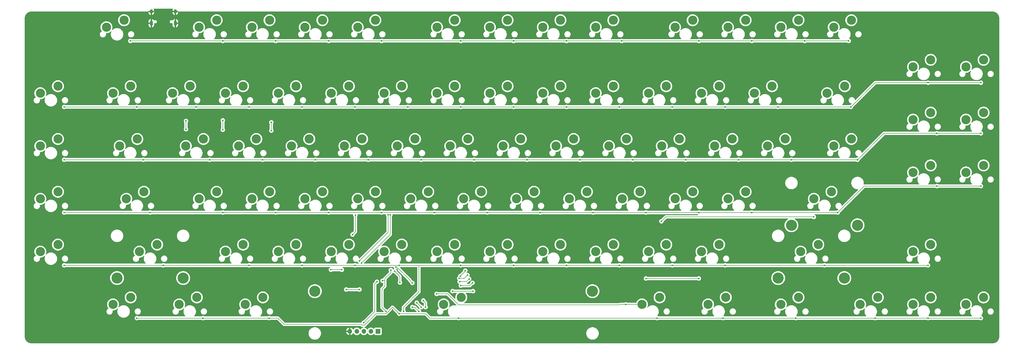
<source format=gbr>
%TF.GenerationSoftware,KiCad,Pcbnew,8.0.3*%
%TF.CreationDate,2024-09-05T05:54:06+12:00*%
%TF.ProjectId,test2,74657374-322e-46b6-9963-61645f706362,rev?*%
%TF.SameCoordinates,Original*%
%TF.FileFunction,Copper,L1,Top*%
%TF.FilePolarity,Positive*%
%FSLAX46Y46*%
G04 Gerber Fmt 4.6, Leading zero omitted, Abs format (unit mm)*
G04 Created by KiCad (PCBNEW 8.0.3) date 2024-09-05 05:54:06*
%MOMM*%
%LPD*%
G01*
G04 APERTURE LIST*
%TA.AperFunction,ComponentPad*%
%ADD10C,4.000000*%
%TD*%
%TA.AperFunction,ComponentPad*%
%ADD11C,3.300000*%
%TD*%
%TA.AperFunction,ComponentPad*%
%ADD12O,1.000000X1.600000*%
%TD*%
%TA.AperFunction,ComponentPad*%
%ADD13O,1.000000X2.100000*%
%TD*%
%TA.AperFunction,ComponentPad*%
%ADD14R,1.700000X1.700000*%
%TD*%
%TA.AperFunction,ComponentPad*%
%ADD15O,1.700000X1.700000*%
%TD*%
%TA.AperFunction,ViaPad*%
%ADD16C,0.600000*%
%TD*%
%TA.AperFunction,Conductor*%
%ADD17C,0.200000*%
%TD*%
%TA.AperFunction,Conductor*%
%ADD18C,0.300000*%
%TD*%
G04 APERTURE END LIST*
D10*
X319087500Y-92710000D03*
X295275000Y-92710000D03*
X123624134Y-116489112D03*
X223636634Y-116489112D03*
X76200000Y-111760000D03*
X52387500Y-111760000D03*
X314325000Y-111760000D03*
X290512500Y-111760000D03*
D11*
X291465000Y-121285000D03*
X297815000Y-118745000D03*
X308133750Y-45085000D03*
X314483750Y-42545000D03*
X170021250Y-121285000D03*
X176371250Y-118745000D03*
X291465000Y-21272500D03*
X297815000Y-18732500D03*
X167640000Y-45085000D03*
X173990000Y-42545000D03*
X134302500Y-64135000D03*
X140652500Y-61595000D03*
X148590000Y-45085000D03*
X154940000Y-42545000D03*
X74771250Y-121285000D03*
X81121250Y-118745000D03*
X265271250Y-121285000D03*
X271621250Y-118745000D03*
X120015000Y-83185000D03*
X126365000Y-80645000D03*
X167640000Y-102235000D03*
X173990000Y-99695000D03*
X272415000Y-21272500D03*
X278765000Y-18732500D03*
X243840000Y-102235000D03*
X250190000Y-99695000D03*
X186690000Y-102235000D03*
X193040000Y-99695000D03*
X267652500Y-64135000D03*
X274002500Y-61595000D03*
X339090000Y-121285000D03*
X345440000Y-118745000D03*
X205740000Y-45085000D03*
X212090000Y-42545000D03*
X100965000Y-21272500D03*
X107315000Y-18732500D03*
X91440000Y-45085000D03*
X97790000Y-42545000D03*
X253365000Y-21272500D03*
X259715000Y-18732500D03*
X186690000Y-21272500D03*
X193040000Y-18732500D03*
X215265000Y-83185000D03*
X221615000Y-80645000D03*
X358140000Y-54610000D03*
X364490000Y-52070000D03*
X310515000Y-64135000D03*
X316865000Y-61595000D03*
X210502500Y-64135000D03*
X216852500Y-61595000D03*
X286702500Y-64135000D03*
X293052500Y-61595000D03*
X50958750Y-121285000D03*
X57308750Y-118745000D03*
X248602500Y-64135000D03*
X254952500Y-61595000D03*
X158115000Y-83185000D03*
X164465000Y-80645000D03*
X205740000Y-102235000D03*
X212090000Y-99695000D03*
X224790000Y-102235000D03*
X231140000Y-99695000D03*
X281940000Y-45085000D03*
X288290000Y-42545000D03*
D12*
X64736250Y-15618750D03*
D13*
X64736250Y-19798750D03*
D12*
X73376250Y-15618750D03*
D13*
X73376250Y-19798750D03*
D11*
X303371250Y-83185000D03*
X309721250Y-80645000D03*
X339090000Y-73660000D03*
X345440000Y-71120000D03*
X196215000Y-83185000D03*
X202565000Y-80645000D03*
X177165000Y-83185000D03*
X183515000Y-80645000D03*
X358140000Y-121285000D03*
X364490000Y-118745000D03*
X205740000Y-21272500D03*
X212090000Y-18732500D03*
X229552500Y-64135000D03*
X235902500Y-61595000D03*
X191452500Y-64135000D03*
X197802500Y-61595000D03*
X24765000Y-45085000D03*
X31115000Y-42545000D03*
X253365000Y-83185000D03*
X259715000Y-80645000D03*
X262890000Y-45085000D03*
X269240000Y-42545000D03*
X358140000Y-73660000D03*
X364490000Y-71120000D03*
X262890000Y-102235000D03*
X269240000Y-99695000D03*
X172402500Y-64135000D03*
X178752500Y-61595000D03*
X81915000Y-21272500D03*
X88265000Y-18732500D03*
X320040000Y-121285000D03*
X326390000Y-118745000D03*
X50958750Y-45085000D03*
X57308750Y-42545000D03*
X100965000Y-83185000D03*
X107315000Y-80645000D03*
X339090000Y-102235000D03*
X345440000Y-99695000D03*
X81915000Y-83185000D03*
X88265000Y-80645000D03*
X96202500Y-64135000D03*
X102552500Y-61595000D03*
X272415000Y-83185000D03*
X278765000Y-80645000D03*
X139065000Y-21272500D03*
X145415000Y-18732500D03*
X60483750Y-102235000D03*
X66833750Y-99695000D03*
X110490000Y-102235000D03*
X116840000Y-99695000D03*
X339090000Y-54610000D03*
X345440000Y-52070000D03*
X98583750Y-121285000D03*
X104933750Y-118745000D03*
X91440000Y-102235000D03*
X97790000Y-99695000D03*
X358140000Y-35560000D03*
X364490000Y-33020000D03*
X339090000Y-35560000D03*
X345440000Y-33020000D03*
D14*
X146362500Y-130968750D03*
D15*
X143822500Y-130968750D03*
X141282501Y-130968750D03*
X138742500Y-130968750D03*
X136202500Y-130968750D03*
D11*
X139065000Y-83185000D03*
X145415000Y-80645000D03*
X77152500Y-64135000D03*
X83502500Y-61595000D03*
X298608750Y-102235000D03*
X304958750Y-99695000D03*
X24765000Y-102235000D03*
X31115000Y-99695000D03*
X129540000Y-45085000D03*
X135890000Y-42545000D03*
X234315000Y-83185000D03*
X240665000Y-80645000D03*
X224790000Y-21272500D03*
X231140000Y-18732500D03*
X148590000Y-102235000D03*
X154940000Y-99695000D03*
X53340000Y-64135000D03*
X59690000Y-61595000D03*
X24765000Y-64135000D03*
X31115000Y-61595000D03*
X120015000Y-21272500D03*
X126365000Y-18732500D03*
X55721250Y-83185000D03*
X62071250Y-80645000D03*
X241458750Y-121285000D03*
X247808750Y-118745000D03*
X224790000Y-45085000D03*
X231140000Y-42545000D03*
X24765000Y-83185000D03*
X31115000Y-80645000D03*
X186690000Y-45085000D03*
X193040000Y-42545000D03*
X153352500Y-64135000D03*
X159702500Y-61595000D03*
X167640000Y-21272500D03*
X173990000Y-18732500D03*
X48577500Y-21272500D03*
X54927500Y-18732500D03*
X115252500Y-64135000D03*
X121602500Y-61595000D03*
X110490000Y-45085000D03*
X116840000Y-42545000D03*
X243840000Y-45085000D03*
X250190000Y-42545000D03*
X129540000Y-102235000D03*
X135890000Y-99695000D03*
X310515000Y-21272500D03*
X316865000Y-18732500D03*
X72390000Y-45085000D03*
X78740000Y-42545000D03*
D16*
X152400000Y-130968750D03*
X151218750Y-116275000D03*
X65881250Y-24606250D03*
X157162500Y-114300000D03*
X157956250Y-118268750D03*
X153218750Y-108675000D03*
X148818750Y-116275000D03*
X135731250Y-123825000D03*
X150018750Y-117475000D03*
X151218750Y-118675000D03*
X134143750Y-130968750D03*
X141287500Y-111125000D03*
X172775000Y-94275000D03*
X143668750Y-113506250D03*
X151606249Y-123278062D03*
X73025000Y-24606250D03*
X164018750Y-111075000D03*
X136525000Y-129381250D03*
X152418750Y-119875000D03*
X167818750Y-111075000D03*
X150812500Y-130968750D03*
X149131978Y-106355813D03*
X146344334Y-110120392D03*
X147637500Y-127000000D03*
X150818750Y-125412500D03*
X142081250Y-119062500D03*
X66218750Y-34875000D03*
X134143750Y-92075000D03*
X135731250Y-92075000D03*
X148818750Y-118675000D03*
X130175000Y-92075000D03*
X147637500Y-26193750D03*
X195262500Y-26193750D03*
X57150000Y-26193750D03*
X214312500Y-26193750D03*
X280987500Y-26193750D03*
X140493750Y-106362500D03*
X300037500Y-26193750D03*
X150812500Y-88900000D03*
X176212500Y-26193750D03*
X128587500Y-26193750D03*
X234156250Y-26193750D03*
X90487500Y-26193750D03*
X261937500Y-26193750D03*
X315912500Y-26193750D03*
X109537500Y-26193750D03*
X176212500Y-50006250D03*
X316706250Y-50006250D03*
X214312500Y-50006250D03*
X290512500Y-50006250D03*
X59531250Y-50006250D03*
X150012497Y-88900000D03*
X363537500Y-41275000D03*
X252412500Y-50006250D03*
X233362500Y-50006250D03*
X119062500Y-50006250D03*
X33337500Y-50006250D03*
X344487500Y-41275000D03*
X157162500Y-50006250D03*
X271462500Y-50006250D03*
X100012500Y-50006250D03*
X195262500Y-50006250D03*
X138112500Y-50006250D03*
X80962500Y-50006250D03*
X139700000Y-105568750D03*
X295275000Y-69056250D03*
X33337500Y-69056250D03*
X161925000Y-69056250D03*
X61912500Y-69056250D03*
X133350000Y-108743750D03*
X123825000Y-69056250D03*
X238125000Y-69056250D03*
X347662500Y-59531250D03*
X363537500Y-59531250D03*
X219075000Y-69056250D03*
X180975000Y-69056250D03*
X129381250Y-108743750D03*
X104775000Y-69056250D03*
X142875000Y-69056250D03*
X257175000Y-69056250D03*
X276225000Y-69056250D03*
X85725000Y-69056250D03*
X200025000Y-69056250D03*
X319087500Y-69056250D03*
X261937500Y-88106250D03*
X128587500Y-88106250D03*
X363537500Y-78581250D03*
X280987500Y-88106250D03*
X64293750Y-88106250D03*
X166687500Y-88106250D03*
X242887500Y-88106250D03*
X185737500Y-88106250D03*
X33337500Y-88106250D03*
X223837500Y-88106250D03*
X90487500Y-88106250D03*
X204787500Y-88106250D03*
X311943750Y-88106250D03*
X134937500Y-115887500D03*
X147637500Y-88106250D03*
X109537500Y-88106250D03*
X139700000Y-115887500D03*
X347662500Y-78581250D03*
X153987500Y-107156250D03*
X69056250Y-107156250D03*
X252412500Y-107156250D03*
X195262500Y-107156250D03*
X155575000Y-123825000D03*
X344487500Y-107156250D03*
X307181250Y-107156250D03*
X100012500Y-107156250D03*
X214312500Y-107156250D03*
X271462500Y-107156250D03*
X33337500Y-107156250D03*
X138112500Y-107156250D03*
X119062500Y-107156250D03*
X176212500Y-107156250D03*
X233362500Y-107156250D03*
X270668750Y-126206250D03*
X153987500Y-124618750D03*
X363537500Y-126206250D03*
X296862500Y-126206250D03*
X83343750Y-126206250D03*
X344487500Y-126206250D03*
X325437500Y-126206250D03*
X107156250Y-126206250D03*
X175418750Y-126206250D03*
X246856250Y-126206250D03*
X59531250Y-126206250D03*
X77218750Y-55075000D03*
X77218750Y-58075000D03*
X90487500Y-58275000D03*
X90487500Y-54875000D03*
X107950000Y-58562500D03*
X107950000Y-55562500D03*
X138218750Y-89075000D03*
X137218750Y-96075000D03*
X177818750Y-109075000D03*
X176018750Y-111075000D03*
X178618750Y-110675000D03*
X175618750Y-111875000D03*
X175818750Y-113075000D03*
X179218750Y-112075000D03*
X235618750Y-121275000D03*
X167481250Y-117475000D03*
X242887500Y-111918750D03*
X261937500Y-111918750D03*
X173218750Y-116487500D03*
X180618750Y-116475000D03*
X162718750Y-119856250D03*
X163512500Y-122237500D03*
X180418750Y-113475000D03*
X176218750Y-114475000D03*
X303371250Y-89693750D03*
X248443750Y-91281250D03*
X158750000Y-113506250D03*
X152782078Y-107757028D03*
X161925000Y-122237500D03*
X160337500Y-120650000D03*
X158750000Y-122237500D03*
X161131250Y-123825000D03*
X141218750Y-127875000D03*
X154280390Y-113376516D03*
X152400000Y-109303781D03*
X146018750Y-113075000D03*
X148018750Y-112712500D03*
X149218750Y-123777474D03*
X151018750Y-108875000D03*
D17*
X157327183Y-118897817D02*
X157956250Y-118268750D01*
D18*
X73025000Y-24606250D02*
X65881250Y-24606250D01*
D17*
X151606249Y-123278062D02*
X151606249Y-123469408D01*
D18*
X65881250Y-24606250D02*
X64736250Y-23461250D01*
D17*
X151441567Y-118897817D02*
X157327183Y-118897817D01*
X154649443Y-128719307D02*
X152400000Y-130968750D01*
X154649443Y-126512602D02*
X154649443Y-128719307D01*
D18*
X73376250Y-24255000D02*
X73376250Y-19798750D01*
D17*
X152418750Y-119875000D02*
X151218750Y-118675000D01*
X147637500Y-127793750D02*
X147637500Y-127000000D01*
D18*
X73025000Y-24606250D02*
X73376250Y-24255000D01*
D17*
X150818750Y-125412500D02*
X150818750Y-124065561D01*
X149225000Y-125412500D02*
X147637500Y-127000000D01*
D18*
X130175000Y-92075000D02*
X134143750Y-92075000D01*
X64736250Y-23461250D02*
X64736250Y-19798750D01*
D17*
X152400000Y-130968750D02*
X150812500Y-130968750D01*
X151218750Y-118675000D02*
X151441567Y-118897817D01*
X150812500Y-130968750D02*
X147637500Y-127793750D01*
X151606249Y-123469408D02*
X154649443Y-126512602D01*
X150818750Y-124065561D02*
X151606249Y-123278062D01*
D18*
X135731250Y-92075000D02*
X134143750Y-92075000D01*
D17*
X150818750Y-125412500D02*
X149225000Y-125412500D01*
X234156250Y-26193750D02*
X261937500Y-26193750D01*
X195262500Y-26193750D02*
X214312500Y-26193750D01*
X109537500Y-26193750D02*
X128587500Y-26193750D01*
X90487500Y-26193750D02*
X109537500Y-26193750D01*
X176212500Y-26193750D02*
X195262500Y-26193750D01*
X150812500Y-96043750D02*
X150812500Y-88900000D01*
X300037500Y-26193750D02*
X315912500Y-26193750D01*
X140493750Y-106362500D02*
X150812500Y-96043750D01*
X88900000Y-26193750D02*
X90487500Y-26193750D01*
X57150000Y-26193750D02*
X88900000Y-26193750D01*
X261937500Y-26193750D02*
X280987500Y-26193750D01*
X128587500Y-26193750D02*
X147637500Y-26193750D01*
X147637500Y-26193750D02*
X176212500Y-26193750D01*
X280987500Y-26193750D02*
X300037500Y-26193750D01*
X214312500Y-26193750D02*
X234156250Y-26193750D01*
X195262500Y-50006250D02*
X214312500Y-50006250D01*
X176212500Y-50006250D02*
X195262500Y-50006250D01*
X233362500Y-50006250D02*
X252412500Y-50006250D01*
X100012500Y-50006250D02*
X119062500Y-50006250D01*
X252412500Y-50006250D02*
X271462500Y-50006250D01*
X344487500Y-41275000D02*
X363537500Y-41275000D01*
X33337500Y-50006250D02*
X59531250Y-50006250D01*
X138112500Y-50006250D02*
X157162500Y-50006250D01*
X316706250Y-50006250D02*
X325437500Y-41275000D01*
X290512500Y-50006250D02*
X316706250Y-50006250D01*
X157162500Y-50006250D02*
X176212500Y-50006250D01*
X214312500Y-50006250D02*
X233362500Y-50006250D01*
X150012497Y-88900000D02*
X150012497Y-95256253D01*
X80962500Y-50006250D02*
X100012500Y-50006250D01*
X271462500Y-50006250D02*
X290512500Y-50006250D01*
X59531250Y-50006250D02*
X80962500Y-50006250D01*
X325437500Y-41275000D02*
X344487500Y-41275000D01*
X150012497Y-95256253D02*
X139700000Y-105568750D01*
X119062500Y-50006250D02*
X138112500Y-50006250D01*
X328612500Y-59531250D02*
X347662500Y-59531250D01*
X142875000Y-69056250D02*
X161925000Y-69056250D01*
X319087500Y-69056250D02*
X328612500Y-59531250D01*
X129381250Y-108743750D02*
X133350000Y-108743750D01*
X219075000Y-69056250D02*
X238125000Y-69056250D01*
X276225000Y-69056250D02*
X295275000Y-69056250D01*
X347662500Y-59531250D02*
X363537500Y-59531250D01*
X257175000Y-69056250D02*
X276225000Y-69056250D01*
X161925000Y-69056250D02*
X180975000Y-69056250D01*
X104775000Y-69056250D02*
X123825000Y-69056250D01*
X123825000Y-69056250D02*
X142875000Y-69056250D01*
X180975000Y-69056250D02*
X200025000Y-69056250D01*
X295275000Y-69056250D02*
X319087500Y-69056250D01*
X61912500Y-69056250D02*
X85725000Y-69056250D01*
X33337500Y-69056250D02*
X61912500Y-69056250D01*
X200025000Y-69056250D02*
X219075000Y-69056250D01*
X238125000Y-69056250D02*
X257175000Y-69056250D01*
X85725000Y-69056250D02*
X104775000Y-69056250D01*
X166687500Y-88106250D02*
X185737500Y-88106250D01*
X109537500Y-88106250D02*
X128587500Y-88106250D01*
X33337500Y-88106250D02*
X64293750Y-88106250D01*
X134937500Y-115887500D02*
X139700000Y-115887500D01*
X311943750Y-88106250D02*
X321468750Y-78581250D01*
X128587500Y-88106250D02*
X147637500Y-88106250D01*
X347662500Y-78581250D02*
X363537500Y-78581250D01*
X223837500Y-88106250D02*
X242887500Y-88106250D01*
X204787500Y-88106250D02*
X223837500Y-88106250D01*
X321468750Y-78581250D02*
X347662500Y-78581250D01*
X90487500Y-88106250D02*
X109537500Y-88106250D01*
X64293750Y-88106250D02*
X90487500Y-88106250D01*
X242887500Y-88106250D02*
X261937500Y-88106250D01*
X185737500Y-88106250D02*
X204787500Y-88106250D01*
X280987500Y-88106250D02*
X311943750Y-88106250D01*
X261937500Y-88106250D02*
X280987500Y-88106250D01*
X147637500Y-88106250D02*
X166687500Y-88106250D01*
X155575000Y-122237500D02*
X161131250Y-116681250D01*
X307181250Y-107156250D02*
X344487500Y-107156250D01*
X69056250Y-107156250D02*
X100012500Y-107156250D01*
X161131250Y-107156250D02*
X176212500Y-107156250D01*
X176212500Y-107156250D02*
X195262500Y-107156250D01*
X161131250Y-116681250D02*
X161131250Y-107156250D01*
X138112500Y-107156250D02*
X153987500Y-107156250D01*
X214312500Y-107156250D02*
X233362500Y-107156250D01*
X33337500Y-107156250D02*
X69056250Y-107156250D01*
X153987500Y-107156250D02*
X161131250Y-107156250D01*
X252412500Y-107156250D02*
X271462500Y-107156250D01*
X195262500Y-107156250D02*
X214312500Y-107156250D01*
X233362500Y-107156250D02*
X252412500Y-107156250D01*
X119062500Y-107156250D02*
X138112500Y-107156250D01*
X155575000Y-123825000D02*
X155575000Y-122237500D01*
X100012500Y-107156250D02*
X119062500Y-107156250D01*
X271462500Y-107156250D02*
X307181250Y-107156250D01*
X163512500Y-124618750D02*
X165100000Y-126206250D01*
X165100000Y-126206250D02*
X175418750Y-126206250D01*
X270668750Y-126206250D02*
X246856250Y-126206250D01*
X112600000Y-128475000D02*
X110331250Y-126206250D01*
X344487500Y-126206250D02*
X325437500Y-126206250D01*
X151607253Y-122237500D02*
X153398935Y-124029182D01*
X140381250Y-128475000D02*
X112600000Y-128475000D01*
X153398935Y-124029182D02*
X153398935Y-124030185D01*
X296862500Y-126206250D02*
X270668750Y-126206250D01*
X140721762Y-128815512D02*
X140381250Y-128475000D01*
X325437500Y-126206250D02*
X296862500Y-126206250D01*
X153987500Y-124618750D02*
X163512500Y-124618750D01*
X363537500Y-126206250D02*
X344487500Y-126206250D01*
X246856250Y-126206250D02*
X175418750Y-126206250D01*
X83343750Y-126206250D02*
X107156250Y-126206250D01*
X151607253Y-122237500D02*
X149226003Y-124618750D01*
X59531250Y-126206250D02*
X83343750Y-126206250D01*
X145686364Y-124618750D02*
X141489602Y-128815512D01*
X153398935Y-124030185D02*
X153987500Y-124618750D01*
X141489602Y-128815512D02*
X140721762Y-128815512D01*
X110331250Y-126206250D02*
X107156250Y-126206250D01*
X149226003Y-124618750D02*
X145686364Y-124618750D01*
X77218750Y-55075000D02*
X77218750Y-58075000D01*
X90487500Y-54875000D02*
X90487500Y-58275000D01*
X107950000Y-55562500D02*
X107950000Y-58562500D01*
X138218750Y-95075000D02*
X137218750Y-96075000D01*
X138218750Y-89075000D02*
X138218750Y-95075000D01*
X177818750Y-109275000D02*
X177818750Y-109075000D01*
X176018750Y-111075000D02*
X177818750Y-109275000D01*
X175618750Y-111875000D02*
X177418750Y-111875000D01*
X177418750Y-111875000D02*
X178618750Y-110675000D01*
X175818750Y-113075000D02*
X178218750Y-113075000D01*
X178218750Y-113075000D02*
X179218750Y-112075000D01*
X167481250Y-117475000D02*
X171450000Y-117475000D01*
X171450000Y-117475000D02*
X175418750Y-121443750D01*
X175418750Y-121443750D02*
X233362500Y-121443750D01*
X235618750Y-121275000D02*
X235628750Y-121285000D01*
X235608750Y-121285000D02*
X235618750Y-121275000D01*
X233521250Y-121285000D02*
X235608750Y-121285000D01*
X233362500Y-121443750D02*
X233521250Y-121285000D01*
X235628750Y-121285000D02*
X241458750Y-121285000D01*
X180606250Y-116487500D02*
X173218750Y-116487500D01*
X180618750Y-116475000D02*
X180606250Y-116487500D01*
X242887500Y-111918750D02*
X261937500Y-111918750D01*
X162718750Y-119856250D02*
X163512500Y-120650000D01*
X163512500Y-120650000D02*
X163512500Y-122237500D01*
X179418750Y-114475000D02*
X180418750Y-113475000D01*
X176218750Y-114475000D02*
X179418750Y-114475000D01*
X249315000Y-90410000D02*
X250031250Y-89693750D01*
X250031250Y-89693750D02*
X303371250Y-89693750D01*
X248443750Y-91281250D02*
X249315000Y-90410000D01*
X153149307Y-107757028D02*
X152782078Y-107757028D01*
X157956250Y-112712500D02*
X157956250Y-112563971D01*
X157956250Y-112563971D02*
X153149307Y-107757028D01*
X158750000Y-113506250D02*
X157956250Y-112712500D01*
X160337500Y-120650000D02*
X161925000Y-122237500D01*
X159543750Y-122237500D02*
X161131250Y-123825000D01*
X158750000Y-122237500D02*
X159543750Y-122237500D01*
X145218750Y-123875000D02*
X145218750Y-116075000D01*
X154280390Y-111184171D02*
X154280390Y-113376516D01*
X145218750Y-116075000D02*
X145218750Y-113875000D01*
X152400000Y-109303781D02*
X154280390Y-111184171D01*
X141218750Y-127875000D02*
X145218750Y-123875000D01*
X145218750Y-113875000D02*
X146018750Y-113075000D01*
X151018750Y-109783500D02*
X151018750Y-108875000D01*
X148018750Y-112712500D02*
X148839596Y-112712500D01*
X148839596Y-112712500D02*
X148839596Y-114654154D01*
X147818750Y-115675000D02*
X147818750Y-122377474D01*
X147818750Y-122377474D02*
X149218750Y-123777474D01*
X150673000Y-110129250D02*
X148839596Y-111962654D01*
X148839596Y-114654154D02*
X147818750Y-115675000D01*
X148839596Y-111962654D02*
X148839596Y-112712500D01*
X150673000Y-110129250D02*
X151018750Y-109783500D01*
X151018750Y-108875000D02*
X151145150Y-109001400D01*
%TA.AperFunction,Conductor*%
G36*
X160473789Y-107776435D02*
G01*
X160519544Y-107829239D01*
X160530750Y-107880750D01*
X160530750Y-116381152D01*
X160511065Y-116448191D01*
X160494431Y-116468833D01*
X155094481Y-121868782D01*
X155094479Y-121868785D01*
X155083398Y-121887978D01*
X155044793Y-121954845D01*
X155015423Y-122005715D01*
X154974499Y-122158443D01*
X154974499Y-122158445D01*
X154974499Y-122326546D01*
X154974500Y-122326559D01*
X154974500Y-123242587D01*
X154954815Y-123309626D01*
X154947450Y-123319896D01*
X154945186Y-123322734D01*
X154849211Y-123475476D01*
X154789631Y-123645745D01*
X154789630Y-123645750D01*
X154769435Y-123824996D01*
X154769435Y-123825002D01*
X154775673Y-123880366D01*
X154763619Y-123949188D01*
X154716270Y-124000568D01*
X154652453Y-124018250D01*
X154569912Y-124018250D01*
X154502873Y-123998565D01*
X154492597Y-123991195D01*
X154489763Y-123988935D01*
X154489762Y-123988934D01*
X154408039Y-123937584D01*
X154337021Y-123892960D01*
X154166749Y-123833380D01*
X154079830Y-123823587D01*
X154015416Y-123796520D01*
X154006033Y-123788048D01*
X153888517Y-123670532D01*
X153881354Y-123662364D01*
X153763332Y-123544342D01*
X153763309Y-123544321D01*
X151975971Y-121756983D01*
X151975969Y-121756981D01*
X151839038Y-121677923D01*
X151686310Y-121636999D01*
X151528196Y-121636999D01*
X151413650Y-121667692D01*
X151375467Y-121677923D01*
X151238537Y-121756981D01*
X151238534Y-121756983D01*
X149868835Y-123126682D01*
X149807512Y-123160167D01*
X149737820Y-123155183D01*
X149715182Y-123143995D01*
X149568271Y-123051684D01*
X149397999Y-122992104D01*
X149311080Y-122982311D01*
X149246666Y-122955244D01*
X149237283Y-122946772D01*
X148455569Y-122165058D01*
X148422084Y-122103735D01*
X148419250Y-122077377D01*
X148419250Y-115975096D01*
X148438935Y-115908057D01*
X148455565Y-115887419D01*
X149208309Y-115134675D01*
X149208312Y-115134674D01*
X149320116Y-115022870D01*
X149370235Y-114936058D01*
X149399173Y-114885939D01*
X149440096Y-114733212D01*
X149440096Y-114575097D01*
X149440096Y-112633443D01*
X149440096Y-112262751D01*
X149459781Y-112195712D01*
X149476415Y-112175070D01*
X150278748Y-111372737D01*
X151153520Y-110497966D01*
X151153520Y-110497964D01*
X151163724Y-110487761D01*
X151163728Y-110487756D01*
X151377256Y-110274228D01*
X151377261Y-110274224D01*
X151387464Y-110264020D01*
X151387466Y-110264020D01*
X151499270Y-110152216D01*
X151578327Y-110015284D01*
X151607502Y-109906400D01*
X151643864Y-109846743D01*
X151706711Y-109816213D01*
X151776086Y-109824507D01*
X151814956Y-109850815D01*
X151897738Y-109933597D01*
X152050478Y-110029570D01*
X152220745Y-110089149D01*
X152307669Y-110098942D01*
X152372080Y-110126007D01*
X152381465Y-110134481D01*
X153643571Y-111396587D01*
X153677056Y-111457910D01*
X153679890Y-111484268D01*
X153679890Y-112794103D01*
X153660205Y-112861142D01*
X153652840Y-112871412D01*
X153650576Y-112874250D01*
X153554601Y-113026992D01*
X153495021Y-113197261D01*
X153495020Y-113197266D01*
X153474825Y-113376512D01*
X153474825Y-113376519D01*
X153495020Y-113555765D01*
X153495021Y-113555770D01*
X153554601Y-113726039D01*
X153650574Y-113878778D01*
X153778128Y-114006332D01*
X153812686Y-114028046D01*
X153907170Y-114087415D01*
X153930868Y-114102305D01*
X154101135Y-114161884D01*
X154101140Y-114161885D01*
X154280386Y-114182081D01*
X154280390Y-114182081D01*
X154280394Y-114182081D01*
X154459639Y-114161885D01*
X154459642Y-114161884D01*
X154459645Y-114161884D01*
X154629912Y-114102305D01*
X154782652Y-114006332D01*
X154910206Y-113878778D01*
X155006179Y-113726038D01*
X155065758Y-113555771D01*
X155065759Y-113555765D01*
X155085955Y-113376519D01*
X155085955Y-113376512D01*
X155065759Y-113197266D01*
X155065758Y-113197261D01*
X155022977Y-113075000D01*
X155006179Y-113026994D01*
X154991723Y-113003988D01*
X154954208Y-112944283D01*
X154910206Y-112874254D01*
X154910204Y-112874252D01*
X154910203Y-112874250D01*
X154907940Y-112871412D01*
X154907049Y-112869231D01*
X154906501Y-112868358D01*
X154906654Y-112868261D01*
X154881534Y-112806725D01*
X154880890Y-112794103D01*
X154880890Y-111273230D01*
X154880891Y-111273217D01*
X154880891Y-111105116D01*
X154880891Y-111105114D01*
X154839967Y-110952386D01*
X154788166Y-110862665D01*
X154760910Y-110815455D01*
X154649106Y-110703651D01*
X154649105Y-110703650D01*
X154644775Y-110699320D01*
X154644764Y-110699310D01*
X153230700Y-109285246D01*
X153197215Y-109223923D01*
X153195163Y-109211467D01*
X153185368Y-109124526D01*
X153125789Y-108954259D01*
X153125788Y-108954255D01*
X153083209Y-108886492D01*
X153064208Y-108819256D01*
X153084575Y-108752421D01*
X153137843Y-108707206D01*
X153207099Y-108697968D01*
X153270356Y-108727640D01*
X153275883Y-108732839D01*
X157339994Y-112796950D01*
X157372087Y-112852536D01*
X157396671Y-112944282D01*
X157396672Y-112944283D01*
X157396673Y-112944285D01*
X157409769Y-112966967D01*
X157464649Y-113062023D01*
X157475729Y-113081214D01*
X157475731Y-113081217D01*
X157594599Y-113200085D01*
X157594605Y-113200090D01*
X157919298Y-113524783D01*
X157952783Y-113586106D01*
X157954837Y-113598580D01*
X157964630Y-113685499D01*
X157964631Y-113685504D01*
X157964632Y-113685505D01*
X157966372Y-113690478D01*
X158024210Y-113855771D01*
X158092244Y-113964046D01*
X158120184Y-114008512D01*
X158247738Y-114136066D01*
X158288827Y-114161884D01*
X158383014Y-114221066D01*
X158400478Y-114232039D01*
X158523308Y-114275019D01*
X158570745Y-114291618D01*
X158570750Y-114291619D01*
X158749996Y-114311815D01*
X158750000Y-114311815D01*
X158750004Y-114311815D01*
X158929249Y-114291619D01*
X158929252Y-114291618D01*
X158929255Y-114291618D01*
X159099522Y-114232039D01*
X159252262Y-114136066D01*
X159379816Y-114008512D01*
X159475789Y-113855772D01*
X159535368Y-113685505D01*
X159535369Y-113685499D01*
X159555565Y-113506253D01*
X159555565Y-113506246D01*
X159535369Y-113327000D01*
X159535368Y-113326995D01*
X159509913Y-113254249D01*
X159475789Y-113156728D01*
X159379816Y-113003988D01*
X159252262Y-112876434D01*
X159202528Y-112845184D01*
X159099521Y-112780460D01*
X158951849Y-112728788D01*
X158929255Y-112720882D01*
X158929254Y-112720881D01*
X158929249Y-112720880D01*
X158842330Y-112711087D01*
X158777916Y-112684020D01*
X158768533Y-112675548D01*
X158572504Y-112479519D01*
X158540411Y-112423933D01*
X158515827Y-112332186D01*
X158470833Y-112254255D01*
X158470833Y-112254253D01*
X158436774Y-112195261D01*
X158436771Y-112195257D01*
X158436770Y-112195255D01*
X158324966Y-112083451D01*
X158324965Y-112083450D01*
X158320635Y-112079120D01*
X158320624Y-112079110D01*
X154315875Y-108074361D01*
X154282390Y-108013038D01*
X154287374Y-107943346D01*
X154329246Y-107887413D01*
X154337584Y-107881686D01*
X154361170Y-107866866D01*
X154489762Y-107786066D01*
X154489767Y-107786060D01*
X154492597Y-107783805D01*
X154494775Y-107782915D01*
X154495658Y-107782361D01*
X154495755Y-107782515D01*
X154557283Y-107757395D01*
X154569912Y-107756750D01*
X160406750Y-107756750D01*
X160473789Y-107776435D01*
G37*
%TD.AperFunction*%
%TA.AperFunction,Conductor*%
G36*
X146511828Y-101296169D02*
G01*
X146567761Y-101338041D01*
X146592178Y-101403505D01*
X146585334Y-101453876D01*
X146514409Y-101653440D01*
X146514404Y-101653456D01*
X146454552Y-101941486D01*
X146454551Y-101941488D01*
X146434475Y-102235000D01*
X146454551Y-102528511D01*
X146454552Y-102528513D01*
X146514404Y-102816543D01*
X146514409Y-102816559D01*
X146612927Y-103093762D01*
X146748278Y-103354977D01*
X146748282Y-103354983D01*
X146898361Y-103567597D01*
X146920940Y-103633718D01*
X146904186Y-103701549D01*
X146853420Y-103749555D01*
X146853353Y-103749589D01*
X146730111Y-103812384D01*
X146629845Y-103885232D01*
X146586786Y-103916517D01*
X146586784Y-103916519D01*
X146586783Y-103916519D01*
X146461519Y-104041783D01*
X146461519Y-104041784D01*
X146461517Y-104041786D01*
X146454087Y-104052013D01*
X146357386Y-104185109D01*
X146276957Y-104342957D01*
X146276956Y-104342960D01*
X146222214Y-104511443D01*
X146194500Y-104686421D01*
X146194500Y-104863578D01*
X146222214Y-105038556D01*
X146276956Y-105207039D01*
X146276957Y-105207042D01*
X146357386Y-105364890D01*
X146461517Y-105508214D01*
X146586786Y-105633483D01*
X146730110Y-105737614D01*
X146793284Y-105769803D01*
X146887957Y-105818042D01*
X146887960Y-105818043D01*
X146972201Y-105845414D01*
X147056445Y-105872786D01*
X147231421Y-105900500D01*
X147231422Y-105900500D01*
X147408578Y-105900500D01*
X147408579Y-105900500D01*
X147583555Y-105872786D01*
X147752042Y-105818042D01*
X147909890Y-105737614D01*
X148053214Y-105633483D01*
X148178483Y-105508214D01*
X148282614Y-105364890D01*
X148363042Y-105207042D01*
X148417786Y-105038555D01*
X148445500Y-104863579D01*
X148445500Y-104686421D01*
X148420550Y-104528896D01*
X148429504Y-104459605D01*
X148474500Y-104406153D01*
X148541252Y-104385513D01*
X148543023Y-104385500D01*
X148737099Y-104385500D01*
X148768520Y-104381180D01*
X149028555Y-104345440D01*
X149311841Y-104266067D01*
X149581682Y-104148859D01*
X149833049Y-103995999D01*
X150061260Y-103810335D01*
X150149489Y-103715864D01*
X150209631Y-103680306D01*
X150279452Y-103682908D01*
X150336783Y-103722846D01*
X150363421Y-103787438D01*
X150354672Y-103847954D01*
X150270152Y-104052005D01*
X150194001Y-104336203D01*
X150155601Y-104627883D01*
X150155600Y-104627900D01*
X150155600Y-104922099D01*
X150155601Y-104922116D01*
X150194001Y-105213796D01*
X150270152Y-105497994D01*
X150382734Y-105769794D01*
X150382742Y-105769810D01*
X150529840Y-106024589D01*
X150529851Y-106024605D01*
X150708948Y-106258009D01*
X150708954Y-106258016D01*
X150795007Y-106344069D01*
X150828492Y-106405392D01*
X150823508Y-106475084D01*
X150781636Y-106531017D01*
X150716172Y-106555434D01*
X150707326Y-106555750D01*
X141449096Y-106555750D01*
X141382057Y-106536065D01*
X141336302Y-106483261D01*
X141326358Y-106414103D01*
X141355383Y-106350547D01*
X141361415Y-106344069D01*
X143857530Y-103847954D01*
X146380815Y-101324668D01*
X146442136Y-101291185D01*
X146511828Y-101296169D01*
G37*
%TD.AperFunction*%
%TA.AperFunction,Conductor*%
G36*
X72505234Y-14595185D02*
G01*
X72550989Y-14647989D01*
X72560933Y-14717147D01*
X72541297Y-14768391D01*
X72490064Y-14845065D01*
X72490057Y-14845078D01*
X72414680Y-15027056D01*
X72414677Y-15027068D01*
X72376250Y-15220254D01*
X72376250Y-15368750D01*
X73076250Y-15368750D01*
X73076250Y-15868750D01*
X72376250Y-15868750D01*
X72376250Y-16017245D01*
X72414677Y-16210431D01*
X72414680Y-16210443D01*
X72490057Y-16392421D01*
X72490064Y-16392434D01*
X72599498Y-16556212D01*
X72599501Y-16556216D01*
X72738783Y-16695498D01*
X72738787Y-16695501D01*
X72902565Y-16804935D01*
X72902578Y-16804942D01*
X73084558Y-16880319D01*
X73126250Y-16888612D01*
X73126250Y-16085738D01*
X73136190Y-16102955D01*
X73192045Y-16158810D01*
X73260454Y-16198306D01*
X73336754Y-16218750D01*
X73415746Y-16218750D01*
X73492046Y-16198306D01*
X73560455Y-16158810D01*
X73616310Y-16102955D01*
X73626250Y-16085738D01*
X73626250Y-16888612D01*
X73667940Y-16880319D01*
X73667942Y-16880319D01*
X73849921Y-16804942D01*
X73849934Y-16804935D01*
X74013712Y-16695501D01*
X74013716Y-16695498D01*
X74152998Y-16556216D01*
X74153001Y-16556212D01*
X74262435Y-16392434D01*
X74262442Y-16392421D01*
X74337819Y-16210443D01*
X74337822Y-16210431D01*
X74376249Y-16017245D01*
X74376250Y-16017242D01*
X74376250Y-15868750D01*
X73676250Y-15868750D01*
X73676250Y-15368750D01*
X74153200Y-15368750D01*
X74220239Y-15388435D01*
X74250029Y-15415289D01*
X74269086Y-15439111D01*
X74269089Y-15439114D01*
X74284073Y-15450137D01*
X74298268Y-15462333D01*
X74311427Y-15475493D01*
X74326920Y-15484438D01*
X74338540Y-15491147D01*
X74350020Y-15498652D01*
X74375238Y-15517204D01*
X74375241Y-15517206D01*
X74392568Y-15523975D01*
X74409437Y-15532082D01*
X74425554Y-15541388D01*
X74425558Y-15541389D01*
X74455798Y-15549492D01*
X74468820Y-15553765D01*
X74497990Y-15565162D01*
X74516479Y-15567215D01*
X74534870Y-15570681D01*
X74552847Y-15575499D01*
X74584157Y-15575499D01*
X74597854Y-15576258D01*
X74628969Y-15579716D01*
X74647360Y-15576914D01*
X74666028Y-15575501D01*
X367607746Y-15581747D01*
X367607758Y-15581749D01*
X367615350Y-15581749D01*
X367677518Y-15581749D01*
X367684945Y-15581974D01*
X367974326Y-15599483D01*
X367975035Y-15599526D01*
X367989899Y-15601331D01*
X368272036Y-15653037D01*
X368286569Y-15656620D01*
X368514417Y-15727623D01*
X368560415Y-15741957D01*
X368574415Y-15747267D01*
X368835970Y-15864986D01*
X368849227Y-15871943D01*
X369094701Y-16020339D01*
X369107012Y-16028837D01*
X369201617Y-16102955D01*
X369332809Y-16205738D01*
X369344017Y-16215668D01*
X369546831Y-16418482D01*
X369556761Y-16429690D01*
X369733658Y-16655481D01*
X369742162Y-16667802D01*
X369762494Y-16701433D01*
X369890555Y-16913271D01*
X369897513Y-16926529D01*
X370015232Y-17188084D01*
X370020542Y-17202084D01*
X370105878Y-17475927D01*
X370109462Y-17490466D01*
X370161169Y-17772600D01*
X370162974Y-17787464D01*
X370180524Y-18077514D01*
X370180750Y-18085003D01*
X370180750Y-132812411D01*
X370180524Y-132819901D01*
X370162970Y-133109965D01*
X370161164Y-133124829D01*
X370109459Y-133406945D01*
X370105876Y-133421484D01*
X370020535Y-133695332D01*
X370015225Y-133709332D01*
X369897503Y-133970891D01*
X369890544Y-133984149D01*
X369742155Y-134229607D01*
X369733649Y-134241930D01*
X369556756Y-134467714D01*
X369546827Y-134478922D01*
X369344004Y-134681743D01*
X369332796Y-134691672D01*
X369107010Y-134868563D01*
X369094687Y-134877069D01*
X368849221Y-135025459D01*
X368835963Y-135032417D01*
X368574410Y-135150134D01*
X368560409Y-135155444D01*
X368286568Y-135240779D01*
X368272030Y-135244363D01*
X367989898Y-135296069D01*
X367975033Y-135297874D01*
X367684470Y-135315454D01*
X367677003Y-135315680D01*
X21622501Y-135315680D01*
X21615014Y-135315454D01*
X21324955Y-135297908D01*
X21310090Y-135296103D01*
X21027951Y-135244399D01*
X21013413Y-135240815D01*
X20739582Y-135155486D01*
X20725581Y-135150177D01*
X20464013Y-135032455D01*
X20450754Y-135025496D01*
X20205290Y-134877108D01*
X20192967Y-134868602D01*
X20192917Y-134868563D01*
X19967176Y-134691706D01*
X19955968Y-134681776D01*
X19753153Y-134478961D01*
X19743223Y-134467753D01*
X19566323Y-134241956D01*
X19557825Y-134229645D01*
X19409430Y-133984169D01*
X19402477Y-133970923D01*
X19284750Y-133709343D01*
X19279443Y-133695347D01*
X19279438Y-133695332D01*
X19194113Y-133421515D01*
X19190530Y-133406978D01*
X19138826Y-133124839D01*
X19137021Y-133109974D01*
X19137020Y-133109965D01*
X19119476Y-132819916D01*
X19119250Y-132812429D01*
X19119250Y-131582012D01*
X121379734Y-131582012D01*
X121379734Y-131876211D01*
X121379735Y-131876228D01*
X121414827Y-132142784D01*
X121418136Y-132167912D01*
X121460069Y-132324409D01*
X121494286Y-132452106D01*
X121606868Y-132723906D01*
X121606876Y-132723922D01*
X121753974Y-132978701D01*
X121753985Y-132978717D01*
X121933082Y-133212121D01*
X121933088Y-133212128D01*
X122141117Y-133420157D01*
X122141124Y-133420163D01*
X122307339Y-133547704D01*
X122374537Y-133599267D01*
X122374544Y-133599271D01*
X122629323Y-133746369D01*
X122629339Y-133746377D01*
X122901139Y-133858959D01*
X122901141Y-133858959D01*
X122901147Y-133858962D01*
X123185334Y-133935110D01*
X123477028Y-133973512D01*
X123477035Y-133973512D01*
X123771233Y-133973512D01*
X123771240Y-133973512D01*
X124062934Y-133935110D01*
X124347121Y-133858962D01*
X124420452Y-133828587D01*
X124618928Y-133746377D01*
X124618931Y-133746375D01*
X124618937Y-133746373D01*
X124873731Y-133599267D01*
X125107145Y-133420162D01*
X125315184Y-133212123D01*
X125494289Y-132978709D01*
X125641395Y-132723915D01*
X125753984Y-132452099D01*
X125830132Y-132167912D01*
X125868534Y-131876218D01*
X125868534Y-131582006D01*
X125830132Y-131290312D01*
X125753984Y-131006125D01*
X125738503Y-130968750D01*
X125641399Y-130734317D01*
X125641391Y-130734301D01*
X125494293Y-130479522D01*
X125494289Y-130479515D01*
X125377236Y-130326969D01*
X125315185Y-130246102D01*
X125315179Y-130246095D01*
X125107150Y-130038066D01*
X125107143Y-130038060D01*
X124873739Y-129858963D01*
X124873737Y-129858961D01*
X124873731Y-129858957D01*
X124873726Y-129858954D01*
X124873723Y-129858952D01*
X124618944Y-129711854D01*
X124618928Y-129711846D01*
X124347128Y-129599264D01*
X124062930Y-129523113D01*
X123771250Y-129484713D01*
X123771245Y-129484712D01*
X123771240Y-129484712D01*
X123477028Y-129484712D01*
X123477022Y-129484712D01*
X123477017Y-129484713D01*
X123185337Y-129523113D01*
X122901139Y-129599264D01*
X122629339Y-129711846D01*
X122629323Y-129711854D01*
X122374544Y-129858952D01*
X122374528Y-129858963D01*
X122141124Y-130038060D01*
X122141117Y-130038066D01*
X121933088Y-130246095D01*
X121933082Y-130246102D01*
X121753985Y-130479506D01*
X121753974Y-130479522D01*
X121606876Y-130734301D01*
X121606868Y-130734317D01*
X121494286Y-131006117D01*
X121418135Y-131290315D01*
X121379735Y-131581995D01*
X121379734Y-131582012D01*
X19119250Y-131582012D01*
X19119250Y-123736421D01*
X48563250Y-123736421D01*
X48563250Y-123913579D01*
X48568890Y-123949188D01*
X48590964Y-124088556D01*
X48645706Y-124257039D01*
X48645707Y-124257042D01*
X48717989Y-124398901D01*
X48726136Y-124414890D01*
X48830267Y-124558214D01*
X48955536Y-124683483D01*
X49098860Y-124787614D01*
X49162034Y-124819803D01*
X49256707Y-124868042D01*
X49256710Y-124868043D01*
X49340951Y-124895414D01*
X49425195Y-124922786D01*
X49600171Y-124950500D01*
X49600172Y-124950500D01*
X49777328Y-124950500D01*
X49777329Y-124950500D01*
X49952305Y-124922786D01*
X50120792Y-124868042D01*
X50278640Y-124787614D01*
X50421964Y-124683483D01*
X50547233Y-124558214D01*
X50651364Y-124414890D01*
X50731792Y-124257042D01*
X50786536Y-124088555D01*
X50814250Y-123913579D01*
X50814250Y-123736421D01*
X50789300Y-123578896D01*
X50798254Y-123509605D01*
X50843250Y-123456153D01*
X50910002Y-123435513D01*
X50911773Y-123435500D01*
X51105849Y-123435500D01*
X51137270Y-123431180D01*
X51397305Y-123395440D01*
X51680591Y-123316067D01*
X51950432Y-123198859D01*
X52201799Y-123045999D01*
X52430010Y-122860335D01*
X52518239Y-122765864D01*
X52578381Y-122730306D01*
X52648202Y-122732908D01*
X52705533Y-122772846D01*
X52732171Y-122837438D01*
X52723422Y-122897954D01*
X52638902Y-123102005D01*
X52562751Y-123386203D01*
X52524351Y-123677883D01*
X52524350Y-123677900D01*
X52524350Y-123972099D01*
X52524351Y-123972116D01*
X52562751Y-124263796D01*
X52638902Y-124547994D01*
X52751484Y-124819794D01*
X52751492Y-124819810D01*
X52898590Y-125074589D01*
X52898601Y-125074605D01*
X53077698Y-125308009D01*
X53077704Y-125308016D01*
X53285733Y-125516045D01*
X53285740Y-125516051D01*
X53376984Y-125586065D01*
X53519153Y-125695155D01*
X53519160Y-125695159D01*
X53773939Y-125842257D01*
X53773955Y-125842265D01*
X54045755Y-125954847D01*
X54045757Y-125954847D01*
X54045763Y-125954850D01*
X54329950Y-126030998D01*
X54621644Y-126069400D01*
X54621651Y-126069400D01*
X54915849Y-126069400D01*
X54915856Y-126069400D01*
X55207550Y-126030998D01*
X55491737Y-125954850D01*
X55565068Y-125924475D01*
X55763544Y-125842265D01*
X55763547Y-125842263D01*
X55763553Y-125842261D01*
X56018347Y-125695155D01*
X56251761Y-125516050D01*
X56459800Y-125308011D01*
X56638905Y-125074597D01*
X56786011Y-124819803D01*
X56795043Y-124797999D01*
X56898597Y-124547994D01*
X56898596Y-124547994D01*
X56898600Y-124547987D01*
X56974748Y-124263800D01*
X57013150Y-123972106D01*
X57013150Y-123736421D01*
X58723250Y-123736421D01*
X58723250Y-123913579D01*
X58728890Y-123949188D01*
X58750964Y-124088556D01*
X58805706Y-124257039D01*
X58805707Y-124257042D01*
X58877989Y-124398901D01*
X58886136Y-124414890D01*
X58990267Y-124558214D01*
X59115536Y-124683483D01*
X59258860Y-124787614D01*
X59322034Y-124819803D01*
X59416707Y-124868042D01*
X59416710Y-124868043D01*
X59500951Y-124895414D01*
X59585195Y-124922786D01*
X59760171Y-124950500D01*
X59760172Y-124950500D01*
X59937328Y-124950500D01*
X59937329Y-124950500D01*
X60112305Y-124922786D01*
X60280792Y-124868042D01*
X60438640Y-124787614D01*
X60581964Y-124683483D01*
X60707233Y-124558214D01*
X60811364Y-124414890D01*
X60891792Y-124257042D01*
X60946536Y-124088555D01*
X60974250Y-123913579D01*
X60974250Y-123736421D01*
X60946536Y-123561445D01*
X60902528Y-123425999D01*
X60891793Y-123392960D01*
X60891792Y-123392957D01*
X60849332Y-123309626D01*
X60811364Y-123235110D01*
X60707233Y-123091786D01*
X60581964Y-122966517D01*
X60438640Y-122862386D01*
X60430020Y-122857994D01*
X60280792Y-122781957D01*
X60280789Y-122781956D01*
X60112306Y-122727214D01*
X60024817Y-122713357D01*
X59937329Y-122699500D01*
X59760171Y-122699500D01*
X59701845Y-122708738D01*
X59585193Y-122727214D01*
X59416710Y-122781956D01*
X59416707Y-122781957D01*
X59258859Y-122862386D01*
X59194111Y-122909429D01*
X59115536Y-122966517D01*
X59115534Y-122966519D01*
X59115533Y-122966519D01*
X58990269Y-123091783D01*
X58990269Y-123091784D01*
X58990267Y-123091786D01*
X58982837Y-123102013D01*
X58886136Y-123235109D01*
X58805707Y-123392957D01*
X58805706Y-123392960D01*
X58750964Y-123561443D01*
X58740697Y-123626265D01*
X58723250Y-123736421D01*
X57013150Y-123736421D01*
X57013150Y-123677894D01*
X56974748Y-123386200D01*
X56898600Y-123102013D01*
X56898597Y-123102005D01*
X56786015Y-122830205D01*
X56786007Y-122830189D01*
X56638909Y-122575410D01*
X56638905Y-122575403D01*
X56517169Y-122416754D01*
X56459801Y-122341990D01*
X56459795Y-122341983D01*
X56251766Y-122133954D01*
X56251759Y-122133948D01*
X56018355Y-121954851D01*
X56018348Y-121954846D01*
X56018347Y-121954845D01*
X56018342Y-121954842D01*
X56018339Y-121954840D01*
X55763560Y-121807742D01*
X55763544Y-121807734D01*
X55491744Y-121695152D01*
X55427452Y-121677925D01*
X55207550Y-121619002D01*
X55207549Y-121619001D01*
X55207546Y-121619001D01*
X54915866Y-121580601D01*
X54915861Y-121580600D01*
X54915856Y-121580600D01*
X54621644Y-121580600D01*
X54621638Y-121580600D01*
X54621633Y-121580601D01*
X54329953Y-121619001D01*
X54045755Y-121695152D01*
X53773955Y-121807734D01*
X53773939Y-121807742D01*
X53519160Y-121954840D01*
X53519144Y-121954851D01*
X53285741Y-122133947D01*
X53136006Y-122283682D01*
X53074683Y-122317166D01*
X53004991Y-122312182D01*
X52949058Y-122270310D01*
X52924641Y-122204846D01*
X52934591Y-122146597D01*
X52935817Y-122143773D01*
X52935822Y-122143764D01*
X52939309Y-122133954D01*
X52986635Y-122000788D01*
X53034342Y-121866554D01*
X53034342Y-121866549D01*
X53034345Y-121866543D01*
X53069960Y-121695150D01*
X53094198Y-121578511D01*
X53114275Y-121285000D01*
X53094748Y-120999523D01*
X53094198Y-120991488D01*
X53094197Y-120991486D01*
X53085596Y-120950097D01*
X53074251Y-120895500D01*
X53034345Y-120703456D01*
X53034340Y-120703440D01*
X52964170Y-120506001D01*
X52935822Y-120426236D01*
X52800472Y-120165024D01*
X52800471Y-120165022D01*
X52800467Y-120165016D01*
X52630817Y-119924676D01*
X52549601Y-119837715D01*
X52430010Y-119709665D01*
X52430008Y-119709664D01*
X52430006Y-119709661D01*
X52201795Y-119523998D01*
X51950430Y-119371139D01*
X51950425Y-119371137D01*
X51680595Y-119253934D01*
X51397310Y-119174561D01*
X51397306Y-119174560D01*
X51397305Y-119174560D01*
X51251576Y-119154530D01*
X51105849Y-119134500D01*
X51105848Y-119134500D01*
X50811652Y-119134500D01*
X50811651Y-119134500D01*
X50520195Y-119174560D01*
X50520189Y-119174561D01*
X50236904Y-119253934D01*
X49967074Y-119371137D01*
X49967069Y-119371139D01*
X49715704Y-119523998D01*
X49487493Y-119709661D01*
X49286682Y-119924676D01*
X49117032Y-120165016D01*
X49117028Y-120165022D01*
X48981677Y-120426237D01*
X48883159Y-120703440D01*
X48883154Y-120703456D01*
X48823302Y-120991486D01*
X48823301Y-120991488D01*
X48803225Y-121285000D01*
X48823301Y-121578511D01*
X48823302Y-121578513D01*
X48883154Y-121866543D01*
X48883159Y-121866559D01*
X48981677Y-122143762D01*
X49117028Y-122404977D01*
X49117032Y-122404983D01*
X49267111Y-122617597D01*
X49289690Y-122683718D01*
X49272936Y-122751549D01*
X49222170Y-122799555D01*
X49222103Y-122799589D01*
X49098861Y-122862384D01*
X48998595Y-122935232D01*
X48955536Y-122966517D01*
X48955534Y-122966519D01*
X48955533Y-122966519D01*
X48830269Y-123091783D01*
X48830269Y-123091784D01*
X48830267Y-123091786D01*
X48822837Y-123102013D01*
X48726136Y-123235109D01*
X48645707Y-123392957D01*
X48645706Y-123392960D01*
X48590964Y-123561443D01*
X48580697Y-123626265D01*
X48563250Y-123736421D01*
X19119250Y-123736421D01*
X19119250Y-118745000D01*
X55153225Y-118745000D01*
X55173301Y-119038511D01*
X55173302Y-119038513D01*
X55233154Y-119326543D01*
X55233159Y-119326559D01*
X55331677Y-119603762D01*
X55467028Y-119864977D01*
X55467032Y-119864983D01*
X55636682Y-120105323D01*
X55837493Y-120320338D01*
X55957799Y-120418214D01*
X56065701Y-120505999D01*
X56065703Y-120506000D01*
X56065704Y-120506001D01*
X56317069Y-120658860D01*
X56317074Y-120658862D01*
X56574693Y-120770761D01*
X56586909Y-120776067D01*
X56870195Y-120855440D01*
X57126431Y-120890659D01*
X57161651Y-120895500D01*
X57161652Y-120895500D01*
X57455849Y-120895500D01*
X57487270Y-120891180D01*
X57747305Y-120855440D01*
X58030591Y-120776067D01*
X58300432Y-120658859D01*
X58551799Y-120505999D01*
X58780010Y-120320335D01*
X58980815Y-120105326D01*
X59150472Y-119864976D01*
X59285822Y-119603764D01*
X59384342Y-119326554D01*
X59384342Y-119326549D01*
X59384345Y-119326543D01*
X59424251Y-119134500D01*
X59444198Y-119038511D01*
X59464275Y-118745000D01*
X78965725Y-118745000D01*
X78985801Y-119038511D01*
X78985802Y-119038513D01*
X79045654Y-119326543D01*
X79045659Y-119326559D01*
X79144177Y-119603762D01*
X79279528Y-119864977D01*
X79279532Y-119864983D01*
X79449182Y-120105323D01*
X79649993Y-120320338D01*
X79770299Y-120418214D01*
X79878201Y-120505999D01*
X79878203Y-120506000D01*
X79878204Y-120506001D01*
X80129569Y-120658860D01*
X80129574Y-120658862D01*
X80387193Y-120770761D01*
X80399409Y-120776067D01*
X80682695Y-120855440D01*
X80938931Y-120890659D01*
X80974151Y-120895500D01*
X80974152Y-120895500D01*
X81268349Y-120895500D01*
X81299770Y-120891180D01*
X81559805Y-120855440D01*
X81843091Y-120776067D01*
X82112932Y-120658859D01*
X82364299Y-120505999D01*
X82592510Y-120320335D01*
X82793315Y-120105326D01*
X82962972Y-119864976D01*
X83098322Y-119603764D01*
X83196842Y-119326554D01*
X83196842Y-119326549D01*
X83196845Y-119326543D01*
X83236751Y-119134500D01*
X83256698Y-119038511D01*
X83276775Y-118745000D01*
X102778225Y-118745000D01*
X102798301Y-119038511D01*
X102798302Y-119038513D01*
X102858154Y-119326543D01*
X102858159Y-119326559D01*
X102956677Y-119603762D01*
X103092028Y-119864977D01*
X103092032Y-119864983D01*
X103261682Y-120105323D01*
X103462493Y-120320338D01*
X103582799Y-120418214D01*
X103690701Y-120505999D01*
X103690703Y-120506000D01*
X103690704Y-120506001D01*
X103942069Y-120658860D01*
X103942074Y-120658862D01*
X104199693Y-120770761D01*
X104211909Y-120776067D01*
X104495195Y-120855440D01*
X104751431Y-120890659D01*
X104786651Y-120895500D01*
X104786652Y-120895500D01*
X105080849Y-120895500D01*
X105112270Y-120891180D01*
X105372305Y-120855440D01*
X105655591Y-120776067D01*
X105925432Y-120658859D01*
X106176799Y-120505999D01*
X106405010Y-120320335D01*
X106605815Y-120105326D01*
X106775472Y-119864976D01*
X106910822Y-119603764D01*
X107009342Y-119326554D01*
X107009342Y-119326549D01*
X107009345Y-119326543D01*
X107049251Y-119134500D01*
X107069198Y-119038511D01*
X107089275Y-118745000D01*
X107069198Y-118451489D01*
X107029483Y-118260368D01*
X107009345Y-118163456D01*
X107009340Y-118163440D01*
X106910822Y-117886237D01*
X106910822Y-117886236D01*
X106775472Y-117625024D01*
X106775471Y-117625022D01*
X106775467Y-117625016D01*
X106605817Y-117384676D01*
X106523594Y-117296637D01*
X106405010Y-117169665D01*
X106405008Y-117169664D01*
X106405006Y-117169661D01*
X106234818Y-117031203D01*
X106176799Y-116984001D01*
X106176797Y-116984000D01*
X106176795Y-116983998D01*
X105925430Y-116831139D01*
X105925425Y-116831137D01*
X105655595Y-116713934D01*
X105372310Y-116634561D01*
X105372306Y-116634560D01*
X105372305Y-116634560D01*
X105136819Y-116602193D01*
X105080849Y-116594500D01*
X105080848Y-116594500D01*
X104786652Y-116594500D01*
X104786651Y-116594500D01*
X104495195Y-116634560D01*
X104495189Y-116634561D01*
X104211904Y-116713934D01*
X103942074Y-116831137D01*
X103942069Y-116831139D01*
X103690704Y-116983998D01*
X103462493Y-117169661D01*
X103261682Y-117384676D01*
X103092032Y-117625016D01*
X103092028Y-117625022D01*
X102956677Y-117886237D01*
X102858159Y-118163440D01*
X102858154Y-118163456D01*
X102798302Y-118451486D01*
X102798301Y-118451488D01*
X102778225Y-118745000D01*
X83276775Y-118745000D01*
X83256698Y-118451489D01*
X83216983Y-118260368D01*
X83196845Y-118163456D01*
X83196840Y-118163440D01*
X83098322Y-117886237D01*
X83098322Y-117886236D01*
X82962972Y-117625024D01*
X82962971Y-117625022D01*
X82962967Y-117625016D01*
X82793317Y-117384676D01*
X82711094Y-117296637D01*
X82592510Y-117169665D01*
X82592508Y-117169664D01*
X82592506Y-117169661D01*
X82422318Y-117031203D01*
X82364299Y-116984001D01*
X82364297Y-116984000D01*
X82364295Y-116983998D01*
X82112930Y-116831139D01*
X82112925Y-116831137D01*
X81843095Y-116713934D01*
X81559810Y-116634561D01*
X81559806Y-116634560D01*
X81559805Y-116634560D01*
X81324319Y-116602193D01*
X81268349Y-116594500D01*
X81268348Y-116594500D01*
X80974152Y-116594500D01*
X80974151Y-116594500D01*
X80682695Y-116634560D01*
X80682689Y-116634561D01*
X80399404Y-116713934D01*
X80129574Y-116831137D01*
X80129569Y-116831139D01*
X79878204Y-116983998D01*
X79649993Y-117169661D01*
X79449182Y-117384676D01*
X79279532Y-117625016D01*
X79279528Y-117625022D01*
X79144177Y-117886237D01*
X79045659Y-118163440D01*
X79045654Y-118163456D01*
X78985802Y-118451486D01*
X78985801Y-118451488D01*
X78965725Y-118745000D01*
X59464275Y-118745000D01*
X59444198Y-118451489D01*
X59404483Y-118260368D01*
X59384345Y-118163456D01*
X59384340Y-118163440D01*
X59285822Y-117886237D01*
X59285822Y-117886236D01*
X59150472Y-117625024D01*
X59150471Y-117625022D01*
X59150467Y-117625016D01*
X58980817Y-117384676D01*
X58898594Y-117296637D01*
X58780010Y-117169665D01*
X58780008Y-117169664D01*
X58780006Y-117169661D01*
X58609818Y-117031203D01*
X58551799Y-116984001D01*
X58551797Y-116984000D01*
X58551795Y-116983998D01*
X58300430Y-116831139D01*
X58300425Y-116831137D01*
X58030595Y-116713934D01*
X57747310Y-116634561D01*
X57747306Y-116634560D01*
X57747305Y-116634560D01*
X57511819Y-116602193D01*
X57455849Y-116594500D01*
X57455848Y-116594500D01*
X57161652Y-116594500D01*
X57161651Y-116594500D01*
X56870195Y-116634560D01*
X56870189Y-116634561D01*
X56586904Y-116713934D01*
X56317074Y-116831137D01*
X56317069Y-116831139D01*
X56065704Y-116983998D01*
X55837493Y-117169661D01*
X55636682Y-117384676D01*
X55467032Y-117625016D01*
X55467028Y-117625022D01*
X55331677Y-117886237D01*
X55233159Y-118163440D01*
X55233154Y-118163456D01*
X55173302Y-118451486D01*
X55173301Y-118451488D01*
X55153225Y-118745000D01*
X19119250Y-118745000D01*
X19119250Y-116489106D01*
X121118690Y-116489106D01*
X121118690Y-116489117D01*
X121138444Y-116803116D01*
X121138445Y-116803123D01*
X121143790Y-116831141D01*
X121197033Y-117110254D01*
X121197404Y-117112195D01*
X121294631Y-117411428D01*
X121294633Y-117411433D01*
X121428595Y-117696115D01*
X121428598Y-117696121D01*
X121597185Y-117961773D01*
X121597188Y-117961777D01*
X121797740Y-118204202D01*
X121797742Y-118204204D01*
X122027102Y-118419588D01*
X122027112Y-118419596D01*
X122281638Y-118604520D01*
X122281643Y-118604522D01*
X122281650Y-118604528D01*
X122557368Y-118756106D01*
X122557373Y-118756108D01*
X122557375Y-118756109D01*
X122557376Y-118756110D01*
X122849905Y-118871930D01*
X122849908Y-118871931D01*
X123154657Y-118950177D01*
X123154661Y-118950178D01*
X123220144Y-118958450D01*
X123466804Y-118989611D01*
X123466813Y-118989611D01*
X123466816Y-118989612D01*
X123466818Y-118989612D01*
X123781450Y-118989612D01*
X123781452Y-118989612D01*
X123781455Y-118989611D01*
X123781463Y-118989611D01*
X123967727Y-118966080D01*
X124093607Y-118950178D01*
X124398359Y-118871931D01*
X124398362Y-118871930D01*
X124690891Y-118756110D01*
X124690892Y-118756109D01*
X124690890Y-118756109D01*
X124690900Y-118756106D01*
X124966618Y-118604528D01*
X125221164Y-118419590D01*
X125450524Y-118204206D01*
X125651081Y-117961775D01*
X125819671Y-117696119D01*
X125953637Y-117411427D01*
X126050865Y-117112191D01*
X126109822Y-116803127D01*
X126115434Y-116713933D01*
X126129578Y-116489117D01*
X126129578Y-116489106D01*
X126109823Y-116175107D01*
X126109822Y-116175100D01*
X126109822Y-116175097D01*
X126054959Y-115887496D01*
X134131935Y-115887496D01*
X134131935Y-115887503D01*
X134152130Y-116066749D01*
X134152131Y-116066754D01*
X134211711Y-116237023D01*
X134302274Y-116381152D01*
X134307684Y-116389762D01*
X134435238Y-116517316D01*
X134525580Y-116574082D01*
X134558075Y-116594500D01*
X134587978Y-116613289D01*
X134705052Y-116654255D01*
X134758245Y-116672868D01*
X134758250Y-116672869D01*
X134937496Y-116693065D01*
X134937500Y-116693065D01*
X134937504Y-116693065D01*
X135116749Y-116672869D01*
X135116752Y-116672868D01*
X135116755Y-116672868D01*
X135287022Y-116613289D01*
X135439762Y-116517316D01*
X135439767Y-116517310D01*
X135442597Y-116515055D01*
X135444775Y-116514165D01*
X135445658Y-116513611D01*
X135445755Y-116513765D01*
X135507283Y-116488645D01*
X135519912Y-116488000D01*
X139117588Y-116488000D01*
X139184627Y-116507685D01*
X139194903Y-116515055D01*
X139197736Y-116517314D01*
X139197738Y-116517316D01*
X139311270Y-116588652D01*
X139320575Y-116594500D01*
X139350478Y-116613289D01*
X139467552Y-116654255D01*
X139520745Y-116672868D01*
X139520750Y-116672869D01*
X139699996Y-116693065D01*
X139700000Y-116693065D01*
X139700004Y-116693065D01*
X139879249Y-116672869D01*
X139879252Y-116672868D01*
X139879255Y-116672868D01*
X140049522Y-116613289D01*
X140202262Y-116517316D01*
X140329816Y-116389762D01*
X140425789Y-116237022D01*
X140485368Y-116066755D01*
X140494553Y-115985237D01*
X140505565Y-115887503D01*
X140505565Y-115887496D01*
X140485369Y-115708250D01*
X140485368Y-115708245D01*
X140471788Y-115669435D01*
X140425789Y-115537978D01*
X140329816Y-115385238D01*
X140202262Y-115257684D01*
X140049523Y-115161711D01*
X139879254Y-115102131D01*
X139879249Y-115102130D01*
X139700004Y-115081935D01*
X139699996Y-115081935D01*
X139520750Y-115102130D01*
X139520745Y-115102131D01*
X139350476Y-115161711D01*
X139197736Y-115257685D01*
X139194903Y-115259945D01*
X139192724Y-115260834D01*
X139191842Y-115261389D01*
X139191744Y-115261234D01*
X139130217Y-115286355D01*
X139117588Y-115287000D01*
X135519912Y-115287000D01*
X135452873Y-115267315D01*
X135442597Y-115259945D01*
X135439763Y-115257685D01*
X135439762Y-115257684D01*
X135382996Y-115222015D01*
X135287023Y-115161711D01*
X135116754Y-115102131D01*
X135116749Y-115102130D01*
X134937504Y-115081935D01*
X134937496Y-115081935D01*
X134758250Y-115102130D01*
X134758245Y-115102131D01*
X134587976Y-115161711D01*
X134435237Y-115257684D01*
X134307684Y-115385237D01*
X134211711Y-115537976D01*
X134152131Y-115708245D01*
X134152130Y-115708250D01*
X134131935Y-115887496D01*
X126054959Y-115887496D01*
X126050865Y-115866033D01*
X125953637Y-115566797D01*
X125819671Y-115282105D01*
X125743267Y-115161711D01*
X125651082Y-115016450D01*
X125651079Y-115016446D01*
X125450527Y-114774021D01*
X125450525Y-114774019D01*
X125221165Y-114558635D01*
X125221155Y-114558627D01*
X124966629Y-114373703D01*
X124966622Y-114373698D01*
X124966618Y-114373696D01*
X124690900Y-114222118D01*
X124690897Y-114222116D01*
X124690892Y-114222114D01*
X124690891Y-114222113D01*
X124398362Y-114106293D01*
X124398359Y-114106292D01*
X124093610Y-114028046D01*
X124093597Y-114028044D01*
X123781463Y-113988612D01*
X123781452Y-113988612D01*
X123466816Y-113988612D01*
X123466804Y-113988612D01*
X123154670Y-114028044D01*
X123154657Y-114028046D01*
X122849908Y-114106292D01*
X122849905Y-114106293D01*
X122557376Y-114222113D01*
X122557375Y-114222114D01*
X122281650Y-114373696D01*
X122281638Y-114373703D01*
X122027112Y-114558627D01*
X122027102Y-114558635D01*
X121797742Y-114774019D01*
X121797740Y-114774021D01*
X121597188Y-115016446D01*
X121597185Y-115016450D01*
X121428598Y-115282102D01*
X121428595Y-115282108D01*
X121294633Y-115566790D01*
X121294631Y-115566795D01*
X121197404Y-115866028D01*
X121138445Y-116175100D01*
X121138444Y-116175107D01*
X121118690Y-116489106D01*
X19119250Y-116489106D01*
X19119250Y-111759994D01*
X49882056Y-111759994D01*
X49882056Y-111760005D01*
X49901810Y-112074004D01*
X49901811Y-112074011D01*
X49903612Y-112083451D01*
X49959659Y-112377262D01*
X49960770Y-112383083D01*
X50057997Y-112682316D01*
X50057999Y-112682321D01*
X50191961Y-112967003D01*
X50191964Y-112967009D01*
X50360551Y-113232661D01*
X50360554Y-113232665D01*
X50561106Y-113475090D01*
X50561108Y-113475092D01*
X50561110Y-113475094D01*
X50751896Y-113654254D01*
X50790468Y-113690476D01*
X50790478Y-113690484D01*
X51045004Y-113875408D01*
X51045009Y-113875410D01*
X51045016Y-113875416D01*
X51320734Y-114026994D01*
X51320739Y-114026996D01*
X51320741Y-114026997D01*
X51320742Y-114026998D01*
X51613271Y-114142818D01*
X51613274Y-114142819D01*
X51766190Y-114182081D01*
X51918027Y-114221066D01*
X51926355Y-114222118D01*
X52230170Y-114260499D01*
X52230179Y-114260499D01*
X52230182Y-114260500D01*
X52230184Y-114260500D01*
X52544816Y-114260500D01*
X52544818Y-114260500D01*
X52544821Y-114260499D01*
X52544829Y-114260499D01*
X52731093Y-114236968D01*
X52856973Y-114221066D01*
X53161725Y-114142819D01*
X53161728Y-114142818D01*
X53454257Y-114026998D01*
X53454258Y-114026997D01*
X53454256Y-114026997D01*
X53454266Y-114026994D01*
X53729984Y-113875416D01*
X53984530Y-113690478D01*
X54213890Y-113475094D01*
X54414447Y-113232663D01*
X54583037Y-112967007D01*
X54717003Y-112682315D01*
X54814231Y-112383079D01*
X54873188Y-112074015D01*
X54874431Y-112054255D01*
X54892944Y-111760005D01*
X54892944Y-111759994D01*
X73694556Y-111759994D01*
X73694556Y-111760005D01*
X73714310Y-112074004D01*
X73714311Y-112074011D01*
X73716112Y-112083451D01*
X73772159Y-112377262D01*
X73773270Y-112383083D01*
X73870497Y-112682316D01*
X73870499Y-112682321D01*
X74004461Y-112967003D01*
X74004464Y-112967009D01*
X74173051Y-113232661D01*
X74173054Y-113232665D01*
X74373606Y-113475090D01*
X74373608Y-113475092D01*
X74373610Y-113475094D01*
X74564396Y-113654254D01*
X74602968Y-113690476D01*
X74602978Y-113690484D01*
X74857504Y-113875408D01*
X74857509Y-113875410D01*
X74857516Y-113875416D01*
X75133234Y-114026994D01*
X75133239Y-114026996D01*
X75133241Y-114026997D01*
X75133242Y-114026998D01*
X75425771Y-114142818D01*
X75425774Y-114142819D01*
X75578690Y-114182081D01*
X75730527Y-114221066D01*
X75738855Y-114222118D01*
X76042670Y-114260499D01*
X76042679Y-114260499D01*
X76042682Y-114260500D01*
X76042684Y-114260500D01*
X76357316Y-114260500D01*
X76357318Y-114260500D01*
X76357321Y-114260499D01*
X76357329Y-114260499D01*
X76543593Y-114236968D01*
X76669473Y-114221066D01*
X76974225Y-114142819D01*
X76974228Y-114142818D01*
X77266757Y-114026998D01*
X77266758Y-114026997D01*
X77266756Y-114026997D01*
X77266766Y-114026994D01*
X77542484Y-113875416D01*
X77797030Y-113690478D01*
X78026390Y-113475094D01*
X78226947Y-113232663D01*
X78395537Y-112967007D01*
X78529503Y-112682315D01*
X78626731Y-112383079D01*
X78685688Y-112074015D01*
X78686931Y-112054255D01*
X78705444Y-111760005D01*
X78705444Y-111759994D01*
X78685689Y-111445995D01*
X78685688Y-111445988D01*
X78685688Y-111445985D01*
X78626731Y-111136921D01*
X78529503Y-110837685D01*
X78519043Y-110815457D01*
X78464389Y-110699310D01*
X78395537Y-110552993D01*
X78226947Y-110287337D01*
X78071092Y-110098941D01*
X78026393Y-110044909D01*
X78026391Y-110044907D01*
X77797031Y-109829523D01*
X77797021Y-109829515D01*
X77542495Y-109644591D01*
X77542488Y-109644586D01*
X77542484Y-109644584D01*
X77266766Y-109493006D01*
X77266763Y-109493004D01*
X77266758Y-109493002D01*
X77266757Y-109493001D01*
X76974228Y-109377181D01*
X76974225Y-109377180D01*
X76669476Y-109298934D01*
X76669463Y-109298932D01*
X76357329Y-109259500D01*
X76357318Y-109259500D01*
X76042682Y-109259500D01*
X76042670Y-109259500D01*
X75730536Y-109298932D01*
X75730523Y-109298934D01*
X75425774Y-109377180D01*
X75425771Y-109377181D01*
X75133242Y-109493001D01*
X75133241Y-109493002D01*
X74857516Y-109644584D01*
X74857504Y-109644591D01*
X74602978Y-109829515D01*
X74602968Y-109829523D01*
X74373608Y-110044907D01*
X74373606Y-110044909D01*
X74173053Y-110287336D01*
X74004464Y-110552990D01*
X74004461Y-110552996D01*
X73870499Y-110837678D01*
X73870497Y-110837683D01*
X73773270Y-111136916D01*
X73714311Y-111445988D01*
X73714310Y-111445995D01*
X73694556Y-111759994D01*
X54892944Y-111759994D01*
X54873189Y-111445995D01*
X54873188Y-111445988D01*
X54873188Y-111445985D01*
X54814231Y-111136921D01*
X54717003Y-110837685D01*
X54706543Y-110815457D01*
X54651889Y-110699310D01*
X54583037Y-110552993D01*
X54414447Y-110287337D01*
X54258592Y-110098941D01*
X54213893Y-110044909D01*
X54213891Y-110044907D01*
X53984531Y-109829523D01*
X53984521Y-109829515D01*
X53729995Y-109644591D01*
X53729988Y-109644586D01*
X53729984Y-109644584D01*
X53454266Y-109493006D01*
X53454263Y-109493004D01*
X53454258Y-109493002D01*
X53454257Y-109493001D01*
X53161728Y-109377181D01*
X53161725Y-109377180D01*
X52856976Y-109298934D01*
X52856963Y-109298932D01*
X52544829Y-109259500D01*
X52544818Y-109259500D01*
X52230182Y-109259500D01*
X52230170Y-109259500D01*
X51918036Y-109298932D01*
X51918023Y-109298934D01*
X51613274Y-109377180D01*
X51613271Y-109377181D01*
X51320742Y-109493001D01*
X51320741Y-109493002D01*
X51045016Y-109644584D01*
X51045004Y-109644591D01*
X50790478Y-109829515D01*
X50790468Y-109829523D01*
X50561108Y-110044907D01*
X50561106Y-110044909D01*
X50360553Y-110287336D01*
X50191964Y-110552990D01*
X50191961Y-110552996D01*
X50057999Y-110837678D01*
X50057997Y-110837683D01*
X49960770Y-111136916D01*
X49901811Y-111445988D01*
X49901810Y-111445995D01*
X49882056Y-111759994D01*
X19119250Y-111759994D01*
X19119250Y-104686421D01*
X22369500Y-104686421D01*
X22369500Y-104863578D01*
X22397214Y-105038556D01*
X22451956Y-105207039D01*
X22451957Y-105207042D01*
X22532386Y-105364890D01*
X22636517Y-105508214D01*
X22761786Y-105633483D01*
X22905110Y-105737614D01*
X22968284Y-105769803D01*
X23062957Y-105818042D01*
X23062960Y-105818043D01*
X23147201Y-105845414D01*
X23231445Y-105872786D01*
X23406421Y-105900500D01*
X23406422Y-105900500D01*
X23583578Y-105900500D01*
X23583579Y-105900500D01*
X23758555Y-105872786D01*
X23927042Y-105818042D01*
X24084890Y-105737614D01*
X24228214Y-105633483D01*
X24353483Y-105508214D01*
X24457614Y-105364890D01*
X24538042Y-105207042D01*
X24592786Y-105038555D01*
X24620500Y-104863579D01*
X24620500Y-104686421D01*
X24595550Y-104528896D01*
X24604504Y-104459605D01*
X24649500Y-104406153D01*
X24716252Y-104385513D01*
X24718023Y-104385500D01*
X24912099Y-104385500D01*
X24943520Y-104381180D01*
X25203555Y-104345440D01*
X25486841Y-104266067D01*
X25756682Y-104148859D01*
X26008049Y-103995999D01*
X26236260Y-103810335D01*
X26324489Y-103715864D01*
X26384631Y-103680306D01*
X26454452Y-103682908D01*
X26511783Y-103722846D01*
X26538421Y-103787438D01*
X26529672Y-103847954D01*
X26445152Y-104052005D01*
X26369001Y-104336203D01*
X26330601Y-104627883D01*
X26330600Y-104627900D01*
X26330600Y-104922099D01*
X26330601Y-104922116D01*
X26369001Y-105213796D01*
X26445152Y-105497994D01*
X26557734Y-105769794D01*
X26557742Y-105769810D01*
X26704840Y-106024589D01*
X26704851Y-106024605D01*
X26883948Y-106258009D01*
X26883954Y-106258016D01*
X27091983Y-106466045D01*
X27091990Y-106466051D01*
X27208048Y-106555105D01*
X27325403Y-106645155D01*
X27325410Y-106645159D01*
X27580189Y-106792257D01*
X27580205Y-106792265D01*
X27852005Y-106904847D01*
X27852007Y-106904847D01*
X27852013Y-106904850D01*
X28136200Y-106980998D01*
X28427894Y-107019400D01*
X28427901Y-107019400D01*
X28722099Y-107019400D01*
X28722106Y-107019400D01*
X29013800Y-106980998D01*
X29297987Y-106904850D01*
X29371318Y-106874475D01*
X29569794Y-106792265D01*
X29569797Y-106792263D01*
X29569803Y-106792261D01*
X29824597Y-106645155D01*
X30058011Y-106466050D01*
X30266050Y-106258011D01*
X30445155Y-106024597D01*
X30592261Y-105769803D01*
X30605595Y-105737613D01*
X30704847Y-105497994D01*
X30704846Y-105497994D01*
X30704850Y-105497987D01*
X30780998Y-105213800D01*
X30819400Y-104922106D01*
X30819400Y-104686421D01*
X32529500Y-104686421D01*
X32529500Y-104863578D01*
X32557214Y-105038556D01*
X32611956Y-105207039D01*
X32611957Y-105207042D01*
X32692386Y-105364890D01*
X32796517Y-105508214D01*
X32921786Y-105633483D01*
X33065110Y-105737614D01*
X33128284Y-105769803D01*
X33222957Y-105818042D01*
X33222960Y-105818043D01*
X33307201Y-105845414D01*
X33391445Y-105872786D01*
X33566421Y-105900500D01*
X33566422Y-105900500D01*
X33743578Y-105900500D01*
X33743579Y-105900500D01*
X33918555Y-105872786D01*
X34087042Y-105818042D01*
X34244890Y-105737614D01*
X34388214Y-105633483D01*
X34513483Y-105508214D01*
X34617614Y-105364890D01*
X34698042Y-105207042D01*
X34752786Y-105038555D01*
X34780500Y-104863579D01*
X34780500Y-104686421D01*
X34752786Y-104511445D01*
X34708778Y-104375999D01*
X34698043Y-104342960D01*
X34698042Y-104342957D01*
X34617613Y-104185109D01*
X34591278Y-104148862D01*
X34513483Y-104041786D01*
X34388214Y-103916517D01*
X34244890Y-103812386D01*
X34240865Y-103810335D01*
X34087042Y-103731957D01*
X34087039Y-103731956D01*
X33918556Y-103677214D01*
X33831067Y-103663357D01*
X33743579Y-103649500D01*
X33566421Y-103649500D01*
X33508095Y-103658738D01*
X33391443Y-103677214D01*
X33222960Y-103731956D01*
X33222957Y-103731957D01*
X33065109Y-103812386D01*
X32983338Y-103871796D01*
X32921786Y-103916517D01*
X32921784Y-103916519D01*
X32921783Y-103916519D01*
X32796519Y-104041783D01*
X32796519Y-104041784D01*
X32796517Y-104041786D01*
X32789087Y-104052013D01*
X32692386Y-104185109D01*
X32611957Y-104342957D01*
X32611956Y-104342960D01*
X32557214Y-104511443D01*
X32529500Y-104686421D01*
X30819400Y-104686421D01*
X30819400Y-104627894D01*
X30780998Y-104336200D01*
X30704850Y-104052013D01*
X30700613Y-104041783D01*
X30592265Y-103780205D01*
X30592257Y-103780189D01*
X30445159Y-103525410D01*
X30445155Y-103525403D01*
X30314387Y-103354983D01*
X30266051Y-103291990D01*
X30266045Y-103291983D01*
X30058016Y-103083954D01*
X30058009Y-103083948D01*
X29824605Y-102904851D01*
X29824603Y-102904849D01*
X29824597Y-102904845D01*
X29824592Y-102904842D01*
X29824589Y-102904840D01*
X29569810Y-102757742D01*
X29569794Y-102757734D01*
X29297994Y-102645152D01*
X29013796Y-102569001D01*
X28722116Y-102530601D01*
X28722111Y-102530600D01*
X28722106Y-102530600D01*
X28427894Y-102530600D01*
X28427888Y-102530600D01*
X28427883Y-102530601D01*
X28136203Y-102569001D01*
X27852005Y-102645152D01*
X27580205Y-102757734D01*
X27580189Y-102757742D01*
X27325410Y-102904840D01*
X27325394Y-102904851D01*
X27091991Y-103083947D01*
X26942256Y-103233682D01*
X26880933Y-103267166D01*
X26811241Y-103262182D01*
X26755308Y-103220310D01*
X26730891Y-103154846D01*
X26740841Y-103096597D01*
X26742067Y-103093773D01*
X26742072Y-103093764D01*
X26745559Y-103083954D01*
X26809211Y-102904851D01*
X26840592Y-102816554D01*
X26840592Y-102816549D01*
X26840595Y-102816543D01*
X26876210Y-102645150D01*
X26900448Y-102528511D01*
X26920525Y-102235000D01*
X26900448Y-101941489D01*
X26872177Y-101805440D01*
X26840595Y-101653456D01*
X26840590Y-101653440D01*
X26770420Y-101456001D01*
X26742072Y-101376236D01*
X26606722Y-101115024D01*
X26606721Y-101115022D01*
X26606717Y-101115016D01*
X26437067Y-100874676D01*
X26236256Y-100659661D01*
X26008045Y-100473998D01*
X25756680Y-100321139D01*
X25756675Y-100321137D01*
X25486845Y-100203934D01*
X25203560Y-100124561D01*
X25203556Y-100124560D01*
X25203555Y-100124560D01*
X25057826Y-100104530D01*
X24912099Y-100084500D01*
X24912098Y-100084500D01*
X24617902Y-100084500D01*
X24617901Y-100084500D01*
X24326445Y-100124560D01*
X24326439Y-100124561D01*
X24043154Y-100203934D01*
X23773324Y-100321137D01*
X23773319Y-100321139D01*
X23521954Y-100473998D01*
X23293743Y-100659661D01*
X23092932Y-100874676D01*
X22923282Y-101115016D01*
X22923278Y-101115022D01*
X22787927Y-101376237D01*
X22689409Y-101653440D01*
X22689404Y-101653456D01*
X22629552Y-101941486D01*
X22629551Y-101941488D01*
X22609475Y-102235000D01*
X22629551Y-102528511D01*
X22629552Y-102528513D01*
X22689404Y-102816543D01*
X22689409Y-102816559D01*
X22787927Y-103093762D01*
X22923278Y-103354977D01*
X22923282Y-103354983D01*
X23073361Y-103567597D01*
X23095940Y-103633718D01*
X23079186Y-103701549D01*
X23028420Y-103749555D01*
X23028353Y-103749589D01*
X22905111Y-103812384D01*
X22804845Y-103885232D01*
X22761786Y-103916517D01*
X22761784Y-103916519D01*
X22761783Y-103916519D01*
X22636519Y-104041783D01*
X22636519Y-104041784D01*
X22636517Y-104041786D01*
X22629087Y-104052013D01*
X22532386Y-104185109D01*
X22451957Y-104342957D01*
X22451956Y-104342960D01*
X22397214Y-104511443D01*
X22369500Y-104686421D01*
X19119250Y-104686421D01*
X19119250Y-99695000D01*
X28959475Y-99695000D01*
X28979551Y-99988511D01*
X28979552Y-99988513D01*
X29039404Y-100276543D01*
X29039409Y-100276559D01*
X29137927Y-100553762D01*
X29273278Y-100814977D01*
X29273282Y-100814983D01*
X29442932Y-101055323D01*
X29643743Y-101270338D01*
X29771384Y-101374181D01*
X29871951Y-101455999D01*
X29871953Y-101456000D01*
X29871954Y-101456001D01*
X30123319Y-101608860D01*
X30123324Y-101608862D01*
X30393154Y-101726065D01*
X30393159Y-101726067D01*
X30676445Y-101805440D01*
X30932681Y-101840659D01*
X30967901Y-101845500D01*
X30967902Y-101845500D01*
X31262099Y-101845500D01*
X31293520Y-101841180D01*
X31553555Y-101805440D01*
X31836841Y-101726067D01*
X32106682Y-101608859D01*
X32358049Y-101455999D01*
X32586260Y-101270335D01*
X32787065Y-101055326D01*
X32956722Y-100814976D01*
X33092072Y-100553764D01*
X33190592Y-100276554D01*
X33190592Y-100276549D01*
X33190595Y-100276543D01*
X33230501Y-100084500D01*
X33250448Y-99988511D01*
X33270525Y-99695000D01*
X64678225Y-99695000D01*
X64698301Y-99988511D01*
X64698302Y-99988513D01*
X64758154Y-100276543D01*
X64758159Y-100276559D01*
X64856677Y-100553762D01*
X64992028Y-100814977D01*
X64992032Y-100814983D01*
X65161682Y-101055323D01*
X65362493Y-101270338D01*
X65490134Y-101374181D01*
X65590701Y-101455999D01*
X65590703Y-101456000D01*
X65590704Y-101456001D01*
X65842069Y-101608860D01*
X65842074Y-101608862D01*
X66111904Y-101726065D01*
X66111909Y-101726067D01*
X66395195Y-101805440D01*
X66651431Y-101840659D01*
X66686651Y-101845500D01*
X66686652Y-101845500D01*
X66980849Y-101845500D01*
X67012270Y-101841180D01*
X67272305Y-101805440D01*
X67555591Y-101726067D01*
X67825432Y-101608859D01*
X68076799Y-101455999D01*
X68305010Y-101270335D01*
X68505815Y-101055326D01*
X68675472Y-100814976D01*
X68810822Y-100553764D01*
X68909342Y-100276554D01*
X68909342Y-100276549D01*
X68909345Y-100276543D01*
X68949251Y-100084500D01*
X68969198Y-99988511D01*
X68989275Y-99695000D01*
X95634475Y-99695000D01*
X95654551Y-99988511D01*
X95654552Y-99988513D01*
X95714404Y-100276543D01*
X95714409Y-100276559D01*
X95812927Y-100553762D01*
X95948278Y-100814977D01*
X95948282Y-100814983D01*
X96117932Y-101055323D01*
X96318743Y-101270338D01*
X96446384Y-101374181D01*
X96546951Y-101455999D01*
X96546953Y-101456000D01*
X96546954Y-101456001D01*
X96798319Y-101608860D01*
X96798324Y-101608862D01*
X97068154Y-101726065D01*
X97068159Y-101726067D01*
X97351445Y-101805440D01*
X97607681Y-101840659D01*
X97642901Y-101845500D01*
X97642902Y-101845500D01*
X97937099Y-101845500D01*
X97968520Y-101841180D01*
X98228555Y-101805440D01*
X98511841Y-101726067D01*
X98781682Y-101608859D01*
X99033049Y-101455999D01*
X99261260Y-101270335D01*
X99462065Y-101055326D01*
X99631722Y-100814976D01*
X99767072Y-100553764D01*
X99865592Y-100276554D01*
X99865592Y-100276549D01*
X99865595Y-100276543D01*
X99905501Y-100084500D01*
X99925448Y-99988511D01*
X99945525Y-99695000D01*
X114684475Y-99695000D01*
X114704551Y-99988511D01*
X114704552Y-99988513D01*
X114764404Y-100276543D01*
X114764409Y-100276559D01*
X114862927Y-100553762D01*
X114998278Y-100814977D01*
X114998282Y-100814983D01*
X115167932Y-101055323D01*
X115368743Y-101270338D01*
X115496384Y-101374181D01*
X115596951Y-101455999D01*
X115596953Y-101456000D01*
X115596954Y-101456001D01*
X115848319Y-101608860D01*
X115848324Y-101608862D01*
X116118154Y-101726065D01*
X116118159Y-101726067D01*
X116401445Y-101805440D01*
X116657681Y-101840659D01*
X116692901Y-101845500D01*
X116692902Y-101845500D01*
X116987099Y-101845500D01*
X117018520Y-101841180D01*
X117278555Y-101805440D01*
X117561841Y-101726067D01*
X117831682Y-101608859D01*
X118083049Y-101455999D01*
X118311260Y-101270335D01*
X118512065Y-101055326D01*
X118681722Y-100814976D01*
X118817072Y-100553764D01*
X118915592Y-100276554D01*
X118915592Y-100276549D01*
X118915595Y-100276543D01*
X118955501Y-100084500D01*
X118975448Y-99988511D01*
X118995525Y-99695000D01*
X133734475Y-99695000D01*
X133754551Y-99988511D01*
X133754552Y-99988513D01*
X133814404Y-100276543D01*
X133814409Y-100276559D01*
X133912927Y-100553762D01*
X134048278Y-100814977D01*
X134048282Y-100814983D01*
X134217932Y-101055323D01*
X134418743Y-101270338D01*
X134546384Y-101374181D01*
X134646951Y-101455999D01*
X134646953Y-101456000D01*
X134646954Y-101456001D01*
X134898319Y-101608860D01*
X134898324Y-101608862D01*
X135168154Y-101726065D01*
X135168159Y-101726067D01*
X135451445Y-101805440D01*
X135707681Y-101840659D01*
X135742901Y-101845500D01*
X135742902Y-101845500D01*
X136037099Y-101845500D01*
X136068520Y-101841180D01*
X136328555Y-101805440D01*
X136611841Y-101726067D01*
X136881682Y-101608859D01*
X137133049Y-101455999D01*
X137361260Y-101270335D01*
X137562065Y-101055326D01*
X137731722Y-100814976D01*
X137867072Y-100553764D01*
X137965592Y-100276554D01*
X137965592Y-100276549D01*
X137965595Y-100276543D01*
X138005501Y-100084500D01*
X138025448Y-99988511D01*
X138045525Y-99695000D01*
X138025448Y-99401489D01*
X138008089Y-99317955D01*
X137965595Y-99113456D01*
X137965590Y-99113440D01*
X137867072Y-98836237D01*
X137867072Y-98836236D01*
X137731722Y-98575024D01*
X137731721Y-98575022D01*
X137731717Y-98575016D01*
X137562067Y-98334676D01*
X137361256Y-98119661D01*
X137133045Y-97933998D01*
X136881680Y-97781139D01*
X136881675Y-97781137D01*
X136611845Y-97663934D01*
X136328560Y-97584561D01*
X136328556Y-97584560D01*
X136328555Y-97584560D01*
X136182826Y-97564530D01*
X136037099Y-97544500D01*
X136037098Y-97544500D01*
X135742902Y-97544500D01*
X135742901Y-97544500D01*
X135451445Y-97584560D01*
X135451439Y-97584561D01*
X135168154Y-97663934D01*
X134898324Y-97781137D01*
X134898319Y-97781139D01*
X134646954Y-97933998D01*
X134418743Y-98119661D01*
X134217932Y-98334676D01*
X134048282Y-98575016D01*
X134048278Y-98575022D01*
X133912927Y-98836237D01*
X133814409Y-99113440D01*
X133814404Y-99113456D01*
X133754552Y-99401486D01*
X133754551Y-99401488D01*
X133734475Y-99695000D01*
X118995525Y-99695000D01*
X118975448Y-99401489D01*
X118958089Y-99317955D01*
X118915595Y-99113456D01*
X118915590Y-99113440D01*
X118817072Y-98836237D01*
X118817072Y-98836236D01*
X118681722Y-98575024D01*
X118681721Y-98575022D01*
X118681717Y-98575016D01*
X118512067Y-98334676D01*
X118311256Y-98119661D01*
X118083045Y-97933998D01*
X117831680Y-97781139D01*
X117831675Y-97781137D01*
X117561845Y-97663934D01*
X117278560Y-97584561D01*
X117278556Y-97584560D01*
X117278555Y-97584560D01*
X117132826Y-97564530D01*
X116987099Y-97544500D01*
X116987098Y-97544500D01*
X116692902Y-97544500D01*
X116692901Y-97544500D01*
X116401445Y-97584560D01*
X116401439Y-97584561D01*
X116118154Y-97663934D01*
X115848324Y-97781137D01*
X115848319Y-97781139D01*
X115596954Y-97933998D01*
X115368743Y-98119661D01*
X115167932Y-98334676D01*
X114998282Y-98575016D01*
X114998278Y-98575022D01*
X114862927Y-98836237D01*
X114764409Y-99113440D01*
X114764404Y-99113456D01*
X114704552Y-99401486D01*
X114704551Y-99401488D01*
X114684475Y-99695000D01*
X99945525Y-99695000D01*
X99925448Y-99401489D01*
X99908089Y-99317955D01*
X99865595Y-99113456D01*
X99865590Y-99113440D01*
X99767072Y-98836237D01*
X99767072Y-98836236D01*
X99631722Y-98575024D01*
X99631721Y-98575022D01*
X99631717Y-98575016D01*
X99462067Y-98334676D01*
X99261256Y-98119661D01*
X99033045Y-97933998D01*
X98781680Y-97781139D01*
X98781675Y-97781137D01*
X98511845Y-97663934D01*
X98228560Y-97584561D01*
X98228556Y-97584560D01*
X98228555Y-97584560D01*
X98082826Y-97564530D01*
X97937099Y-97544500D01*
X97937098Y-97544500D01*
X97642902Y-97544500D01*
X97642901Y-97544500D01*
X97351445Y-97584560D01*
X97351439Y-97584561D01*
X97068154Y-97663934D01*
X96798324Y-97781137D01*
X96798319Y-97781139D01*
X96546954Y-97933998D01*
X96318743Y-98119661D01*
X96117932Y-98334676D01*
X95948282Y-98575016D01*
X95948278Y-98575022D01*
X95812927Y-98836237D01*
X95714409Y-99113440D01*
X95714404Y-99113456D01*
X95654552Y-99401486D01*
X95654551Y-99401488D01*
X95634475Y-99695000D01*
X68989275Y-99695000D01*
X68969198Y-99401489D01*
X68951839Y-99317955D01*
X68909345Y-99113456D01*
X68909340Y-99113440D01*
X68810822Y-98836237D01*
X68810822Y-98836236D01*
X68675472Y-98575024D01*
X68675471Y-98575022D01*
X68675467Y-98575016D01*
X68505817Y-98334676D01*
X68305006Y-98119661D01*
X68076795Y-97933998D01*
X67825430Y-97781139D01*
X67825425Y-97781137D01*
X67555595Y-97663934D01*
X67272310Y-97584561D01*
X67272306Y-97584560D01*
X67272305Y-97584560D01*
X67126576Y-97564530D01*
X66980849Y-97544500D01*
X66980848Y-97544500D01*
X66686652Y-97544500D01*
X66686651Y-97544500D01*
X66395195Y-97584560D01*
X66395189Y-97584561D01*
X66111904Y-97663934D01*
X65842074Y-97781137D01*
X65842069Y-97781139D01*
X65590704Y-97933998D01*
X65362493Y-98119661D01*
X65161682Y-98334676D01*
X64992032Y-98575016D01*
X64992028Y-98575022D01*
X64856677Y-98836237D01*
X64758159Y-99113440D01*
X64758154Y-99113456D01*
X64698302Y-99401486D01*
X64698301Y-99401488D01*
X64678225Y-99695000D01*
X33270525Y-99695000D01*
X33250448Y-99401489D01*
X33233089Y-99317955D01*
X33190595Y-99113456D01*
X33190590Y-99113440D01*
X33092072Y-98836237D01*
X33092072Y-98836236D01*
X32956722Y-98575024D01*
X32956721Y-98575022D01*
X32956717Y-98575016D01*
X32787067Y-98334676D01*
X32586256Y-98119661D01*
X32358045Y-97933998D01*
X32106680Y-97781139D01*
X32106675Y-97781137D01*
X31836845Y-97663934D01*
X31553560Y-97584561D01*
X31553556Y-97584560D01*
X31553555Y-97584560D01*
X31407826Y-97564530D01*
X31262099Y-97544500D01*
X31262098Y-97544500D01*
X30967902Y-97544500D01*
X30967901Y-97544500D01*
X30676445Y-97584560D01*
X30676439Y-97584561D01*
X30393154Y-97663934D01*
X30123324Y-97781137D01*
X30123319Y-97781139D01*
X29871954Y-97933998D01*
X29643743Y-98119661D01*
X29442932Y-98334676D01*
X29273282Y-98575016D01*
X29273278Y-98575022D01*
X29137927Y-98836237D01*
X29039409Y-99113440D01*
X29039404Y-99113456D01*
X28979552Y-99401486D01*
X28979551Y-99401488D01*
X28959475Y-99695000D01*
X19119250Y-99695000D01*
X19119250Y-96372900D01*
X50143100Y-96372900D01*
X50143100Y-96667099D01*
X50143101Y-96667116D01*
X50181501Y-96958796D01*
X50257652Y-97242994D01*
X50370234Y-97514794D01*
X50370242Y-97514810D01*
X50517340Y-97769589D01*
X50517351Y-97769605D01*
X50696448Y-98003009D01*
X50696454Y-98003016D01*
X50904483Y-98211045D01*
X50904489Y-98211050D01*
X51137903Y-98390155D01*
X51137910Y-98390159D01*
X51392689Y-98537257D01*
X51392705Y-98537265D01*
X51664505Y-98649847D01*
X51664507Y-98649847D01*
X51664513Y-98649850D01*
X51948700Y-98725998D01*
X52240394Y-98764400D01*
X52240401Y-98764400D01*
X52534599Y-98764400D01*
X52534606Y-98764400D01*
X52826300Y-98725998D01*
X53110487Y-98649850D01*
X53183818Y-98619475D01*
X53382294Y-98537265D01*
X53382297Y-98537263D01*
X53382303Y-98537261D01*
X53637097Y-98390155D01*
X53870511Y-98211050D01*
X54078550Y-98003011D01*
X54257655Y-97769597D01*
X54404761Y-97514803D01*
X54517350Y-97242987D01*
X54593498Y-96958800D01*
X54631900Y-96667106D01*
X54631900Y-96372900D01*
X73955600Y-96372900D01*
X73955600Y-96667099D01*
X73955601Y-96667116D01*
X73994001Y-96958796D01*
X74070152Y-97242994D01*
X74182734Y-97514794D01*
X74182742Y-97514810D01*
X74329840Y-97769589D01*
X74329851Y-97769605D01*
X74508948Y-98003009D01*
X74508954Y-98003016D01*
X74716983Y-98211045D01*
X74716989Y-98211050D01*
X74950403Y-98390155D01*
X74950410Y-98390159D01*
X75205189Y-98537257D01*
X75205205Y-98537265D01*
X75477005Y-98649847D01*
X75477007Y-98649847D01*
X75477013Y-98649850D01*
X75761200Y-98725998D01*
X76052894Y-98764400D01*
X76052901Y-98764400D01*
X76347099Y-98764400D01*
X76347106Y-98764400D01*
X76638800Y-98725998D01*
X76922987Y-98649850D01*
X76996318Y-98619475D01*
X77194794Y-98537265D01*
X77194797Y-98537263D01*
X77194803Y-98537261D01*
X77449597Y-98390155D01*
X77683011Y-98211050D01*
X77891050Y-98003011D01*
X78070155Y-97769597D01*
X78217261Y-97514803D01*
X78329850Y-97242987D01*
X78405998Y-96958800D01*
X78444400Y-96667106D01*
X78444400Y-96372894D01*
X78405998Y-96081200D01*
X78329850Y-95797013D01*
X78329847Y-95797005D01*
X78217265Y-95525205D01*
X78217257Y-95525189D01*
X78070159Y-95270410D01*
X78070155Y-95270403D01*
X77891050Y-95036989D01*
X77891045Y-95036983D01*
X77683016Y-94828954D01*
X77683009Y-94828948D01*
X77449605Y-94649851D01*
X77449603Y-94649849D01*
X77449597Y-94649845D01*
X77449592Y-94649842D01*
X77449589Y-94649840D01*
X77194810Y-94502742D01*
X77194794Y-94502734D01*
X76922994Y-94390152D01*
X76638796Y-94314001D01*
X76347116Y-94275601D01*
X76347111Y-94275600D01*
X76347106Y-94275600D01*
X76052894Y-94275600D01*
X76052888Y-94275600D01*
X76052883Y-94275601D01*
X75761203Y-94314001D01*
X75477005Y-94390152D01*
X75205205Y-94502734D01*
X75205189Y-94502742D01*
X74950410Y-94649840D01*
X74950394Y-94649851D01*
X74716990Y-94828948D01*
X74716983Y-94828954D01*
X74508954Y-95036983D01*
X74508948Y-95036990D01*
X74329851Y-95270394D01*
X74329840Y-95270410D01*
X74182742Y-95525189D01*
X74182734Y-95525205D01*
X74070152Y-95797005D01*
X73994001Y-96081203D01*
X73955601Y-96372883D01*
X73955600Y-96372900D01*
X54631900Y-96372900D01*
X54631900Y-96372894D01*
X54593498Y-96081200D01*
X54517350Y-95797013D01*
X54517347Y-95797005D01*
X54404765Y-95525205D01*
X54404757Y-95525189D01*
X54257659Y-95270410D01*
X54257655Y-95270403D01*
X54078550Y-95036989D01*
X54078545Y-95036983D01*
X53870516Y-94828954D01*
X53870509Y-94828948D01*
X53637105Y-94649851D01*
X53637103Y-94649849D01*
X53637097Y-94649845D01*
X53637092Y-94649842D01*
X53637089Y-94649840D01*
X53382310Y-94502742D01*
X53382294Y-94502734D01*
X53110494Y-94390152D01*
X52826296Y-94314001D01*
X52534616Y-94275601D01*
X52534611Y-94275600D01*
X52534606Y-94275600D01*
X52240394Y-94275600D01*
X52240388Y-94275600D01*
X52240383Y-94275601D01*
X51948703Y-94314001D01*
X51664505Y-94390152D01*
X51392705Y-94502734D01*
X51392689Y-94502742D01*
X51137910Y-94649840D01*
X51137894Y-94649851D01*
X50904490Y-94828948D01*
X50904483Y-94828954D01*
X50696454Y-95036983D01*
X50696448Y-95036990D01*
X50517351Y-95270394D01*
X50517340Y-95270410D01*
X50370242Y-95525189D01*
X50370234Y-95525205D01*
X50257652Y-95797005D01*
X50181501Y-96081203D01*
X50143101Y-96372883D01*
X50143100Y-96372900D01*
X19119250Y-96372900D01*
X19119250Y-88106246D01*
X32531935Y-88106246D01*
X32531935Y-88106253D01*
X32552130Y-88285499D01*
X32552131Y-88285504D01*
X32611711Y-88455773D01*
X32707684Y-88608512D01*
X32835238Y-88736066D01*
X32987978Y-88832039D01*
X33045618Y-88852208D01*
X33158245Y-88891618D01*
X33158250Y-88891619D01*
X33337496Y-88911815D01*
X33337500Y-88911815D01*
X33337504Y-88911815D01*
X33516749Y-88891619D01*
X33516752Y-88891618D01*
X33516755Y-88891618D01*
X33687022Y-88832039D01*
X33839762Y-88736066D01*
X33839767Y-88736060D01*
X33842597Y-88733805D01*
X33844775Y-88732915D01*
X33845658Y-88732361D01*
X33845755Y-88732515D01*
X33907283Y-88707395D01*
X33919912Y-88706750D01*
X63711338Y-88706750D01*
X63778377Y-88726435D01*
X63788653Y-88733805D01*
X63791486Y-88736064D01*
X63791488Y-88736066D01*
X63944228Y-88832039D01*
X64001868Y-88852208D01*
X64114495Y-88891618D01*
X64114500Y-88891619D01*
X64293746Y-88911815D01*
X64293750Y-88911815D01*
X64293754Y-88911815D01*
X64472999Y-88891619D01*
X64473002Y-88891618D01*
X64473005Y-88891618D01*
X64643272Y-88832039D01*
X64796012Y-88736066D01*
X64796017Y-88736060D01*
X64798847Y-88733805D01*
X64801025Y-88732915D01*
X64801908Y-88732361D01*
X64802005Y-88732515D01*
X64863533Y-88707395D01*
X64876162Y-88706750D01*
X89905088Y-88706750D01*
X89972127Y-88726435D01*
X89982403Y-88733805D01*
X89985236Y-88736064D01*
X89985238Y-88736066D01*
X90137978Y-88832039D01*
X90195618Y-88852208D01*
X90308245Y-88891618D01*
X90308250Y-88891619D01*
X90487496Y-88911815D01*
X90487500Y-88911815D01*
X90487504Y-88911815D01*
X90666749Y-88891619D01*
X90666752Y-88891618D01*
X90666755Y-88891618D01*
X90837022Y-88832039D01*
X90989762Y-88736066D01*
X90989767Y-88736060D01*
X90992597Y-88733805D01*
X90994775Y-88732915D01*
X90995658Y-88732361D01*
X90995755Y-88732515D01*
X91057283Y-88707395D01*
X91069912Y-88706750D01*
X108955088Y-88706750D01*
X109022127Y-88726435D01*
X109032403Y-88733805D01*
X109035236Y-88736064D01*
X109035238Y-88736066D01*
X109187978Y-88832039D01*
X109245618Y-88852208D01*
X109358245Y-88891618D01*
X109358250Y-88891619D01*
X109537496Y-88911815D01*
X109537500Y-88911815D01*
X109537504Y-88911815D01*
X109716749Y-88891619D01*
X109716752Y-88891618D01*
X109716755Y-88891618D01*
X109887022Y-88832039D01*
X110039762Y-88736066D01*
X110039767Y-88736060D01*
X110042597Y-88733805D01*
X110044775Y-88732915D01*
X110045658Y-88732361D01*
X110045755Y-88732515D01*
X110107283Y-88707395D01*
X110119912Y-88706750D01*
X128005088Y-88706750D01*
X128072127Y-88726435D01*
X128082403Y-88733805D01*
X128085236Y-88736064D01*
X128085238Y-88736066D01*
X128237978Y-88832039D01*
X128295618Y-88852208D01*
X128408245Y-88891618D01*
X128408250Y-88891619D01*
X128587496Y-88911815D01*
X128587500Y-88911815D01*
X128587504Y-88911815D01*
X128766749Y-88891619D01*
X128766752Y-88891618D01*
X128766755Y-88891618D01*
X128937022Y-88832039D01*
X129089762Y-88736066D01*
X129089767Y-88736060D01*
X129092597Y-88733805D01*
X129094775Y-88732915D01*
X129095658Y-88732361D01*
X129095755Y-88732515D01*
X129157283Y-88707395D01*
X129169912Y-88706750D01*
X137324752Y-88706750D01*
X137391791Y-88726435D01*
X137437546Y-88779239D01*
X137447490Y-88848397D01*
X137441793Y-88871705D01*
X137433383Y-88895737D01*
X137433380Y-88895750D01*
X137413185Y-89074996D01*
X137413185Y-89075003D01*
X137433380Y-89254249D01*
X137433381Y-89254254D01*
X137492961Y-89424523D01*
X137588935Y-89577263D01*
X137591195Y-89580097D01*
X137592084Y-89582275D01*
X137592639Y-89583158D01*
X137592484Y-89583255D01*
X137617605Y-89644783D01*
X137618250Y-89657412D01*
X137618250Y-94774902D01*
X137598565Y-94841941D01*
X137581931Y-94862583D01*
X137200215Y-95244298D01*
X137138892Y-95277783D01*
X137126418Y-95279837D01*
X137039500Y-95289630D01*
X136869228Y-95349210D01*
X136716487Y-95445184D01*
X136588934Y-95572737D01*
X136492961Y-95725476D01*
X136433381Y-95895745D01*
X136433380Y-95895750D01*
X136413185Y-96074996D01*
X136413185Y-96075003D01*
X136433380Y-96254249D01*
X136433381Y-96254254D01*
X136492961Y-96424523D01*
X136588934Y-96577262D01*
X136716488Y-96704816D01*
X136869228Y-96800789D01*
X137039495Y-96860368D01*
X137039500Y-96860369D01*
X137218746Y-96880565D01*
X137218750Y-96880565D01*
X137218754Y-96880565D01*
X137397999Y-96860369D01*
X137398002Y-96860368D01*
X137398005Y-96860368D01*
X137568272Y-96800789D01*
X137721012Y-96704816D01*
X137848566Y-96577262D01*
X137944539Y-96424522D01*
X138004118Y-96254255D01*
X138013911Y-96167329D01*
X138040976Y-96102918D01*
X138049439Y-96093544D01*
X138699270Y-95443716D01*
X138778327Y-95306784D01*
X138819251Y-95154057D01*
X138819251Y-94995942D01*
X138819251Y-94988347D01*
X138819250Y-94988329D01*
X138819250Y-89657412D01*
X138838935Y-89590373D01*
X138846305Y-89580097D01*
X138848560Y-89577267D01*
X138848566Y-89577262D01*
X138944539Y-89424522D01*
X139004118Y-89254255D01*
X139004651Y-89249523D01*
X139024315Y-89075003D01*
X139024315Y-89074996D01*
X139004119Y-88895750D01*
X139004116Y-88895737D01*
X138995707Y-88871705D01*
X138992145Y-88801926D01*
X139026873Y-88741299D01*
X139088867Y-88709071D01*
X139112748Y-88706750D01*
X147055088Y-88706750D01*
X147122127Y-88726435D01*
X147132403Y-88733805D01*
X147135236Y-88736064D01*
X147135238Y-88736066D01*
X147287978Y-88832039D01*
X147345618Y-88852208D01*
X147458245Y-88891618D01*
X147458250Y-88891619D01*
X147637496Y-88911815D01*
X147637500Y-88911815D01*
X147637504Y-88911815D01*
X147816749Y-88891619D01*
X147816752Y-88891618D01*
X147816755Y-88891618D01*
X147987022Y-88832039D01*
X148139762Y-88736066D01*
X148139767Y-88736060D01*
X148142597Y-88733805D01*
X148144775Y-88732915D01*
X148145658Y-88732361D01*
X148145755Y-88732515D01*
X148207283Y-88707395D01*
X148219912Y-88706750D01*
X149089950Y-88706750D01*
X149156989Y-88726435D01*
X149202744Y-88779239D01*
X149213170Y-88844634D01*
X149206932Y-88899997D01*
X149206932Y-88900003D01*
X149227127Y-89079249D01*
X149227128Y-89079254D01*
X149286708Y-89249523D01*
X149382682Y-89402263D01*
X149384942Y-89405097D01*
X149385831Y-89407275D01*
X149386386Y-89408158D01*
X149386231Y-89408255D01*
X149411352Y-89469783D01*
X149411997Y-89482412D01*
X149411997Y-94956155D01*
X149392312Y-95023194D01*
X149375678Y-95043836D01*
X139751865Y-104667648D01*
X139690542Y-104701133D01*
X139620850Y-104696149D01*
X139564917Y-104654277D01*
X139541711Y-104599364D01*
X139527786Y-104511444D01*
X139473043Y-104342960D01*
X139473042Y-104342957D01*
X139392613Y-104185109D01*
X139366278Y-104148862D01*
X139288483Y-104041786D01*
X139163214Y-103916517D01*
X139019890Y-103812386D01*
X139015865Y-103810335D01*
X138862042Y-103731957D01*
X138862039Y-103731956D01*
X138693556Y-103677214D01*
X138606067Y-103663357D01*
X138518579Y-103649500D01*
X138341421Y-103649500D01*
X138283095Y-103658738D01*
X138166443Y-103677214D01*
X137997960Y-103731956D01*
X137997957Y-103731957D01*
X137840109Y-103812386D01*
X137758338Y-103871796D01*
X137696786Y-103916517D01*
X137696784Y-103916519D01*
X137696783Y-103916519D01*
X137571519Y-104041783D01*
X137571519Y-104041784D01*
X137571517Y-104041786D01*
X137564087Y-104052013D01*
X137467386Y-104185109D01*
X137386957Y-104342957D01*
X137386956Y-104342960D01*
X137332214Y-104511443D01*
X137304500Y-104686421D01*
X137304500Y-104863578D01*
X137332214Y-105038556D01*
X137386956Y-105207039D01*
X137386957Y-105207042D01*
X137467386Y-105364890D01*
X137571517Y-105508214D01*
X137696786Y-105633483D01*
X137840110Y-105737614D01*
X137903284Y-105769803D01*
X137997957Y-105818042D01*
X137997960Y-105818043D01*
X138082201Y-105845414D01*
X138166445Y-105872786D01*
X138341421Y-105900500D01*
X138341422Y-105900500D01*
X138518578Y-105900500D01*
X138518579Y-105900500D01*
X138693555Y-105872786D01*
X138815956Y-105833015D01*
X138885795Y-105831021D01*
X138945628Y-105867101D01*
X138971313Y-105909992D01*
X138974209Y-105918268D01*
X138974210Y-105918272D01*
X139070184Y-106071012D01*
X139197738Y-106198566D01*
X139213489Y-106208463D01*
X139350478Y-106294539D01*
X139408117Y-106314708D01*
X139464894Y-106355430D01*
X139490641Y-106420383D01*
X139477185Y-106488944D01*
X139428798Y-106539347D01*
X139367163Y-106555750D01*
X138694912Y-106555750D01*
X138627873Y-106536065D01*
X138617597Y-106528695D01*
X138614763Y-106526435D01*
X138614762Y-106526434D01*
X138533039Y-106475084D01*
X138462023Y-106430461D01*
X138291754Y-106370881D01*
X138291749Y-106370880D01*
X138112504Y-106350685D01*
X138112496Y-106350685D01*
X137933250Y-106370880D01*
X137933245Y-106370881D01*
X137762976Y-106430461D01*
X137610236Y-106526435D01*
X137607403Y-106528695D01*
X137605224Y-106529584D01*
X137604342Y-106530139D01*
X137604244Y-106529984D01*
X137542717Y-106555105D01*
X137530088Y-106555750D01*
X135042674Y-106555750D01*
X134975635Y-106536065D01*
X134929880Y-106483261D01*
X134919936Y-106414103D01*
X134948961Y-106350547D01*
X134954993Y-106344069D01*
X135041045Y-106258016D01*
X135041050Y-106258011D01*
X135220155Y-106024597D01*
X135367261Y-105769803D01*
X135380595Y-105737613D01*
X135479847Y-105497994D01*
X135479846Y-105497994D01*
X135479850Y-105497987D01*
X135555998Y-105213800D01*
X135594400Y-104922106D01*
X135594400Y-104627894D01*
X135555998Y-104336200D01*
X135479850Y-104052013D01*
X135475613Y-104041783D01*
X135367265Y-103780205D01*
X135367257Y-103780189D01*
X135220159Y-103525410D01*
X135220155Y-103525403D01*
X135089387Y-103354983D01*
X135041051Y-103291990D01*
X135041045Y-103291983D01*
X134833016Y-103083954D01*
X134833009Y-103083948D01*
X134599605Y-102904851D01*
X134599603Y-102904849D01*
X134599597Y-102904845D01*
X134599592Y-102904842D01*
X134599589Y-102904840D01*
X134344810Y-102757742D01*
X134344794Y-102757734D01*
X134072994Y-102645152D01*
X133788796Y-102569001D01*
X133497116Y-102530601D01*
X133497111Y-102530600D01*
X133497106Y-102530600D01*
X133202894Y-102530600D01*
X133202888Y-102530600D01*
X133202883Y-102530601D01*
X132911203Y-102569001D01*
X132627005Y-102645152D01*
X132355205Y-102757734D01*
X132355189Y-102757742D01*
X132100410Y-102904840D01*
X132100394Y-102904851D01*
X131866991Y-103083947D01*
X131717256Y-103233682D01*
X131655933Y-103267166D01*
X131586241Y-103262182D01*
X131530308Y-103220310D01*
X131505891Y-103154846D01*
X131515841Y-103096597D01*
X131517067Y-103093773D01*
X131517072Y-103093764D01*
X131520559Y-103083954D01*
X131584211Y-102904851D01*
X131615592Y-102816554D01*
X131615592Y-102816549D01*
X131615595Y-102816543D01*
X131651210Y-102645150D01*
X131675448Y-102528511D01*
X131695525Y-102235000D01*
X131675448Y-101941489D01*
X131647177Y-101805440D01*
X131615595Y-101653456D01*
X131615590Y-101653440D01*
X131545420Y-101456001D01*
X131517072Y-101376236D01*
X131381722Y-101115024D01*
X131381721Y-101115022D01*
X131381717Y-101115016D01*
X131212067Y-100874676D01*
X131011256Y-100659661D01*
X130783045Y-100473998D01*
X130531680Y-100321139D01*
X130531675Y-100321137D01*
X130261845Y-100203934D01*
X129978560Y-100124561D01*
X129978556Y-100124560D01*
X129978555Y-100124560D01*
X129832826Y-100104530D01*
X129687099Y-100084500D01*
X129687098Y-100084500D01*
X129392902Y-100084500D01*
X129392901Y-100084500D01*
X129101445Y-100124560D01*
X129101439Y-100124561D01*
X128818154Y-100203934D01*
X128548324Y-100321137D01*
X128548319Y-100321139D01*
X128296954Y-100473998D01*
X128068743Y-100659661D01*
X127867932Y-100874676D01*
X127698282Y-101115016D01*
X127698278Y-101115022D01*
X127562927Y-101376237D01*
X127464409Y-101653440D01*
X127464404Y-101653456D01*
X127404552Y-101941486D01*
X127404551Y-101941488D01*
X127384475Y-102235000D01*
X127404551Y-102528511D01*
X127404552Y-102528513D01*
X127464404Y-102816543D01*
X127464409Y-102816559D01*
X127562927Y-103093762D01*
X127698278Y-103354977D01*
X127698282Y-103354983D01*
X127848361Y-103567597D01*
X127870940Y-103633718D01*
X127854186Y-103701549D01*
X127803420Y-103749555D01*
X127803353Y-103749589D01*
X127680111Y-103812384D01*
X127579845Y-103885232D01*
X127536786Y-103916517D01*
X127536784Y-103916519D01*
X127536783Y-103916519D01*
X127411519Y-104041783D01*
X127411519Y-104041784D01*
X127411517Y-104041786D01*
X127404087Y-104052013D01*
X127307386Y-104185109D01*
X127226957Y-104342957D01*
X127226956Y-104342960D01*
X127172214Y-104511443D01*
X127144500Y-104686421D01*
X127144500Y-104863578D01*
X127172214Y-105038556D01*
X127226956Y-105207039D01*
X127226957Y-105207042D01*
X127307386Y-105364890D01*
X127411517Y-105508214D01*
X127536786Y-105633483D01*
X127680110Y-105737614D01*
X127743284Y-105769803D01*
X127837957Y-105818042D01*
X127837960Y-105818043D01*
X127922201Y-105845414D01*
X128006445Y-105872786D01*
X128181421Y-105900500D01*
X128181422Y-105900500D01*
X128358578Y-105900500D01*
X128358579Y-105900500D01*
X128533555Y-105872786D01*
X128702042Y-105818042D01*
X128859890Y-105737614D01*
X129003214Y-105633483D01*
X129128483Y-105508214D01*
X129232614Y-105364890D01*
X129313042Y-105207042D01*
X129367786Y-105038555D01*
X129395500Y-104863579D01*
X129395500Y-104686421D01*
X129370550Y-104528896D01*
X129379504Y-104459605D01*
X129424500Y-104406153D01*
X129491252Y-104385513D01*
X129493023Y-104385500D01*
X129687099Y-104385500D01*
X129718520Y-104381180D01*
X129978555Y-104345440D01*
X130261841Y-104266067D01*
X130531682Y-104148859D01*
X130783049Y-103995999D01*
X131011260Y-103810335D01*
X131099489Y-103715864D01*
X131159631Y-103680306D01*
X131229452Y-103682908D01*
X131286783Y-103722846D01*
X131313421Y-103787438D01*
X131304672Y-103847954D01*
X131220152Y-104052005D01*
X131144001Y-104336203D01*
X131105601Y-104627883D01*
X131105600Y-104627900D01*
X131105600Y-104922099D01*
X131105601Y-104922116D01*
X131144001Y-105213796D01*
X131220152Y-105497994D01*
X131332734Y-105769794D01*
X131332742Y-105769810D01*
X131479840Y-106024589D01*
X131479851Y-106024605D01*
X131658948Y-106258009D01*
X131658954Y-106258016D01*
X131745007Y-106344069D01*
X131778492Y-106405392D01*
X131773508Y-106475084D01*
X131731636Y-106531017D01*
X131666172Y-106555434D01*
X131657326Y-106555750D01*
X119644912Y-106555750D01*
X119577873Y-106536065D01*
X119567597Y-106528695D01*
X119564763Y-106526435D01*
X119564762Y-106526434D01*
X119483039Y-106475084D01*
X119412023Y-106430461D01*
X119241754Y-106370881D01*
X119241749Y-106370880D01*
X119062504Y-106350685D01*
X119062496Y-106350685D01*
X118883250Y-106370880D01*
X118883245Y-106370881D01*
X118712976Y-106430461D01*
X118560236Y-106526435D01*
X118557403Y-106528695D01*
X118555224Y-106529584D01*
X118554342Y-106530139D01*
X118554244Y-106529984D01*
X118492717Y-106555105D01*
X118480088Y-106555750D01*
X115992674Y-106555750D01*
X115925635Y-106536065D01*
X115879880Y-106483261D01*
X115869936Y-106414103D01*
X115898961Y-106350547D01*
X115904993Y-106344069D01*
X115991045Y-106258016D01*
X115991050Y-106258011D01*
X116170155Y-106024597D01*
X116317261Y-105769803D01*
X116330595Y-105737613D01*
X116429847Y-105497994D01*
X116429846Y-105497994D01*
X116429850Y-105497987D01*
X116505998Y-105213800D01*
X116544400Y-104922106D01*
X116544400Y-104686421D01*
X118254500Y-104686421D01*
X118254500Y-104863578D01*
X118282214Y-105038556D01*
X118336956Y-105207039D01*
X118336957Y-105207042D01*
X118417386Y-105364890D01*
X118521517Y-105508214D01*
X118646786Y-105633483D01*
X118790110Y-105737614D01*
X118853284Y-105769803D01*
X118947957Y-105818042D01*
X118947960Y-105818043D01*
X119032201Y-105845414D01*
X119116445Y-105872786D01*
X119291421Y-105900500D01*
X119291422Y-105900500D01*
X119468578Y-105900500D01*
X119468579Y-105900500D01*
X119643555Y-105872786D01*
X119812042Y-105818042D01*
X119969890Y-105737614D01*
X120113214Y-105633483D01*
X120238483Y-105508214D01*
X120342614Y-105364890D01*
X120423042Y-105207042D01*
X120477786Y-105038555D01*
X120505500Y-104863579D01*
X120505500Y-104686421D01*
X120477786Y-104511445D01*
X120433778Y-104375999D01*
X120423043Y-104342960D01*
X120423042Y-104342957D01*
X120342613Y-104185109D01*
X120316278Y-104148862D01*
X120238483Y-104041786D01*
X120113214Y-103916517D01*
X119969890Y-103812386D01*
X119965865Y-103810335D01*
X119812042Y-103731957D01*
X119812039Y-103731956D01*
X119643556Y-103677214D01*
X119556067Y-103663357D01*
X119468579Y-103649500D01*
X119291421Y-103649500D01*
X119233095Y-103658738D01*
X119116443Y-103677214D01*
X118947960Y-103731956D01*
X118947957Y-103731957D01*
X118790109Y-103812386D01*
X118708338Y-103871796D01*
X118646786Y-103916517D01*
X118646784Y-103916519D01*
X118646783Y-103916519D01*
X118521519Y-104041783D01*
X118521519Y-104041784D01*
X118521517Y-104041786D01*
X118514087Y-104052013D01*
X118417386Y-104185109D01*
X118336957Y-104342957D01*
X118336956Y-104342960D01*
X118282214Y-104511443D01*
X118254500Y-104686421D01*
X116544400Y-104686421D01*
X116544400Y-104627894D01*
X116505998Y-104336200D01*
X116429850Y-104052013D01*
X116425613Y-104041783D01*
X116317265Y-103780205D01*
X116317257Y-103780189D01*
X116170159Y-103525410D01*
X116170155Y-103525403D01*
X116039387Y-103354983D01*
X115991051Y-103291990D01*
X115991045Y-103291983D01*
X115783016Y-103083954D01*
X115783009Y-103083948D01*
X115549605Y-102904851D01*
X115549603Y-102904849D01*
X115549597Y-102904845D01*
X115549592Y-102904842D01*
X115549589Y-102904840D01*
X115294810Y-102757742D01*
X115294794Y-102757734D01*
X115022994Y-102645152D01*
X114738796Y-102569001D01*
X114447116Y-102530601D01*
X114447111Y-102530600D01*
X114447106Y-102530600D01*
X114152894Y-102530600D01*
X114152888Y-102530600D01*
X114152883Y-102530601D01*
X113861203Y-102569001D01*
X113577005Y-102645152D01*
X113305205Y-102757734D01*
X113305189Y-102757742D01*
X113050410Y-102904840D01*
X113050394Y-102904851D01*
X112816991Y-103083947D01*
X112667256Y-103233682D01*
X112605933Y-103267166D01*
X112536241Y-103262182D01*
X112480308Y-103220310D01*
X112455891Y-103154846D01*
X112465841Y-103096597D01*
X112467067Y-103093773D01*
X112467072Y-103093764D01*
X112470559Y-103083954D01*
X112534211Y-102904851D01*
X112565592Y-102816554D01*
X112565592Y-102816549D01*
X112565595Y-102816543D01*
X112601210Y-102645150D01*
X112625448Y-102528511D01*
X112645525Y-102235000D01*
X112625448Y-101941489D01*
X112597177Y-101805440D01*
X112565595Y-101653456D01*
X112565590Y-101653440D01*
X112495420Y-101456001D01*
X112467072Y-101376236D01*
X112331722Y-101115024D01*
X112331721Y-101115022D01*
X112331717Y-101115016D01*
X112162067Y-100874676D01*
X111961256Y-100659661D01*
X111733045Y-100473998D01*
X111481680Y-100321139D01*
X111481675Y-100321137D01*
X111211845Y-100203934D01*
X110928560Y-100124561D01*
X110928556Y-100124560D01*
X110928555Y-100124560D01*
X110782826Y-100104530D01*
X110637099Y-100084500D01*
X110637098Y-100084500D01*
X110342902Y-100084500D01*
X110342901Y-100084500D01*
X110051445Y-100124560D01*
X110051439Y-100124561D01*
X109768154Y-100203934D01*
X109498324Y-100321137D01*
X109498319Y-100321139D01*
X109246954Y-100473998D01*
X109018743Y-100659661D01*
X108817932Y-100874676D01*
X108648282Y-101115016D01*
X108648278Y-101115022D01*
X108512927Y-101376237D01*
X108414409Y-101653440D01*
X108414404Y-101653456D01*
X108354552Y-101941486D01*
X108354551Y-101941488D01*
X108334475Y-102235000D01*
X108354551Y-102528511D01*
X108354552Y-102528513D01*
X108414404Y-102816543D01*
X108414409Y-102816559D01*
X108512927Y-103093762D01*
X108648278Y-103354977D01*
X108648282Y-103354983D01*
X108798361Y-103567597D01*
X108820940Y-103633718D01*
X108804186Y-103701549D01*
X108753420Y-103749555D01*
X108753353Y-103749589D01*
X108630111Y-103812384D01*
X108529845Y-103885232D01*
X108486786Y-103916517D01*
X108486784Y-103916519D01*
X108486783Y-103916519D01*
X108361519Y-104041783D01*
X108361519Y-104041784D01*
X108361517Y-104041786D01*
X108354087Y-104052013D01*
X108257386Y-104185109D01*
X108176957Y-104342957D01*
X108176956Y-104342960D01*
X108122214Y-104511443D01*
X108094500Y-104686421D01*
X108094500Y-104863578D01*
X108122214Y-105038556D01*
X108176956Y-105207039D01*
X108176957Y-105207042D01*
X108257386Y-105364890D01*
X108361517Y-105508214D01*
X108486786Y-105633483D01*
X108630110Y-105737614D01*
X108693284Y-105769803D01*
X108787957Y-105818042D01*
X108787960Y-105818043D01*
X108872201Y-105845414D01*
X108956445Y-105872786D01*
X109131421Y-105900500D01*
X109131422Y-105900500D01*
X109308578Y-105900500D01*
X109308579Y-105900500D01*
X109483555Y-105872786D01*
X109652042Y-105818042D01*
X109809890Y-105737614D01*
X109953214Y-105633483D01*
X110078483Y-105508214D01*
X110182614Y-105364890D01*
X110263042Y-105207042D01*
X110317786Y-105038555D01*
X110345500Y-104863579D01*
X110345500Y-104686421D01*
X110320550Y-104528896D01*
X110329504Y-104459605D01*
X110374500Y-104406153D01*
X110441252Y-104385513D01*
X110443023Y-104385500D01*
X110637099Y-104385500D01*
X110668520Y-104381180D01*
X110928555Y-104345440D01*
X111211841Y-104266067D01*
X111481682Y-104148859D01*
X111733049Y-103995999D01*
X111961260Y-103810335D01*
X112049489Y-103715864D01*
X112109631Y-103680306D01*
X112179452Y-103682908D01*
X112236783Y-103722846D01*
X112263421Y-103787438D01*
X112254672Y-103847954D01*
X112170152Y-104052005D01*
X112094001Y-104336203D01*
X112055601Y-104627883D01*
X112055600Y-104627900D01*
X112055600Y-104922099D01*
X112055601Y-104922116D01*
X112094001Y-105213796D01*
X112170152Y-105497994D01*
X112282734Y-105769794D01*
X112282742Y-105769810D01*
X112429840Y-106024589D01*
X112429851Y-106024605D01*
X112608948Y-106258009D01*
X112608954Y-106258016D01*
X112695007Y-106344069D01*
X112728492Y-106405392D01*
X112723508Y-106475084D01*
X112681636Y-106531017D01*
X112616172Y-106555434D01*
X112607326Y-106555750D01*
X100594912Y-106555750D01*
X100527873Y-106536065D01*
X100517597Y-106528695D01*
X100514763Y-106526435D01*
X100514762Y-106526434D01*
X100433039Y-106475084D01*
X100362023Y-106430461D01*
X100191754Y-106370881D01*
X100191749Y-106370880D01*
X100012504Y-106350685D01*
X100012496Y-106350685D01*
X99833250Y-106370880D01*
X99833245Y-106370881D01*
X99662976Y-106430461D01*
X99510236Y-106526435D01*
X99507403Y-106528695D01*
X99505224Y-106529584D01*
X99504342Y-106530139D01*
X99504244Y-106529984D01*
X99442717Y-106555105D01*
X99430088Y-106555750D01*
X96942674Y-106555750D01*
X96875635Y-106536065D01*
X96829880Y-106483261D01*
X96819936Y-106414103D01*
X96848961Y-106350547D01*
X96854993Y-106344069D01*
X96941045Y-106258016D01*
X96941050Y-106258011D01*
X97120155Y-106024597D01*
X97267261Y-105769803D01*
X97280595Y-105737613D01*
X97379847Y-105497994D01*
X97379846Y-105497994D01*
X97379850Y-105497987D01*
X97455998Y-105213800D01*
X97494400Y-104922106D01*
X97494400Y-104686421D01*
X99204500Y-104686421D01*
X99204500Y-104863578D01*
X99232214Y-105038556D01*
X99286956Y-105207039D01*
X99286957Y-105207042D01*
X99367386Y-105364890D01*
X99471517Y-105508214D01*
X99596786Y-105633483D01*
X99740110Y-105737614D01*
X99803284Y-105769803D01*
X99897957Y-105818042D01*
X99897960Y-105818043D01*
X99982201Y-105845414D01*
X100066445Y-105872786D01*
X100241421Y-105900500D01*
X100241422Y-105900500D01*
X100418578Y-105900500D01*
X100418579Y-105900500D01*
X100593555Y-105872786D01*
X100762042Y-105818042D01*
X100919890Y-105737614D01*
X101063214Y-105633483D01*
X101188483Y-105508214D01*
X101292614Y-105364890D01*
X101373042Y-105207042D01*
X101427786Y-105038555D01*
X101455500Y-104863579D01*
X101455500Y-104686421D01*
X101427786Y-104511445D01*
X101383778Y-104375999D01*
X101373043Y-104342960D01*
X101373042Y-104342957D01*
X101292613Y-104185109D01*
X101266278Y-104148862D01*
X101188483Y-104041786D01*
X101063214Y-103916517D01*
X100919890Y-103812386D01*
X100915865Y-103810335D01*
X100762042Y-103731957D01*
X100762039Y-103731956D01*
X100593556Y-103677214D01*
X100506067Y-103663357D01*
X100418579Y-103649500D01*
X100241421Y-103649500D01*
X100183095Y-103658738D01*
X100066443Y-103677214D01*
X99897960Y-103731956D01*
X99897957Y-103731957D01*
X99740109Y-103812386D01*
X99658338Y-103871796D01*
X99596786Y-103916517D01*
X99596784Y-103916519D01*
X99596783Y-103916519D01*
X99471519Y-104041783D01*
X99471519Y-104041784D01*
X99471517Y-104041786D01*
X99464087Y-104052013D01*
X99367386Y-104185109D01*
X99286957Y-104342957D01*
X99286956Y-104342960D01*
X99232214Y-104511443D01*
X99204500Y-104686421D01*
X97494400Y-104686421D01*
X97494400Y-104627894D01*
X97455998Y-104336200D01*
X97379850Y-104052013D01*
X97375613Y-104041783D01*
X97267265Y-103780205D01*
X97267257Y-103780189D01*
X97120159Y-103525410D01*
X97120155Y-103525403D01*
X96989387Y-103354983D01*
X96941051Y-103291990D01*
X96941045Y-103291983D01*
X96733016Y-103083954D01*
X96733009Y-103083948D01*
X96499605Y-102904851D01*
X96499603Y-102904849D01*
X96499597Y-102904845D01*
X96499592Y-102904842D01*
X96499589Y-102904840D01*
X96244810Y-102757742D01*
X96244794Y-102757734D01*
X95972994Y-102645152D01*
X95688796Y-102569001D01*
X95397116Y-102530601D01*
X95397111Y-102530600D01*
X95397106Y-102530600D01*
X95102894Y-102530600D01*
X95102888Y-102530600D01*
X95102883Y-102530601D01*
X94811203Y-102569001D01*
X94527005Y-102645152D01*
X94255205Y-102757734D01*
X94255189Y-102757742D01*
X94000410Y-102904840D01*
X94000394Y-102904851D01*
X93766991Y-103083947D01*
X93617256Y-103233682D01*
X93555933Y-103267166D01*
X93486241Y-103262182D01*
X93430308Y-103220310D01*
X93405891Y-103154846D01*
X93415841Y-103096597D01*
X93417067Y-103093773D01*
X93417072Y-103093764D01*
X93420559Y-103083954D01*
X93484211Y-102904851D01*
X93515592Y-102816554D01*
X93515592Y-102816549D01*
X93515595Y-102816543D01*
X93551210Y-102645150D01*
X93575448Y-102528511D01*
X93595525Y-102235000D01*
X93575448Y-101941489D01*
X93547177Y-101805440D01*
X93515595Y-101653456D01*
X93515590Y-101653440D01*
X93445420Y-101456001D01*
X93417072Y-101376236D01*
X93281722Y-101115024D01*
X93281721Y-101115022D01*
X93281717Y-101115016D01*
X93112067Y-100874676D01*
X92911256Y-100659661D01*
X92683045Y-100473998D01*
X92431680Y-100321139D01*
X92431675Y-100321137D01*
X92161845Y-100203934D01*
X91878560Y-100124561D01*
X91878556Y-100124560D01*
X91878555Y-100124560D01*
X91732826Y-100104530D01*
X91587099Y-100084500D01*
X91587098Y-100084500D01*
X91292902Y-100084500D01*
X91292901Y-100084500D01*
X91001445Y-100124560D01*
X91001439Y-100124561D01*
X90718154Y-100203934D01*
X90448324Y-100321137D01*
X90448319Y-100321139D01*
X90196954Y-100473998D01*
X89968743Y-100659661D01*
X89767932Y-100874676D01*
X89598282Y-101115016D01*
X89598278Y-101115022D01*
X89462927Y-101376237D01*
X89364409Y-101653440D01*
X89364404Y-101653456D01*
X89304552Y-101941486D01*
X89304551Y-101941488D01*
X89284475Y-102235000D01*
X89304551Y-102528511D01*
X89304552Y-102528513D01*
X89364404Y-102816543D01*
X89364409Y-102816559D01*
X89462927Y-103093762D01*
X89598278Y-103354977D01*
X89598282Y-103354983D01*
X89748361Y-103567597D01*
X89770940Y-103633718D01*
X89754186Y-103701549D01*
X89703420Y-103749555D01*
X89703353Y-103749589D01*
X89580111Y-103812384D01*
X89479845Y-103885232D01*
X89436786Y-103916517D01*
X89436784Y-103916519D01*
X89436783Y-103916519D01*
X89311519Y-104041783D01*
X89311519Y-104041784D01*
X89311517Y-104041786D01*
X89304087Y-104052013D01*
X89207386Y-104185109D01*
X89126957Y-104342957D01*
X89126956Y-104342960D01*
X89072214Y-104511443D01*
X89044500Y-104686421D01*
X89044500Y-104863578D01*
X89072214Y-105038556D01*
X89126956Y-105207039D01*
X89126957Y-105207042D01*
X89207386Y-105364890D01*
X89311517Y-105508214D01*
X89436786Y-105633483D01*
X89580110Y-105737614D01*
X89643284Y-105769803D01*
X89737957Y-105818042D01*
X89737960Y-105818043D01*
X89822201Y-105845414D01*
X89906445Y-105872786D01*
X90081421Y-105900500D01*
X90081422Y-105900500D01*
X90258578Y-105900500D01*
X90258579Y-105900500D01*
X90433555Y-105872786D01*
X90602042Y-105818042D01*
X90759890Y-105737614D01*
X90903214Y-105633483D01*
X91028483Y-105508214D01*
X91132614Y-105364890D01*
X91213042Y-105207042D01*
X91267786Y-105038555D01*
X91295500Y-104863579D01*
X91295500Y-104686421D01*
X91270550Y-104528896D01*
X91279504Y-104459605D01*
X91324500Y-104406153D01*
X91391252Y-104385513D01*
X91393023Y-104385500D01*
X91587099Y-104385500D01*
X91618520Y-104381180D01*
X91878555Y-104345440D01*
X92161841Y-104266067D01*
X92431682Y-104148859D01*
X92683049Y-103995999D01*
X92911260Y-103810335D01*
X92999489Y-103715864D01*
X93059631Y-103680306D01*
X93129452Y-103682908D01*
X93186783Y-103722846D01*
X93213421Y-103787438D01*
X93204672Y-103847954D01*
X93120152Y-104052005D01*
X93044001Y-104336203D01*
X93005601Y-104627883D01*
X93005600Y-104627900D01*
X93005600Y-104922099D01*
X93005601Y-104922116D01*
X93044001Y-105213796D01*
X93120152Y-105497994D01*
X93232734Y-105769794D01*
X93232742Y-105769810D01*
X93379840Y-106024589D01*
X93379851Y-106024605D01*
X93558948Y-106258009D01*
X93558954Y-106258016D01*
X93645007Y-106344069D01*
X93678492Y-106405392D01*
X93673508Y-106475084D01*
X93631636Y-106531017D01*
X93566172Y-106555434D01*
X93557326Y-106555750D01*
X69638662Y-106555750D01*
X69571623Y-106536065D01*
X69561347Y-106528695D01*
X69558513Y-106526435D01*
X69558512Y-106526434D01*
X69476789Y-106475084D01*
X69405773Y-106430461D01*
X69235504Y-106370881D01*
X69235499Y-106370880D01*
X69056254Y-106350685D01*
X69056246Y-106350685D01*
X68877000Y-106370880D01*
X68876995Y-106370881D01*
X68706726Y-106430461D01*
X68553986Y-106526435D01*
X68551153Y-106528695D01*
X68548974Y-106529584D01*
X68548092Y-106530139D01*
X68547994Y-106529984D01*
X68486467Y-106555105D01*
X68473838Y-106555750D01*
X65986424Y-106555750D01*
X65919385Y-106536065D01*
X65873630Y-106483261D01*
X65863686Y-106414103D01*
X65892711Y-106350547D01*
X65898743Y-106344069D01*
X65984795Y-106258016D01*
X65984800Y-106258011D01*
X66163905Y-106024597D01*
X66311011Y-105769803D01*
X66324345Y-105737613D01*
X66423597Y-105497994D01*
X66423596Y-105497994D01*
X66423600Y-105497987D01*
X66499748Y-105213800D01*
X66538150Y-104922106D01*
X66538150Y-104686421D01*
X68248250Y-104686421D01*
X68248250Y-104863578D01*
X68275964Y-105038556D01*
X68330706Y-105207039D01*
X68330707Y-105207042D01*
X68411136Y-105364890D01*
X68515267Y-105508214D01*
X68640536Y-105633483D01*
X68783860Y-105737614D01*
X68847034Y-105769803D01*
X68941707Y-105818042D01*
X68941710Y-105818043D01*
X69025951Y-105845414D01*
X69110195Y-105872786D01*
X69285171Y-105900500D01*
X69285172Y-105900500D01*
X69462328Y-105900500D01*
X69462329Y-105900500D01*
X69637305Y-105872786D01*
X69805792Y-105818042D01*
X69963640Y-105737614D01*
X70106964Y-105633483D01*
X70232233Y-105508214D01*
X70336364Y-105364890D01*
X70416792Y-105207042D01*
X70471536Y-105038555D01*
X70499250Y-104863579D01*
X70499250Y-104686421D01*
X70471536Y-104511445D01*
X70427528Y-104375999D01*
X70416793Y-104342960D01*
X70416792Y-104342957D01*
X70336363Y-104185109D01*
X70310028Y-104148862D01*
X70232233Y-104041786D01*
X70106964Y-103916517D01*
X69963640Y-103812386D01*
X69959615Y-103810335D01*
X69805792Y-103731957D01*
X69805789Y-103731956D01*
X69637306Y-103677214D01*
X69549817Y-103663357D01*
X69462329Y-103649500D01*
X69285171Y-103649500D01*
X69226845Y-103658738D01*
X69110193Y-103677214D01*
X68941710Y-103731956D01*
X68941707Y-103731957D01*
X68783859Y-103812386D01*
X68702088Y-103871796D01*
X68640536Y-103916517D01*
X68640534Y-103916519D01*
X68640533Y-103916519D01*
X68515269Y-104041783D01*
X68515269Y-104041784D01*
X68515267Y-104041786D01*
X68507837Y-104052013D01*
X68411136Y-104185109D01*
X68330707Y-104342957D01*
X68330706Y-104342960D01*
X68275964Y-104511443D01*
X68248250Y-104686421D01*
X66538150Y-104686421D01*
X66538150Y-104627894D01*
X66499748Y-104336200D01*
X66423600Y-104052013D01*
X66419363Y-104041783D01*
X66311015Y-103780205D01*
X66311007Y-103780189D01*
X66163909Y-103525410D01*
X66163905Y-103525403D01*
X66033137Y-103354983D01*
X65984801Y-103291990D01*
X65984795Y-103291983D01*
X65776766Y-103083954D01*
X65776759Y-103083948D01*
X65543355Y-102904851D01*
X65543353Y-102904849D01*
X65543347Y-102904845D01*
X65543342Y-102904842D01*
X65543339Y-102904840D01*
X65288560Y-102757742D01*
X65288544Y-102757734D01*
X65016744Y-102645152D01*
X64732546Y-102569001D01*
X64440866Y-102530601D01*
X64440861Y-102530600D01*
X64440856Y-102530600D01*
X64146644Y-102530600D01*
X64146638Y-102530600D01*
X64146633Y-102530601D01*
X63854953Y-102569001D01*
X63570755Y-102645152D01*
X63298955Y-102757734D01*
X63298939Y-102757742D01*
X63044160Y-102904840D01*
X63044144Y-102904851D01*
X62810741Y-103083947D01*
X62661006Y-103233682D01*
X62599683Y-103267166D01*
X62529991Y-103262182D01*
X62474058Y-103220310D01*
X62449641Y-103154846D01*
X62459591Y-103096597D01*
X62460817Y-103093773D01*
X62460822Y-103093764D01*
X62464309Y-103083954D01*
X62527961Y-102904851D01*
X62559342Y-102816554D01*
X62559342Y-102816549D01*
X62559345Y-102816543D01*
X62594960Y-102645150D01*
X62619198Y-102528511D01*
X62639275Y-102235000D01*
X62619198Y-101941489D01*
X62590927Y-101805440D01*
X62559345Y-101653456D01*
X62559340Y-101653440D01*
X62489170Y-101456001D01*
X62460822Y-101376236D01*
X62325472Y-101115024D01*
X62325471Y-101115022D01*
X62325467Y-101115016D01*
X62155817Y-100874676D01*
X61955006Y-100659661D01*
X61726795Y-100473998D01*
X61475430Y-100321139D01*
X61475425Y-100321137D01*
X61205595Y-100203934D01*
X60922310Y-100124561D01*
X60922306Y-100124560D01*
X60922305Y-100124560D01*
X60776576Y-100104530D01*
X60630849Y-100084500D01*
X60630848Y-100084500D01*
X60336652Y-100084500D01*
X60336651Y-100084500D01*
X60045195Y-100124560D01*
X60045189Y-100124561D01*
X59761904Y-100203934D01*
X59492074Y-100321137D01*
X59492069Y-100321139D01*
X59240704Y-100473998D01*
X59012493Y-100659661D01*
X58811682Y-100874676D01*
X58642032Y-101115016D01*
X58642028Y-101115022D01*
X58506677Y-101376237D01*
X58408159Y-101653440D01*
X58408154Y-101653456D01*
X58348302Y-101941486D01*
X58348301Y-101941488D01*
X58328225Y-102235000D01*
X58348301Y-102528511D01*
X58348302Y-102528513D01*
X58408154Y-102816543D01*
X58408159Y-102816559D01*
X58506677Y-103093762D01*
X58642028Y-103354977D01*
X58642032Y-103354983D01*
X58792111Y-103567597D01*
X58814690Y-103633718D01*
X58797936Y-103701549D01*
X58747170Y-103749555D01*
X58747103Y-103749589D01*
X58623861Y-103812384D01*
X58523595Y-103885232D01*
X58480536Y-103916517D01*
X58480534Y-103916519D01*
X58480533Y-103916519D01*
X58355269Y-104041783D01*
X58355269Y-104041784D01*
X58355267Y-104041786D01*
X58347837Y-104052013D01*
X58251136Y-104185109D01*
X58170707Y-104342957D01*
X58170706Y-104342960D01*
X58115964Y-104511443D01*
X58088250Y-104686421D01*
X58088250Y-104863578D01*
X58115964Y-105038556D01*
X58170706Y-105207039D01*
X58170707Y-105207042D01*
X58251136Y-105364890D01*
X58355267Y-105508214D01*
X58480536Y-105633483D01*
X58623860Y-105737614D01*
X58687034Y-105769803D01*
X58781707Y-105818042D01*
X58781710Y-105818043D01*
X58865951Y-105845414D01*
X58950195Y-105872786D01*
X59125171Y-105900500D01*
X59125172Y-105900500D01*
X59302328Y-105900500D01*
X59302329Y-105900500D01*
X59477305Y-105872786D01*
X59645792Y-105818042D01*
X59803640Y-105737614D01*
X59946964Y-105633483D01*
X60072233Y-105508214D01*
X60176364Y-105364890D01*
X60256792Y-105207042D01*
X60311536Y-105038555D01*
X60339250Y-104863579D01*
X60339250Y-104686421D01*
X60314300Y-104528896D01*
X60323254Y-104459605D01*
X60368250Y-104406153D01*
X60435002Y-104385513D01*
X60436773Y-104385500D01*
X60630849Y-104385500D01*
X60662270Y-104381180D01*
X60922305Y-104345440D01*
X61205591Y-104266067D01*
X61475432Y-104148859D01*
X61726799Y-103995999D01*
X61955010Y-103810335D01*
X62043239Y-103715864D01*
X62103381Y-103680306D01*
X62173202Y-103682908D01*
X62230533Y-103722846D01*
X62257171Y-103787438D01*
X62248422Y-103847954D01*
X62163902Y-104052005D01*
X62087751Y-104336203D01*
X62049351Y-104627883D01*
X62049350Y-104627900D01*
X62049350Y-104922099D01*
X62049351Y-104922116D01*
X62087751Y-105213796D01*
X62163902Y-105497994D01*
X62276484Y-105769794D01*
X62276492Y-105769810D01*
X62423590Y-106024589D01*
X62423601Y-106024605D01*
X62602698Y-106258009D01*
X62602704Y-106258016D01*
X62688757Y-106344069D01*
X62722242Y-106405392D01*
X62717258Y-106475084D01*
X62675386Y-106531017D01*
X62609922Y-106555434D01*
X62601076Y-106555750D01*
X33919912Y-106555750D01*
X33852873Y-106536065D01*
X33842597Y-106528695D01*
X33839763Y-106526435D01*
X33839762Y-106526434D01*
X33758039Y-106475084D01*
X33687023Y-106430461D01*
X33516754Y-106370881D01*
X33516749Y-106370880D01*
X33337504Y-106350685D01*
X33337496Y-106350685D01*
X33158250Y-106370880D01*
X33158245Y-106370881D01*
X32987976Y-106430461D01*
X32835237Y-106526434D01*
X32707684Y-106653987D01*
X32611711Y-106806726D01*
X32552131Y-106976995D01*
X32552130Y-106977000D01*
X32531935Y-107156246D01*
X32531935Y-107156253D01*
X32552130Y-107335499D01*
X32552131Y-107335504D01*
X32611711Y-107505773D01*
X32707684Y-107658512D01*
X32835238Y-107786066D01*
X32925580Y-107842832D01*
X32985926Y-107880750D01*
X32987978Y-107882039D01*
X33146111Y-107937372D01*
X33158245Y-107941618D01*
X33158250Y-107941619D01*
X33337496Y-107961815D01*
X33337500Y-107961815D01*
X33337504Y-107961815D01*
X33516749Y-107941619D01*
X33516752Y-107941618D01*
X33516755Y-107941618D01*
X33687022Y-107882039D01*
X33839762Y-107786066D01*
X33839767Y-107786060D01*
X33842597Y-107783805D01*
X33844775Y-107782915D01*
X33845658Y-107782361D01*
X33845755Y-107782515D01*
X33907283Y-107757395D01*
X33919912Y-107756750D01*
X68473838Y-107756750D01*
X68540877Y-107776435D01*
X68551153Y-107783805D01*
X68553986Y-107786064D01*
X68553988Y-107786066D01*
X68667520Y-107857402D01*
X68704676Y-107880750D01*
X68706728Y-107882039D01*
X68864861Y-107937372D01*
X68876995Y-107941618D01*
X68877000Y-107941619D01*
X69056246Y-107961815D01*
X69056250Y-107961815D01*
X69056254Y-107961815D01*
X69235499Y-107941619D01*
X69235502Y-107941618D01*
X69235505Y-107941618D01*
X69405772Y-107882039D01*
X69558512Y-107786066D01*
X69558517Y-107786060D01*
X69561347Y-107783805D01*
X69563525Y-107782915D01*
X69564408Y-107782361D01*
X69564505Y-107782515D01*
X69626033Y-107757395D01*
X69638662Y-107756750D01*
X99430088Y-107756750D01*
X99497127Y-107776435D01*
X99507403Y-107783805D01*
X99510236Y-107786064D01*
X99510238Y-107786066D01*
X99623770Y-107857402D01*
X99660926Y-107880750D01*
X99662978Y-107882039D01*
X99821111Y-107937372D01*
X99833245Y-107941618D01*
X99833250Y-107941619D01*
X100012496Y-107961815D01*
X100012500Y-107961815D01*
X100012504Y-107961815D01*
X100191749Y-107941619D01*
X100191752Y-107941618D01*
X100191755Y-107941618D01*
X100362022Y-107882039D01*
X100514762Y-107786066D01*
X100514767Y-107786060D01*
X100517597Y-107783805D01*
X100519775Y-107782915D01*
X100520658Y-107782361D01*
X100520755Y-107782515D01*
X100582283Y-107757395D01*
X100594912Y-107756750D01*
X118480088Y-107756750D01*
X118547127Y-107776435D01*
X118557403Y-107783805D01*
X118560236Y-107786064D01*
X118560238Y-107786066D01*
X118673770Y-107857402D01*
X118710926Y-107880750D01*
X118712978Y-107882039D01*
X118871111Y-107937372D01*
X118883245Y-107941618D01*
X118883250Y-107941619D01*
X119062496Y-107961815D01*
X119062500Y-107961815D01*
X119062504Y-107961815D01*
X119241749Y-107941619D01*
X119241752Y-107941618D01*
X119241755Y-107941618D01*
X119412022Y-107882039D01*
X119564762Y-107786066D01*
X119564767Y-107786060D01*
X119567597Y-107783805D01*
X119569775Y-107782915D01*
X119570658Y-107782361D01*
X119570755Y-107782515D01*
X119632283Y-107757395D01*
X119644912Y-107756750D01*
X129048413Y-107756750D01*
X129115452Y-107776435D01*
X129161207Y-107829239D01*
X129171151Y-107898397D01*
X129142126Y-107961953D01*
X129089367Y-107997792D01*
X129031728Y-108017960D01*
X128878987Y-108113934D01*
X128751434Y-108241487D01*
X128655461Y-108394226D01*
X128595881Y-108564495D01*
X128595880Y-108564500D01*
X128575685Y-108743746D01*
X128575685Y-108743753D01*
X128595880Y-108922999D01*
X128595881Y-108923004D01*
X128655461Y-109093273D01*
X128738219Y-109224980D01*
X128751434Y-109246012D01*
X128878988Y-109373566D01*
X129031728Y-109469539D01*
X129201995Y-109529118D01*
X129202000Y-109529119D01*
X129381246Y-109549315D01*
X129381250Y-109549315D01*
X129381254Y-109549315D01*
X129560499Y-109529119D01*
X129560502Y-109529118D01*
X129560505Y-109529118D01*
X129730772Y-109469539D01*
X129883512Y-109373566D01*
X129883517Y-109373560D01*
X129886347Y-109371305D01*
X129888525Y-109370415D01*
X129889408Y-109369861D01*
X129889505Y-109370015D01*
X129951033Y-109344895D01*
X129963662Y-109344250D01*
X132767588Y-109344250D01*
X132834627Y-109363935D01*
X132844903Y-109371305D01*
X132847736Y-109373564D01*
X132847738Y-109373566D01*
X133000478Y-109469539D01*
X133170745Y-109529118D01*
X133170750Y-109529119D01*
X133349996Y-109549315D01*
X133350000Y-109549315D01*
X133350004Y-109549315D01*
X133529249Y-109529119D01*
X133529252Y-109529118D01*
X133529255Y-109529118D01*
X133699522Y-109469539D01*
X133852262Y-109373566D01*
X133979816Y-109246012D01*
X134075789Y-109093272D01*
X134135368Y-108923005D01*
X134138439Y-108895750D01*
X134155565Y-108743753D01*
X134155565Y-108743746D01*
X134135369Y-108564500D01*
X134135368Y-108564495D01*
X134112176Y-108498216D01*
X134075789Y-108394228D01*
X134073619Y-108390775D01*
X134036582Y-108331830D01*
X133979816Y-108241488D01*
X133852262Y-108113934D01*
X133813584Y-108089631D01*
X133699521Y-108017960D01*
X133641883Y-107997792D01*
X133585106Y-107957070D01*
X133559359Y-107892117D01*
X133572815Y-107823556D01*
X133621202Y-107773153D01*
X133682837Y-107756750D01*
X137530088Y-107756750D01*
X137597127Y-107776435D01*
X137607403Y-107783805D01*
X137610236Y-107786064D01*
X137610238Y-107786066D01*
X137723770Y-107857402D01*
X137760926Y-107880750D01*
X137762978Y-107882039D01*
X137921111Y-107937372D01*
X137933245Y-107941618D01*
X137933250Y-107941619D01*
X138112496Y-107961815D01*
X138112500Y-107961815D01*
X138112504Y-107961815D01*
X138291749Y-107941619D01*
X138291752Y-107941618D01*
X138291755Y-107941618D01*
X138462022Y-107882039D01*
X138614762Y-107786066D01*
X138614767Y-107786060D01*
X138617597Y-107783805D01*
X138619775Y-107782915D01*
X138620658Y-107782361D01*
X138620755Y-107782515D01*
X138682283Y-107757395D01*
X138694912Y-107756750D01*
X151865668Y-107756750D01*
X151932707Y-107776435D01*
X151978462Y-107829239D01*
X151988888Y-107866866D01*
X151996708Y-107936278D01*
X151996709Y-107936282D01*
X152056289Y-108106551D01*
X152152262Y-108259290D01*
X152222424Y-108329452D01*
X152255909Y-108390775D01*
X152250925Y-108460467D01*
X152209053Y-108516400D01*
X152175698Y-108534174D01*
X152050478Y-108577990D01*
X151946401Y-108643386D01*
X151879164Y-108662386D01*
X151812329Y-108642018D01*
X151767116Y-108588750D01*
X151763388Y-108579346D01*
X151761075Y-108572737D01*
X151744539Y-108525478D01*
X151648566Y-108372738D01*
X151521012Y-108245184D01*
X151515128Y-108241487D01*
X151368273Y-108149211D01*
X151198004Y-108089631D01*
X151197999Y-108089630D01*
X151018754Y-108069435D01*
X151018746Y-108069435D01*
X150839500Y-108089630D01*
X150839495Y-108089631D01*
X150669226Y-108149211D01*
X150516487Y-108245184D01*
X150388934Y-108372737D01*
X150292961Y-108525476D01*
X150233381Y-108695745D01*
X150233380Y-108695750D01*
X150213185Y-108874996D01*
X150213185Y-108875003D01*
X150233380Y-109054249D01*
X150233381Y-109054254D01*
X150292961Y-109224523D01*
X150314939Y-109259500D01*
X150388882Y-109377180D01*
X150388935Y-109377263D01*
X150391195Y-109380097D01*
X150392084Y-109382275D01*
X150392639Y-109383158D01*
X150392484Y-109383255D01*
X150417605Y-109444783D01*
X150418250Y-109457412D01*
X150418250Y-109483402D01*
X150398565Y-109550441D01*
X150381931Y-109571083D01*
X148359077Y-111593936D01*
X148359073Y-111593941D01*
X148330627Y-111643214D01*
X148330626Y-111643216D01*
X148312102Y-111675300D01*
X148280018Y-111730869D01*
X148280017Y-111730872D01*
X148254185Y-111827277D01*
X148217820Y-111886937D01*
X148154973Y-111917465D01*
X148120528Y-111918402D01*
X148018754Y-111906935D01*
X148018746Y-111906935D01*
X147839500Y-111927130D01*
X147839495Y-111927131D01*
X147669226Y-111986711D01*
X147516487Y-112082684D01*
X147388934Y-112210237D01*
X147292961Y-112362976D01*
X147233381Y-112533245D01*
X147233380Y-112533250D01*
X147213185Y-112712496D01*
X147213185Y-112712503D01*
X147233380Y-112891749D01*
X147233381Y-112891754D01*
X147292961Y-113062023D01*
X147379712Y-113200085D01*
X147388934Y-113214762D01*
X147516488Y-113342316D01*
X147570911Y-113376512D01*
X147647319Y-113424523D01*
X147669228Y-113438289D01*
X147774405Y-113475092D01*
X147839495Y-113497868D01*
X147839500Y-113497869D01*
X148018746Y-113518065D01*
X148018750Y-113518065D01*
X148018753Y-113518065D01*
X148101212Y-113508774D01*
X148170034Y-113520828D01*
X148221414Y-113568177D01*
X148239096Y-113631994D01*
X148239096Y-114354056D01*
X148219411Y-114421095D01*
X148202777Y-114441737D01*
X147338231Y-115306282D01*
X147338227Y-115306287D01*
X147292647Y-115385237D01*
X147292646Y-115385238D01*
X147259173Y-115443215D01*
X147218249Y-115595943D01*
X147218249Y-115595945D01*
X147218249Y-115764046D01*
X147218250Y-115764059D01*
X147218250Y-122290804D01*
X147218249Y-122290822D01*
X147218249Y-122456528D01*
X147218248Y-122456528D01*
X147253215Y-122587023D01*
X147259173Y-122609259D01*
X147263870Y-122617395D01*
X147279995Y-122645322D01*
X147279996Y-122645326D01*
X147279997Y-122645326D01*
X147338229Y-122746188D01*
X147338231Y-122746191D01*
X147457099Y-122865059D01*
X147457105Y-122865064D01*
X148388048Y-123796007D01*
X148421533Y-123857330D01*
X148423586Y-123869793D01*
X148424777Y-123880355D01*
X148412728Y-123949178D01*
X148365384Y-124000562D01*
X148301558Y-124018250D01*
X145943250Y-124018250D01*
X145876211Y-123998565D01*
X145830456Y-123945761D01*
X145819250Y-123894250D01*
X145819250Y-114175096D01*
X145838935Y-114108057D01*
X145855565Y-114087419D01*
X146037285Y-113905698D01*
X146098606Y-113872215D01*
X146111061Y-113870163D01*
X146198005Y-113860368D01*
X146368272Y-113800789D01*
X146521012Y-113704816D01*
X146648566Y-113577262D01*
X146744539Y-113424522D01*
X146804118Y-113254255D01*
X146810221Y-113200090D01*
X146824315Y-113075003D01*
X146824315Y-113074996D01*
X146804119Y-112895750D01*
X146804118Y-112895745D01*
X146795884Y-112872215D01*
X146744539Y-112725478D01*
X146744536Y-112725474D01*
X146691024Y-112640310D01*
X146648566Y-112572738D01*
X146521012Y-112445184D01*
X146482543Y-112421012D01*
X146368273Y-112349211D01*
X146198004Y-112289631D01*
X146197999Y-112289630D01*
X146018754Y-112269435D01*
X146018746Y-112269435D01*
X145839500Y-112289630D01*
X145839495Y-112289631D01*
X145669226Y-112349211D01*
X145516487Y-112445184D01*
X145388934Y-112572737D01*
X145292960Y-112725478D01*
X145233380Y-112895750D01*
X145223587Y-112982668D01*
X145196520Y-113047082D01*
X145188048Y-113056465D01*
X144850036Y-113394478D01*
X144738231Y-113506282D01*
X144738229Y-113506285D01*
X144713170Y-113549689D01*
X144709660Y-113555770D01*
X144688111Y-113593094D01*
X144688109Y-113593096D01*
X144659175Y-113643209D01*
X144659174Y-113643210D01*
X144647841Y-113685505D01*
X144618249Y-113795943D01*
X144618249Y-113795945D01*
X144618249Y-113964046D01*
X144618250Y-113964059D01*
X144618250Y-123574902D01*
X144598565Y-123641941D01*
X144581931Y-123662583D01*
X141200215Y-127044298D01*
X141138892Y-127077783D01*
X141126418Y-127079837D01*
X141039500Y-127089630D01*
X140869228Y-127149210D01*
X140716487Y-127245184D01*
X140588934Y-127372737D01*
X140492960Y-127525478D01*
X140433380Y-127695750D01*
X140425648Y-127764382D01*
X140398582Y-127828796D01*
X140340987Y-127868351D01*
X140309939Y-127873301D01*
X140309969Y-127873541D01*
X140309961Y-127873542D01*
X140307448Y-127873698D01*
X140302428Y-127874499D01*
X140294597Y-127874499D01*
X140294581Y-127874500D01*
X112900097Y-127874500D01*
X112833058Y-127854815D01*
X112812416Y-127838181D01*
X110818840Y-125844605D01*
X110818838Y-125844602D01*
X110699967Y-125725731D01*
X110699959Y-125725725D01*
X110598186Y-125666967D01*
X110598184Y-125666966D01*
X110563040Y-125646675D01*
X110563039Y-125646674D01*
X110550513Y-125643317D01*
X110410307Y-125605749D01*
X110252193Y-125605749D01*
X110244597Y-125605749D01*
X110244581Y-125605750D01*
X107738662Y-125605750D01*
X107671623Y-125586065D01*
X107661347Y-125578695D01*
X107658513Y-125576435D01*
X107658512Y-125576434D01*
X107576789Y-125525084D01*
X107505773Y-125480461D01*
X107335504Y-125420881D01*
X107335499Y-125420880D01*
X107156254Y-125400685D01*
X107156246Y-125400685D01*
X106977000Y-125420880D01*
X106976995Y-125420881D01*
X106806726Y-125480461D01*
X106653986Y-125576435D01*
X106651153Y-125578695D01*
X106648974Y-125579584D01*
X106648092Y-125580139D01*
X106647994Y-125579984D01*
X106586467Y-125605105D01*
X106573838Y-125605750D01*
X104086424Y-125605750D01*
X104019385Y-125586065D01*
X103973630Y-125533261D01*
X103963686Y-125464103D01*
X103992711Y-125400547D01*
X103998743Y-125394069D01*
X104084795Y-125308016D01*
X104084800Y-125308011D01*
X104263905Y-125074597D01*
X104411011Y-124819803D01*
X104420043Y-124797999D01*
X104523597Y-124547994D01*
X104523596Y-124547994D01*
X104523600Y-124547987D01*
X104599748Y-124263800D01*
X104638150Y-123972106D01*
X104638150Y-123736421D01*
X106348250Y-123736421D01*
X106348250Y-123913579D01*
X106353890Y-123949188D01*
X106375964Y-124088556D01*
X106430706Y-124257039D01*
X106430707Y-124257042D01*
X106502989Y-124398901D01*
X106511136Y-124414890D01*
X106615267Y-124558214D01*
X106740536Y-124683483D01*
X106883860Y-124787614D01*
X106947034Y-124819803D01*
X107041707Y-124868042D01*
X107041710Y-124868043D01*
X107125951Y-124895414D01*
X107210195Y-124922786D01*
X107385171Y-124950500D01*
X107385172Y-124950500D01*
X107562328Y-124950500D01*
X107562329Y-124950500D01*
X107737305Y-124922786D01*
X107905792Y-124868042D01*
X108063640Y-124787614D01*
X108206964Y-124683483D01*
X108332233Y-124558214D01*
X108436364Y-124414890D01*
X108516792Y-124257042D01*
X108571536Y-124088555D01*
X108599250Y-123913579D01*
X108599250Y-123736421D01*
X108571536Y-123561445D01*
X108527528Y-123425999D01*
X108516793Y-123392960D01*
X108516792Y-123392957D01*
X108474332Y-123309626D01*
X108436364Y-123235110D01*
X108332233Y-123091786D01*
X108206964Y-122966517D01*
X108063640Y-122862386D01*
X108055020Y-122857994D01*
X107905792Y-122781957D01*
X107905789Y-122781956D01*
X107737306Y-122727214D01*
X107649817Y-122713357D01*
X107562329Y-122699500D01*
X107385171Y-122699500D01*
X107326845Y-122708738D01*
X107210193Y-122727214D01*
X107041710Y-122781956D01*
X107041707Y-122781957D01*
X106883859Y-122862386D01*
X106819111Y-122909429D01*
X106740536Y-122966517D01*
X106740534Y-122966519D01*
X106740533Y-122966519D01*
X106615269Y-123091783D01*
X106615269Y-123091784D01*
X106615267Y-123091786D01*
X106607837Y-123102013D01*
X106511136Y-123235109D01*
X106430707Y-123392957D01*
X106430706Y-123392960D01*
X106375964Y-123561443D01*
X106365697Y-123626265D01*
X106348250Y-123736421D01*
X104638150Y-123736421D01*
X104638150Y-123677894D01*
X104599748Y-123386200D01*
X104523600Y-123102013D01*
X104523597Y-123102005D01*
X104411015Y-122830205D01*
X104411007Y-122830189D01*
X104263909Y-122575410D01*
X104263905Y-122575403D01*
X104142169Y-122416754D01*
X104084801Y-122341990D01*
X104084795Y-122341983D01*
X103876766Y-122133954D01*
X103876759Y-122133948D01*
X103643355Y-121954851D01*
X103643348Y-121954846D01*
X103643347Y-121954845D01*
X103643342Y-121954842D01*
X103643339Y-121954840D01*
X103388560Y-121807742D01*
X103388544Y-121807734D01*
X103116744Y-121695152D01*
X103052452Y-121677925D01*
X102832550Y-121619002D01*
X102832549Y-121619001D01*
X102832546Y-121619001D01*
X102540866Y-121580601D01*
X102540861Y-121580600D01*
X102540856Y-121580600D01*
X102246644Y-121580600D01*
X102246638Y-121580600D01*
X102246633Y-121580601D01*
X101954953Y-121619001D01*
X101670755Y-121695152D01*
X101398955Y-121807734D01*
X101398939Y-121807742D01*
X101144160Y-121954840D01*
X101144144Y-121954851D01*
X100910741Y-122133947D01*
X100761006Y-122283682D01*
X100699683Y-122317166D01*
X100629991Y-122312182D01*
X100574058Y-122270310D01*
X100549641Y-122204846D01*
X100559591Y-122146597D01*
X100560817Y-122143773D01*
X100560822Y-122143764D01*
X100564309Y-122133954D01*
X100611635Y-122000788D01*
X100659342Y-121866554D01*
X100659342Y-121866549D01*
X100659345Y-121866543D01*
X100694960Y-121695150D01*
X100719198Y-121578511D01*
X100739275Y-121285000D01*
X100719748Y-120999523D01*
X100719198Y-120991488D01*
X100719197Y-120991486D01*
X100710596Y-120950097D01*
X100699251Y-120895500D01*
X100659345Y-120703456D01*
X100659340Y-120703440D01*
X100589170Y-120506001D01*
X100560822Y-120426236D01*
X100425472Y-120165024D01*
X100425471Y-120165022D01*
X100425467Y-120165016D01*
X100255817Y-119924676D01*
X100174601Y-119837715D01*
X100055010Y-119709665D01*
X100055008Y-119709664D01*
X100055006Y-119709661D01*
X99826795Y-119523998D01*
X99575430Y-119371139D01*
X99575425Y-119371137D01*
X99305595Y-119253934D01*
X99022310Y-119174561D01*
X99022306Y-119174560D01*
X99022305Y-119174560D01*
X98876576Y-119154530D01*
X98730849Y-119134500D01*
X98730848Y-119134500D01*
X98436652Y-119134500D01*
X98436651Y-119134500D01*
X98145195Y-119174560D01*
X98145189Y-119174561D01*
X97861904Y-119253934D01*
X97592074Y-119371137D01*
X97592069Y-119371139D01*
X97340704Y-119523998D01*
X97112493Y-119709661D01*
X96911682Y-119924676D01*
X96742032Y-120165016D01*
X96742028Y-120165022D01*
X96606677Y-120426237D01*
X96508159Y-120703440D01*
X96508154Y-120703456D01*
X96448302Y-120991486D01*
X96448301Y-120991488D01*
X96428225Y-121285000D01*
X96448301Y-121578511D01*
X96448302Y-121578513D01*
X96508154Y-121866543D01*
X96508159Y-121866559D01*
X96606677Y-122143762D01*
X96742028Y-122404977D01*
X96742032Y-122404983D01*
X96892111Y-122617597D01*
X96914690Y-122683718D01*
X96897936Y-122751549D01*
X96847170Y-122799555D01*
X96847103Y-122799589D01*
X96723861Y-122862384D01*
X96623595Y-122935232D01*
X96580536Y-122966517D01*
X96580534Y-122966519D01*
X96580533Y-122966519D01*
X96455269Y-123091783D01*
X96455269Y-123091784D01*
X96455267Y-123091786D01*
X96447837Y-123102013D01*
X96351136Y-123235109D01*
X96270707Y-123392957D01*
X96270706Y-123392960D01*
X96215964Y-123561443D01*
X96205697Y-123626265D01*
X96188250Y-123736421D01*
X96188250Y-123913579D01*
X96193890Y-123949188D01*
X96215964Y-124088556D01*
X96270706Y-124257039D01*
X96270707Y-124257042D01*
X96342989Y-124398901D01*
X96351136Y-124414890D01*
X96455267Y-124558214D01*
X96580536Y-124683483D01*
X96723860Y-124787614D01*
X96787034Y-124819803D01*
X96881707Y-124868042D01*
X96881710Y-124868043D01*
X96965951Y-124895414D01*
X97050195Y-124922786D01*
X97225171Y-124950500D01*
X97225172Y-124950500D01*
X97402328Y-124950500D01*
X97402329Y-124950500D01*
X97577305Y-124922786D01*
X97745792Y-124868042D01*
X97903640Y-124787614D01*
X98046964Y-124683483D01*
X98172233Y-124558214D01*
X98276364Y-124414890D01*
X98356792Y-124257042D01*
X98411536Y-124088555D01*
X98439250Y-123913579D01*
X98439250Y-123736421D01*
X98414300Y-123578896D01*
X98423254Y-123509605D01*
X98468250Y-123456153D01*
X98535002Y-123435513D01*
X98536773Y-123435500D01*
X98730849Y-123435500D01*
X98762270Y-123431180D01*
X99022305Y-123395440D01*
X99305591Y-123316067D01*
X99575432Y-123198859D01*
X99826799Y-123045999D01*
X100055010Y-122860335D01*
X100143239Y-122765864D01*
X100203381Y-122730306D01*
X100273202Y-122732908D01*
X100330533Y-122772846D01*
X100357171Y-122837438D01*
X100348422Y-122897954D01*
X100263902Y-123102005D01*
X100187751Y-123386203D01*
X100149351Y-123677883D01*
X100149350Y-123677900D01*
X100149350Y-123972099D01*
X100149351Y-123972116D01*
X100187751Y-124263796D01*
X100263902Y-124547994D01*
X100376484Y-124819794D01*
X100376492Y-124819810D01*
X100523590Y-125074589D01*
X100523601Y-125074605D01*
X100702698Y-125308009D01*
X100702704Y-125308016D01*
X100788757Y-125394069D01*
X100822242Y-125455392D01*
X100817258Y-125525084D01*
X100775386Y-125581017D01*
X100709922Y-125605434D01*
X100701076Y-125605750D01*
X83926162Y-125605750D01*
X83859123Y-125586065D01*
X83848847Y-125578695D01*
X83846013Y-125576435D01*
X83846012Y-125576434D01*
X83764289Y-125525084D01*
X83693273Y-125480461D01*
X83523004Y-125420881D01*
X83522999Y-125420880D01*
X83343754Y-125400685D01*
X83343746Y-125400685D01*
X83164500Y-125420880D01*
X83164495Y-125420881D01*
X82994226Y-125480461D01*
X82841486Y-125576435D01*
X82838653Y-125578695D01*
X82836474Y-125579584D01*
X82835592Y-125580139D01*
X82835494Y-125579984D01*
X82773967Y-125605105D01*
X82761338Y-125605750D01*
X80273924Y-125605750D01*
X80206885Y-125586065D01*
X80161130Y-125533261D01*
X80151186Y-125464103D01*
X80180211Y-125400547D01*
X80186243Y-125394069D01*
X80272295Y-125308016D01*
X80272300Y-125308011D01*
X80451405Y-125074597D01*
X80598511Y-124819803D01*
X80607543Y-124797999D01*
X80711097Y-124547994D01*
X80711096Y-124547994D01*
X80711100Y-124547987D01*
X80787248Y-124263800D01*
X80825650Y-123972106D01*
X80825650Y-123736421D01*
X82535750Y-123736421D01*
X82535750Y-123913579D01*
X82541390Y-123949188D01*
X82563464Y-124088556D01*
X82618206Y-124257039D01*
X82618207Y-124257042D01*
X82690489Y-124398901D01*
X82698636Y-124414890D01*
X82802767Y-124558214D01*
X82928036Y-124683483D01*
X83071360Y-124787614D01*
X83134534Y-124819803D01*
X83229207Y-124868042D01*
X83229210Y-124868043D01*
X83313451Y-124895414D01*
X83397695Y-124922786D01*
X83572671Y-124950500D01*
X83572672Y-124950500D01*
X83749828Y-124950500D01*
X83749829Y-124950500D01*
X83924805Y-124922786D01*
X84093292Y-124868042D01*
X84251140Y-124787614D01*
X84394464Y-124683483D01*
X84519733Y-124558214D01*
X84623864Y-124414890D01*
X84704292Y-124257042D01*
X84759036Y-124088555D01*
X84786750Y-123913579D01*
X84786750Y-123736421D01*
X84759036Y-123561445D01*
X84715028Y-123425999D01*
X84704293Y-123392960D01*
X84704292Y-123392957D01*
X84661832Y-123309626D01*
X84623864Y-123235110D01*
X84519733Y-123091786D01*
X84394464Y-122966517D01*
X84251140Y-122862386D01*
X84242520Y-122857994D01*
X84093292Y-122781957D01*
X84093289Y-122781956D01*
X83924806Y-122727214D01*
X83837317Y-122713357D01*
X83749829Y-122699500D01*
X83572671Y-122699500D01*
X83514345Y-122708738D01*
X83397693Y-122727214D01*
X83229210Y-122781956D01*
X83229207Y-122781957D01*
X83071359Y-122862386D01*
X83006611Y-122909429D01*
X82928036Y-122966517D01*
X82928034Y-122966519D01*
X82928033Y-122966519D01*
X82802769Y-123091783D01*
X82802769Y-123091784D01*
X82802767Y-123091786D01*
X82795337Y-123102013D01*
X82698636Y-123235109D01*
X82618207Y-123392957D01*
X82618206Y-123392960D01*
X82563464Y-123561443D01*
X82553197Y-123626265D01*
X82535750Y-123736421D01*
X80825650Y-123736421D01*
X80825650Y-123677894D01*
X80787248Y-123386200D01*
X80711100Y-123102013D01*
X80711097Y-123102005D01*
X80598515Y-122830205D01*
X80598507Y-122830189D01*
X80451409Y-122575410D01*
X80451405Y-122575403D01*
X80329669Y-122416754D01*
X80272301Y-122341990D01*
X80272295Y-122341983D01*
X80064266Y-122133954D01*
X80064259Y-122133948D01*
X79830855Y-121954851D01*
X79830848Y-121954846D01*
X79830847Y-121954845D01*
X79830842Y-121954842D01*
X79830839Y-121954840D01*
X79576060Y-121807742D01*
X79576044Y-121807734D01*
X79304244Y-121695152D01*
X79239952Y-121677925D01*
X79020050Y-121619002D01*
X79020049Y-121619001D01*
X79020046Y-121619001D01*
X78728366Y-121580601D01*
X78728361Y-121580600D01*
X78728356Y-121580600D01*
X78434144Y-121580600D01*
X78434138Y-121580600D01*
X78434133Y-121580601D01*
X78142453Y-121619001D01*
X77858255Y-121695152D01*
X77586455Y-121807734D01*
X77586439Y-121807742D01*
X77331660Y-121954840D01*
X77331644Y-121954851D01*
X77098241Y-122133947D01*
X76948506Y-122283682D01*
X76887183Y-122317166D01*
X76817491Y-122312182D01*
X76761558Y-122270310D01*
X76737141Y-122204846D01*
X76747091Y-122146597D01*
X76748317Y-122143773D01*
X76748322Y-122143764D01*
X76751809Y-122133954D01*
X76799135Y-122000788D01*
X76846842Y-121866554D01*
X76846842Y-121866549D01*
X76846845Y-121866543D01*
X76882460Y-121695150D01*
X76906698Y-121578511D01*
X76926775Y-121285000D01*
X76907248Y-120999523D01*
X76906698Y-120991488D01*
X76906697Y-120991486D01*
X76898096Y-120950097D01*
X76886751Y-120895500D01*
X76846845Y-120703456D01*
X76846840Y-120703440D01*
X76776670Y-120506001D01*
X76748322Y-120426236D01*
X76612972Y-120165024D01*
X76612971Y-120165022D01*
X76612967Y-120165016D01*
X76443317Y-119924676D01*
X76362101Y-119837715D01*
X76242510Y-119709665D01*
X76242508Y-119709664D01*
X76242506Y-119709661D01*
X76014295Y-119523998D01*
X75762930Y-119371139D01*
X75762925Y-119371137D01*
X75493095Y-119253934D01*
X75209810Y-119174561D01*
X75209806Y-119174560D01*
X75209805Y-119174560D01*
X75064076Y-119154530D01*
X74918349Y-119134500D01*
X74918348Y-119134500D01*
X74624152Y-119134500D01*
X74624151Y-119134500D01*
X74332695Y-119174560D01*
X74332689Y-119174561D01*
X74049404Y-119253934D01*
X73779574Y-119371137D01*
X73779569Y-119371139D01*
X73528204Y-119523998D01*
X73299993Y-119709661D01*
X73099182Y-119924676D01*
X72929532Y-120165016D01*
X72929528Y-120165022D01*
X72794177Y-120426237D01*
X72695659Y-120703440D01*
X72695654Y-120703456D01*
X72635802Y-120991486D01*
X72635801Y-120991488D01*
X72615725Y-121285000D01*
X72635801Y-121578511D01*
X72635802Y-121578513D01*
X72695654Y-121866543D01*
X72695659Y-121866559D01*
X72794177Y-122143762D01*
X72929528Y-122404977D01*
X72929532Y-122404983D01*
X73079611Y-122617597D01*
X73102190Y-122683718D01*
X73085436Y-122751549D01*
X73034670Y-122799555D01*
X73034603Y-122799589D01*
X72911361Y-122862384D01*
X72811095Y-122935232D01*
X72768036Y-122966517D01*
X72768034Y-122966519D01*
X72768033Y-122966519D01*
X72642769Y-123091783D01*
X72642769Y-123091784D01*
X72642767Y-123091786D01*
X72635337Y-123102013D01*
X72538636Y-123235109D01*
X72458207Y-123392957D01*
X72458206Y-123392960D01*
X72403464Y-123561443D01*
X72393197Y-123626265D01*
X72375750Y-123736421D01*
X72375750Y-123913579D01*
X72381390Y-123949188D01*
X72403464Y-124088556D01*
X72458206Y-124257039D01*
X72458207Y-124257042D01*
X72530489Y-124398901D01*
X72538636Y-124414890D01*
X72642767Y-124558214D01*
X72768036Y-124683483D01*
X72911360Y-124787614D01*
X72974534Y-124819803D01*
X73069207Y-124868042D01*
X73069210Y-124868043D01*
X73153451Y-124895414D01*
X73237695Y-124922786D01*
X73412671Y-124950500D01*
X73412672Y-124950500D01*
X73589828Y-124950500D01*
X73589829Y-124950500D01*
X73764805Y-124922786D01*
X73933292Y-124868042D01*
X74091140Y-124787614D01*
X74234464Y-124683483D01*
X74359733Y-124558214D01*
X74463864Y-124414890D01*
X74544292Y-124257042D01*
X74599036Y-124088555D01*
X74626750Y-123913579D01*
X74626750Y-123736421D01*
X74601800Y-123578896D01*
X74610754Y-123509605D01*
X74655750Y-123456153D01*
X74722502Y-123435513D01*
X74724273Y-123435500D01*
X74918349Y-123435500D01*
X74949770Y-123431180D01*
X75209805Y-123395440D01*
X75493091Y-123316067D01*
X75762932Y-123198859D01*
X76014299Y-123045999D01*
X76242510Y-122860335D01*
X76330739Y-122765864D01*
X76390881Y-122730306D01*
X76460702Y-122732908D01*
X76518033Y-122772846D01*
X76544671Y-122837438D01*
X76535922Y-122897954D01*
X76451402Y-123102005D01*
X76375251Y-123386203D01*
X76336851Y-123677883D01*
X76336850Y-123677900D01*
X76336850Y-123972099D01*
X76336851Y-123972116D01*
X76375251Y-124263796D01*
X76451402Y-124547994D01*
X76563984Y-124819794D01*
X76563992Y-124819810D01*
X76711090Y-125074589D01*
X76711101Y-125074605D01*
X76890198Y-125308009D01*
X76890204Y-125308016D01*
X76976257Y-125394069D01*
X77009742Y-125455392D01*
X77004758Y-125525084D01*
X76962886Y-125581017D01*
X76897422Y-125605434D01*
X76888576Y-125605750D01*
X60113662Y-125605750D01*
X60046623Y-125586065D01*
X60036347Y-125578695D01*
X60033513Y-125576435D01*
X60033512Y-125576434D01*
X59951789Y-125525084D01*
X59880773Y-125480461D01*
X59710504Y-125420881D01*
X59710499Y-125420880D01*
X59531254Y-125400685D01*
X59531246Y-125400685D01*
X59352000Y-125420880D01*
X59351995Y-125420881D01*
X59181726Y-125480461D01*
X59028987Y-125576434D01*
X58901434Y-125703987D01*
X58805461Y-125856726D01*
X58745881Y-126026995D01*
X58745880Y-126027000D01*
X58725685Y-126206246D01*
X58725685Y-126206253D01*
X58745880Y-126385499D01*
X58745881Y-126385504D01*
X58805461Y-126555773D01*
X58901434Y-126708512D01*
X59028988Y-126836066D01*
X59181728Y-126932039D01*
X59351995Y-126991618D01*
X59352000Y-126991619D01*
X59531246Y-127011815D01*
X59531250Y-127011815D01*
X59531254Y-127011815D01*
X59710499Y-126991619D01*
X59710502Y-126991618D01*
X59710505Y-126991618D01*
X59880772Y-126932039D01*
X60033512Y-126836066D01*
X60033517Y-126836060D01*
X60036347Y-126833805D01*
X60038525Y-126832915D01*
X60039408Y-126832361D01*
X60039505Y-126832515D01*
X60101033Y-126807395D01*
X60113662Y-126806750D01*
X82761338Y-126806750D01*
X82828377Y-126826435D01*
X82838653Y-126833805D01*
X82841486Y-126836064D01*
X82841488Y-126836066D01*
X82994228Y-126932039D01*
X83164495Y-126991618D01*
X83164500Y-126991619D01*
X83343746Y-127011815D01*
X83343750Y-127011815D01*
X83343754Y-127011815D01*
X83522999Y-126991619D01*
X83523002Y-126991618D01*
X83523005Y-126991618D01*
X83693272Y-126932039D01*
X83846012Y-126836066D01*
X83846017Y-126836060D01*
X83848847Y-126833805D01*
X83851025Y-126832915D01*
X83851908Y-126832361D01*
X83852005Y-126832515D01*
X83913533Y-126807395D01*
X83926162Y-126806750D01*
X106573838Y-126806750D01*
X106640877Y-126826435D01*
X106651153Y-126833805D01*
X106653986Y-126836064D01*
X106653988Y-126836066D01*
X106806728Y-126932039D01*
X106976995Y-126991618D01*
X106977000Y-126991619D01*
X107156246Y-127011815D01*
X107156250Y-127011815D01*
X107156254Y-127011815D01*
X107335499Y-126991619D01*
X107335502Y-126991618D01*
X107335505Y-126991618D01*
X107505772Y-126932039D01*
X107658512Y-126836066D01*
X107658517Y-126836060D01*
X107661347Y-126833805D01*
X107663525Y-126832915D01*
X107664408Y-126832361D01*
X107664505Y-126832515D01*
X107726033Y-126807395D01*
X107738662Y-126806750D01*
X110031153Y-126806750D01*
X110098192Y-126826435D01*
X110118834Y-126843069D01*
X112115139Y-128839374D01*
X112115149Y-128839385D01*
X112119479Y-128843715D01*
X112119480Y-128843716D01*
X112231284Y-128955520D01*
X112318095Y-129005639D01*
X112318097Y-129005641D01*
X112356151Y-129027611D01*
X112368215Y-129034577D01*
X112520943Y-129075501D01*
X112520946Y-129075501D01*
X112686653Y-129075501D01*
X112686669Y-129075500D01*
X140081152Y-129075500D01*
X140148191Y-129095185D01*
X140168833Y-129111819D01*
X140353046Y-129296032D01*
X140353048Y-129296033D01*
X140353052Y-129296036D01*
X140489971Y-129375085D01*
X140489978Y-129375089D01*
X140642705Y-129416013D01*
X140642707Y-129416013D01*
X140808416Y-129416013D01*
X140808432Y-129416012D01*
X140917592Y-129416012D01*
X140984631Y-129435697D01*
X141030386Y-129488501D01*
X141040330Y-129557659D01*
X141011305Y-129621215D01*
X140952527Y-129658989D01*
X140949685Y-129659787D01*
X140818845Y-129694844D01*
X140818836Y-129694848D01*
X140604672Y-129794714D01*
X140604670Y-129794715D01*
X140411098Y-129930255D01*
X140244009Y-130097344D01*
X140114075Y-130282910D01*
X140059498Y-130326534D01*
X139989999Y-130333727D01*
X139927645Y-130302205D01*
X139910925Y-130282909D01*
X139780994Y-130097347D01*
X139613902Y-129930256D01*
X139613895Y-129930251D01*
X139420334Y-129794717D01*
X139420330Y-129794715D01*
X139420328Y-129794714D01*
X139206163Y-129694847D01*
X139206159Y-129694846D01*
X139206155Y-129694844D01*
X138977913Y-129633688D01*
X138977903Y-129633686D01*
X138742501Y-129613091D01*
X138742499Y-129613091D01*
X138507096Y-129633686D01*
X138507086Y-129633688D01*
X138278844Y-129694844D01*
X138278835Y-129694848D01*
X138064671Y-129794714D01*
X138064669Y-129794715D01*
X137871097Y-129930255D01*
X137704008Y-130097344D01*
X137573769Y-130283345D01*
X137519192Y-130326969D01*
X137449693Y-130334162D01*
X137387339Y-130302640D01*
X137370619Y-130283344D01*
X137240613Y-130097676D01*
X137240608Y-130097670D01*
X137073582Y-129930644D01*
X136880078Y-129795149D01*
X136665992Y-129695320D01*
X136665986Y-129695317D01*
X136452500Y-129638114D01*
X136452500Y-130535738D01*
X136395493Y-130502825D01*
X136268326Y-130468750D01*
X136136674Y-130468750D01*
X136009507Y-130502825D01*
X135952500Y-130535738D01*
X135952500Y-129638114D01*
X135952499Y-129638114D01*
X135739013Y-129695317D01*
X135739007Y-129695320D01*
X135524922Y-129795149D01*
X135524920Y-129795150D01*
X135331426Y-129930636D01*
X135331420Y-129930641D01*
X135164391Y-130097670D01*
X135164386Y-130097676D01*
X135028900Y-130291170D01*
X135028899Y-130291172D01*
X134929070Y-130505257D01*
X134929067Y-130505263D01*
X134871864Y-130718749D01*
X134871864Y-130718750D01*
X135769488Y-130718750D01*
X135736575Y-130775757D01*
X135702500Y-130902924D01*
X135702500Y-131034576D01*
X135736575Y-131161743D01*
X135769488Y-131218750D01*
X134871864Y-131218750D01*
X134929067Y-131432236D01*
X134929070Y-131432242D01*
X135028899Y-131646328D01*
X135164394Y-131839832D01*
X135331417Y-132006855D01*
X135524921Y-132142350D01*
X135739007Y-132242179D01*
X135739016Y-132242183D01*
X135952500Y-132299384D01*
X135952500Y-131401762D01*
X136009507Y-131434675D01*
X136136674Y-131468750D01*
X136268326Y-131468750D01*
X136395493Y-131434675D01*
X136452500Y-131401762D01*
X136452500Y-132299383D01*
X136665983Y-132242183D01*
X136665992Y-132242179D01*
X136880078Y-132142350D01*
X137073582Y-132006855D01*
X137240605Y-131839832D01*
X137370619Y-131654155D01*
X137425196Y-131610531D01*
X137494695Y-131603338D01*
X137557049Y-131634860D01*
X137573769Y-131654155D01*
X137704005Y-131840151D01*
X137871099Y-132007245D01*
X137967884Y-132075015D01*
X138064665Y-132142782D01*
X138064667Y-132142783D01*
X138064670Y-132142785D01*
X138278837Y-132242653D01*
X138507092Y-132303813D01*
X138683534Y-132319250D01*
X138742499Y-132324409D01*
X138742500Y-132324409D01*
X138742501Y-132324409D01*
X138801466Y-132319250D01*
X138977908Y-132303813D01*
X139206163Y-132242653D01*
X139420330Y-132142785D01*
X139613901Y-132007245D01*
X139780995Y-131840151D01*
X139910926Y-131654589D01*
X139965502Y-131610966D01*
X140035000Y-131603772D01*
X140097355Y-131635295D01*
X140114073Y-131654588D01*
X140244006Y-131840151D01*
X140411100Y-132007245D01*
X140507885Y-132075015D01*
X140604666Y-132142782D01*
X140604668Y-132142783D01*
X140604671Y-132142785D01*
X140818838Y-132242653D01*
X141047093Y-132303813D01*
X141223535Y-132319250D01*
X141282500Y-132324409D01*
X141282501Y-132324409D01*
X141282502Y-132324409D01*
X141341467Y-132319250D01*
X141517909Y-132303813D01*
X141746164Y-132242653D01*
X141960331Y-132142785D01*
X142153902Y-132007245D01*
X142320996Y-131840151D01*
X142450925Y-131654592D01*
X142505502Y-131610968D01*
X142575000Y-131603774D01*
X142637355Y-131635297D01*
X142654074Y-131654591D01*
X142784005Y-131840151D01*
X142951099Y-132007245D01*
X143047884Y-132075015D01*
X143144665Y-132142782D01*
X143144667Y-132142783D01*
X143144670Y-132142785D01*
X143358837Y-132242653D01*
X143587092Y-132303813D01*
X143763534Y-132319250D01*
X143822499Y-132324409D01*
X143822500Y-132324409D01*
X143822501Y-132324409D01*
X143881466Y-132319250D01*
X144057908Y-132303813D01*
X144286163Y-132242653D01*
X144500330Y-132142785D01*
X144693901Y-132007245D01*
X144815829Y-131885316D01*
X144877148Y-131851834D01*
X144946840Y-131856818D01*
X145002774Y-131898689D01*
X145019689Y-131929667D01*
X145068702Y-132061078D01*
X145068706Y-132061085D01*
X145154952Y-132176294D01*
X145154955Y-132176297D01*
X145270164Y-132262543D01*
X145270171Y-132262547D01*
X145405017Y-132312841D01*
X145405016Y-132312841D01*
X145411944Y-132313585D01*
X145464627Y-132319250D01*
X147260372Y-132319249D01*
X147319983Y-132312841D01*
X147454831Y-132262546D01*
X147570046Y-132176296D01*
X147656296Y-132061081D01*
X147706591Y-131926233D01*
X147713000Y-131866623D01*
X147713000Y-131582012D01*
X221392234Y-131582012D01*
X221392234Y-131876211D01*
X221392235Y-131876228D01*
X221427327Y-132142784D01*
X221430636Y-132167912D01*
X221472569Y-132324409D01*
X221506786Y-132452106D01*
X221619368Y-132723906D01*
X221619376Y-132723922D01*
X221766474Y-132978701D01*
X221766485Y-132978717D01*
X221945582Y-133212121D01*
X221945588Y-133212128D01*
X222153617Y-133420157D01*
X222153624Y-133420163D01*
X222319839Y-133547704D01*
X222387037Y-133599267D01*
X222387044Y-133599271D01*
X222641823Y-133746369D01*
X222641839Y-133746377D01*
X222913639Y-133858959D01*
X222913641Y-133858959D01*
X222913647Y-133858962D01*
X223197834Y-133935110D01*
X223489528Y-133973512D01*
X223489535Y-133973512D01*
X223783733Y-133973512D01*
X223783740Y-133973512D01*
X224075434Y-133935110D01*
X224359621Y-133858962D01*
X224432952Y-133828587D01*
X224631428Y-133746377D01*
X224631431Y-133746375D01*
X224631437Y-133746373D01*
X224886231Y-133599267D01*
X225119645Y-133420162D01*
X225327684Y-133212123D01*
X225506789Y-132978709D01*
X225653895Y-132723915D01*
X225766484Y-132452099D01*
X225842632Y-132167912D01*
X225881034Y-131876218D01*
X225881034Y-131582006D01*
X225842632Y-131290312D01*
X225766484Y-131006125D01*
X225751003Y-130968750D01*
X225653899Y-130734317D01*
X225653891Y-130734301D01*
X225506793Y-130479522D01*
X225506789Y-130479515D01*
X225389736Y-130326969D01*
X225327685Y-130246102D01*
X225327679Y-130246095D01*
X225119650Y-130038066D01*
X225119643Y-130038060D01*
X224886239Y-129858963D01*
X224886237Y-129858961D01*
X224886231Y-129858957D01*
X224886226Y-129858954D01*
X224886223Y-129858952D01*
X224631444Y-129711854D01*
X224631428Y-129711846D01*
X224359628Y-129599264D01*
X224075430Y-129523113D01*
X223783750Y-129484713D01*
X223783745Y-129484712D01*
X223783740Y-129484712D01*
X223489528Y-129484712D01*
X223489522Y-129484712D01*
X223489517Y-129484713D01*
X223197837Y-129523113D01*
X222913639Y-129599264D01*
X222641839Y-129711846D01*
X222641823Y-129711854D01*
X222387044Y-129858952D01*
X222387028Y-129858963D01*
X222153624Y-130038060D01*
X222153617Y-130038066D01*
X221945588Y-130246095D01*
X221945582Y-130246102D01*
X221766485Y-130479506D01*
X221766474Y-130479522D01*
X221619376Y-130734301D01*
X221619368Y-130734317D01*
X221506786Y-131006117D01*
X221430635Y-131290315D01*
X221392235Y-131581995D01*
X221392234Y-131582012D01*
X147713000Y-131582012D01*
X147712999Y-130070878D01*
X147706591Y-130011267D01*
X147705310Y-130007833D01*
X147656297Y-129876421D01*
X147656293Y-129876414D01*
X147570047Y-129761205D01*
X147570044Y-129761202D01*
X147454835Y-129674956D01*
X147454828Y-129674952D01*
X147319982Y-129624658D01*
X147319983Y-129624658D01*
X147260383Y-129618251D01*
X147260381Y-129618250D01*
X147260373Y-129618250D01*
X147260364Y-129618250D01*
X145464629Y-129618250D01*
X145464623Y-129618251D01*
X145405016Y-129624658D01*
X145270171Y-129674952D01*
X145270164Y-129674956D01*
X145154955Y-129761202D01*
X145154952Y-129761205D01*
X145068706Y-129876414D01*
X145068703Y-129876419D01*
X145019689Y-130007833D01*
X144977817Y-130063766D01*
X144912353Y-130088183D01*
X144844080Y-130073331D01*
X144815826Y-130052180D01*
X144693902Y-129930256D01*
X144693895Y-129930251D01*
X144500334Y-129794717D01*
X144500330Y-129794715D01*
X144500328Y-129794714D01*
X144286163Y-129694847D01*
X144286159Y-129694846D01*
X144286155Y-129694844D01*
X144057913Y-129633688D01*
X144057903Y-129633686D01*
X143822501Y-129613091D01*
X143822499Y-129613091D01*
X143587096Y-129633686D01*
X143587086Y-129633688D01*
X143358844Y-129694844D01*
X143358835Y-129694848D01*
X143144671Y-129794714D01*
X143144669Y-129794715D01*
X142951097Y-129930255D01*
X142784008Y-130097344D01*
X142654075Y-130282908D01*
X142599498Y-130326532D01*
X142529999Y-130333725D01*
X142467645Y-130302203D01*
X142450925Y-130282907D01*
X142320995Y-130097347D01*
X142153903Y-129930256D01*
X142153896Y-129930251D01*
X141960335Y-129794717D01*
X141960331Y-129794715D01*
X141960329Y-129794714D01*
X141746164Y-129694847D01*
X141746160Y-129694846D01*
X141746156Y-129694844D01*
X141584104Y-129651423D01*
X141524443Y-129615058D01*
X141493914Y-129552211D01*
X141502209Y-129482836D01*
X141546694Y-129428958D01*
X141584096Y-129411876D01*
X141721387Y-129375089D01*
X141771506Y-129346151D01*
X141858318Y-129296032D01*
X141970122Y-129184228D01*
X141970122Y-129184226D01*
X141980330Y-129174019D01*
X141980331Y-129174016D01*
X145898781Y-125255569D01*
X145960104Y-125222084D01*
X145986462Y-125219250D01*
X149139334Y-125219250D01*
X149139350Y-125219251D01*
X149146946Y-125219251D01*
X149305057Y-125219251D01*
X149305060Y-125219251D01*
X149457788Y-125178327D01*
X149507907Y-125149389D01*
X149594719Y-125099270D01*
X149706523Y-124987466D01*
X149706523Y-124987464D01*
X149716731Y-124977257D01*
X149716732Y-124977254D01*
X151519575Y-123174412D01*
X151580894Y-123140930D01*
X151650586Y-123145914D01*
X151694933Y-123174415D01*
X152909353Y-124388835D01*
X152916518Y-124397004D01*
X152918414Y-124398900D01*
X152918415Y-124398901D01*
X153030219Y-124510705D01*
X153156798Y-124637284D01*
X153190283Y-124698607D01*
X153192337Y-124711081D01*
X153202130Y-124797999D01*
X153261710Y-124968271D01*
X153344022Y-125099269D01*
X153357684Y-125121012D01*
X153485238Y-125248566D01*
X153637978Y-125344539D01*
X153773548Y-125391977D01*
X153808245Y-125404118D01*
X153808250Y-125404119D01*
X153987496Y-125424315D01*
X153987500Y-125424315D01*
X153987504Y-125424315D01*
X154166749Y-125404119D01*
X154166752Y-125404118D01*
X154166755Y-125404118D01*
X154337022Y-125344539D01*
X154489762Y-125248566D01*
X154489767Y-125248560D01*
X154492597Y-125246305D01*
X154494775Y-125245415D01*
X154495658Y-125244861D01*
X154495755Y-125245015D01*
X154557283Y-125219895D01*
X154569912Y-125219250D01*
X163212403Y-125219250D01*
X163279442Y-125238935D01*
X163300084Y-125255569D01*
X164615139Y-126570624D01*
X164615149Y-126570635D01*
X164619479Y-126574965D01*
X164619480Y-126574966D01*
X164731284Y-126686770D01*
X164818095Y-126736889D01*
X164818097Y-126736891D01*
X164856151Y-126758861D01*
X164868215Y-126765827D01*
X165020943Y-126806751D01*
X165020946Y-126806751D01*
X165186653Y-126806751D01*
X165186669Y-126806750D01*
X174836338Y-126806750D01*
X174903377Y-126826435D01*
X174913653Y-126833805D01*
X174916486Y-126836064D01*
X174916488Y-126836066D01*
X175069228Y-126932039D01*
X175239495Y-126991618D01*
X175239500Y-126991619D01*
X175418746Y-127011815D01*
X175418750Y-127011815D01*
X175418754Y-127011815D01*
X175597999Y-126991619D01*
X175598002Y-126991618D01*
X175598005Y-126991618D01*
X175768272Y-126932039D01*
X175921012Y-126836066D01*
X175921017Y-126836060D01*
X175923847Y-126833805D01*
X175926025Y-126832915D01*
X175926908Y-126832361D01*
X175927005Y-126832515D01*
X175988533Y-126807395D01*
X176001162Y-126806750D01*
X246273838Y-126806750D01*
X246340877Y-126826435D01*
X246351153Y-126833805D01*
X246353986Y-126836064D01*
X246353988Y-126836066D01*
X246506728Y-126932039D01*
X246676995Y-126991618D01*
X246677000Y-126991619D01*
X246856246Y-127011815D01*
X246856250Y-127011815D01*
X246856254Y-127011815D01*
X247035499Y-126991619D01*
X247035502Y-126991618D01*
X247035505Y-126991618D01*
X247205772Y-126932039D01*
X247358512Y-126836066D01*
X247358517Y-126836060D01*
X247361347Y-126833805D01*
X247363525Y-126832915D01*
X247364408Y-126832361D01*
X247364505Y-126832515D01*
X247426033Y-126807395D01*
X247438662Y-126806750D01*
X270086338Y-126806750D01*
X270153377Y-126826435D01*
X270163653Y-126833805D01*
X270166486Y-126836064D01*
X270166488Y-126836066D01*
X270319228Y-126932039D01*
X270489495Y-126991618D01*
X270489500Y-126991619D01*
X270668746Y-127011815D01*
X270668750Y-127011815D01*
X270668754Y-127011815D01*
X270847999Y-126991619D01*
X270848002Y-126991618D01*
X270848005Y-126991618D01*
X271018272Y-126932039D01*
X271171012Y-126836066D01*
X271171017Y-126836060D01*
X271173847Y-126833805D01*
X271176025Y-126832915D01*
X271176908Y-126832361D01*
X271177005Y-126832515D01*
X271238533Y-126807395D01*
X271251162Y-126806750D01*
X296280088Y-126806750D01*
X296347127Y-126826435D01*
X296357403Y-126833805D01*
X296360236Y-126836064D01*
X296360238Y-126836066D01*
X296512978Y-126932039D01*
X296683245Y-126991618D01*
X296683250Y-126991619D01*
X296862496Y-127011815D01*
X296862500Y-127011815D01*
X296862504Y-127011815D01*
X297041749Y-126991619D01*
X297041752Y-126991618D01*
X297041755Y-126991618D01*
X297212022Y-126932039D01*
X297364762Y-126836066D01*
X297364767Y-126836060D01*
X297367597Y-126833805D01*
X297369775Y-126832915D01*
X297370658Y-126832361D01*
X297370755Y-126832515D01*
X297432283Y-126807395D01*
X297444912Y-126806750D01*
X324855088Y-126806750D01*
X324922127Y-126826435D01*
X324932403Y-126833805D01*
X324935236Y-126836064D01*
X324935238Y-126836066D01*
X325087978Y-126932039D01*
X325258245Y-126991618D01*
X325258250Y-126991619D01*
X325437496Y-127011815D01*
X325437500Y-127011815D01*
X325437504Y-127011815D01*
X325616749Y-126991619D01*
X325616752Y-126991618D01*
X325616755Y-126991618D01*
X325787022Y-126932039D01*
X325939762Y-126836066D01*
X325939767Y-126836060D01*
X325942597Y-126833805D01*
X325944775Y-126832915D01*
X325945658Y-126832361D01*
X325945755Y-126832515D01*
X326007283Y-126807395D01*
X326019912Y-126806750D01*
X343905088Y-126806750D01*
X343972127Y-126826435D01*
X343982403Y-126833805D01*
X343985236Y-126836064D01*
X343985238Y-126836066D01*
X344137978Y-126932039D01*
X344308245Y-126991618D01*
X344308250Y-126991619D01*
X344487496Y-127011815D01*
X344487500Y-127011815D01*
X344487504Y-127011815D01*
X344666749Y-126991619D01*
X344666752Y-126991618D01*
X344666755Y-126991618D01*
X344837022Y-126932039D01*
X344989762Y-126836066D01*
X344989767Y-126836060D01*
X344992597Y-126833805D01*
X344994775Y-126832915D01*
X344995658Y-126832361D01*
X344995755Y-126832515D01*
X345057283Y-126807395D01*
X345069912Y-126806750D01*
X362955088Y-126806750D01*
X363022127Y-126826435D01*
X363032403Y-126833805D01*
X363035236Y-126836064D01*
X363035238Y-126836066D01*
X363187978Y-126932039D01*
X363358245Y-126991618D01*
X363358250Y-126991619D01*
X363537496Y-127011815D01*
X363537500Y-127011815D01*
X363537504Y-127011815D01*
X363716749Y-126991619D01*
X363716752Y-126991618D01*
X363716755Y-126991618D01*
X363887022Y-126932039D01*
X364039762Y-126836066D01*
X364167316Y-126708512D01*
X364263289Y-126555772D01*
X364322868Y-126385505D01*
X364343065Y-126206250D01*
X364322868Y-126026995D01*
X364263289Y-125856728D01*
X364167316Y-125703988D01*
X364039762Y-125576434D01*
X363971053Y-125533261D01*
X363887023Y-125480461D01*
X363750526Y-125432699D01*
X363693750Y-125391977D01*
X363668003Y-125327024D01*
X363681459Y-125258463D01*
X363693098Y-125240179D01*
X363820155Y-125074597D01*
X363967261Y-124819803D01*
X363976293Y-124797999D01*
X364079847Y-124547994D01*
X364079846Y-124547994D01*
X364079850Y-124547987D01*
X364155998Y-124263800D01*
X364194400Y-123972106D01*
X364194400Y-123736421D01*
X365904500Y-123736421D01*
X365904500Y-123913579D01*
X365910140Y-123949188D01*
X365932214Y-124088556D01*
X365986956Y-124257039D01*
X365986957Y-124257042D01*
X366059239Y-124398901D01*
X366067386Y-124414890D01*
X366171517Y-124558214D01*
X366296786Y-124683483D01*
X366440110Y-124787614D01*
X366503284Y-124819803D01*
X366597957Y-124868042D01*
X366597960Y-124868043D01*
X366682201Y-124895414D01*
X366766445Y-124922786D01*
X366941421Y-124950500D01*
X366941422Y-124950500D01*
X367118578Y-124950500D01*
X367118579Y-124950500D01*
X367293555Y-124922786D01*
X367462042Y-124868042D01*
X367619890Y-124787614D01*
X367763214Y-124683483D01*
X367888483Y-124558214D01*
X367992614Y-124414890D01*
X368073042Y-124257042D01*
X368127786Y-124088555D01*
X368155500Y-123913579D01*
X368155500Y-123736421D01*
X368127786Y-123561445D01*
X368083778Y-123425999D01*
X368073043Y-123392960D01*
X368073042Y-123392957D01*
X368030582Y-123309626D01*
X367992614Y-123235110D01*
X367888483Y-123091786D01*
X367763214Y-122966517D01*
X367619890Y-122862386D01*
X367611270Y-122857994D01*
X367462042Y-122781957D01*
X367462039Y-122781956D01*
X367293556Y-122727214D01*
X367206067Y-122713357D01*
X367118579Y-122699500D01*
X366941421Y-122699500D01*
X366883095Y-122708738D01*
X366766443Y-122727214D01*
X366597960Y-122781956D01*
X366597957Y-122781957D01*
X366440109Y-122862386D01*
X366375361Y-122909429D01*
X366296786Y-122966517D01*
X366296784Y-122966519D01*
X366296783Y-122966519D01*
X366171519Y-123091783D01*
X366171519Y-123091784D01*
X366171517Y-123091786D01*
X366164087Y-123102013D01*
X366067386Y-123235109D01*
X365986957Y-123392957D01*
X365986956Y-123392960D01*
X365932214Y-123561443D01*
X365921947Y-123626265D01*
X365904500Y-123736421D01*
X364194400Y-123736421D01*
X364194400Y-123677894D01*
X364155998Y-123386200D01*
X364079850Y-123102013D01*
X364079847Y-123102005D01*
X363967265Y-122830205D01*
X363967257Y-122830189D01*
X363820159Y-122575410D01*
X363820155Y-122575403D01*
X363698419Y-122416754D01*
X363641051Y-122341990D01*
X363641045Y-122341983D01*
X363433016Y-122133954D01*
X363433009Y-122133948D01*
X363199605Y-121954851D01*
X363199598Y-121954846D01*
X363199597Y-121954845D01*
X363199592Y-121954842D01*
X363199589Y-121954840D01*
X362944810Y-121807742D01*
X362944794Y-121807734D01*
X362672994Y-121695152D01*
X362608702Y-121677925D01*
X362388800Y-121619002D01*
X362388799Y-121619001D01*
X362388796Y-121619001D01*
X362097116Y-121580601D01*
X362097111Y-121580600D01*
X362097106Y-121580600D01*
X361802894Y-121580600D01*
X361802888Y-121580600D01*
X361802883Y-121580601D01*
X361511203Y-121619001D01*
X361227005Y-121695152D01*
X360955205Y-121807734D01*
X360955189Y-121807742D01*
X360700410Y-121954840D01*
X360700394Y-121954851D01*
X360466991Y-122133947D01*
X360317256Y-122283682D01*
X360255933Y-122317166D01*
X360186241Y-122312182D01*
X360130308Y-122270310D01*
X360105891Y-122204846D01*
X360115841Y-122146597D01*
X360117067Y-122143773D01*
X360117072Y-122143764D01*
X360120559Y-122133954D01*
X360167885Y-122000788D01*
X360215592Y-121866554D01*
X360215592Y-121866549D01*
X360215595Y-121866543D01*
X360251210Y-121695150D01*
X360275448Y-121578511D01*
X360295525Y-121285000D01*
X360275998Y-120999523D01*
X360275448Y-120991488D01*
X360275447Y-120991486D01*
X360266846Y-120950097D01*
X360255501Y-120895500D01*
X360215595Y-120703456D01*
X360215590Y-120703440D01*
X360145420Y-120506001D01*
X360117072Y-120426236D01*
X359981722Y-120165024D01*
X359981721Y-120165022D01*
X359981717Y-120165016D01*
X359812067Y-119924676D01*
X359730851Y-119837715D01*
X359611260Y-119709665D01*
X359611258Y-119709664D01*
X359611256Y-119709661D01*
X359383045Y-119523998D01*
X359131680Y-119371139D01*
X359131675Y-119371137D01*
X358861845Y-119253934D01*
X358578560Y-119174561D01*
X358578556Y-119174560D01*
X358578555Y-119174560D01*
X358432826Y-119154530D01*
X358287099Y-119134500D01*
X358287098Y-119134500D01*
X357992902Y-119134500D01*
X357992901Y-119134500D01*
X357701445Y-119174560D01*
X357701439Y-119174561D01*
X357418154Y-119253934D01*
X357148324Y-119371137D01*
X357148319Y-119371139D01*
X356896954Y-119523998D01*
X356668743Y-119709661D01*
X356467932Y-119924676D01*
X356298282Y-120165016D01*
X356298278Y-120165022D01*
X356162927Y-120426237D01*
X356064409Y-120703440D01*
X356064404Y-120703456D01*
X356004552Y-120991486D01*
X356004551Y-120991488D01*
X355984475Y-121285000D01*
X356004551Y-121578511D01*
X356004552Y-121578513D01*
X356064404Y-121866543D01*
X356064409Y-121866559D01*
X356162927Y-122143762D01*
X356298278Y-122404977D01*
X356298282Y-122404983D01*
X356448361Y-122617597D01*
X356470940Y-122683718D01*
X356454186Y-122751549D01*
X356403420Y-122799555D01*
X356403353Y-122799589D01*
X356280111Y-122862384D01*
X356179845Y-122935232D01*
X356136786Y-122966517D01*
X356136784Y-122966519D01*
X356136783Y-122966519D01*
X356011519Y-123091783D01*
X356011519Y-123091784D01*
X356011517Y-123091786D01*
X356004087Y-123102013D01*
X355907386Y-123235109D01*
X355826957Y-123392957D01*
X355826956Y-123392960D01*
X355772214Y-123561443D01*
X355761947Y-123626265D01*
X355744500Y-123736421D01*
X355744500Y-123913579D01*
X355750140Y-123949188D01*
X355772214Y-124088556D01*
X355826956Y-124257039D01*
X355826957Y-124257042D01*
X355899239Y-124398901D01*
X355907386Y-124414890D01*
X356011517Y-124558214D01*
X356136786Y-124683483D01*
X356280110Y-124787614D01*
X356343284Y-124819803D01*
X356437957Y-124868042D01*
X356437960Y-124868043D01*
X356522201Y-124895414D01*
X356606445Y-124922786D01*
X356781421Y-124950500D01*
X356781422Y-124950500D01*
X356958578Y-124950500D01*
X356958579Y-124950500D01*
X357133555Y-124922786D01*
X357302042Y-124868042D01*
X357459890Y-124787614D01*
X357603214Y-124683483D01*
X357728483Y-124558214D01*
X357832614Y-124414890D01*
X357913042Y-124257042D01*
X357967786Y-124088555D01*
X357995500Y-123913579D01*
X357995500Y-123736421D01*
X357970550Y-123578896D01*
X357979504Y-123509605D01*
X358024500Y-123456153D01*
X358091252Y-123435513D01*
X358093023Y-123435500D01*
X358287099Y-123435500D01*
X358318520Y-123431180D01*
X358578555Y-123395440D01*
X358861841Y-123316067D01*
X359131682Y-123198859D01*
X359383049Y-123045999D01*
X359611260Y-122860335D01*
X359699489Y-122765864D01*
X359759631Y-122730306D01*
X359829452Y-122732908D01*
X359886783Y-122772846D01*
X359913421Y-122837438D01*
X359904672Y-122897954D01*
X359820152Y-123102005D01*
X359744001Y-123386203D01*
X359705601Y-123677883D01*
X359705600Y-123677900D01*
X359705600Y-123972099D01*
X359705601Y-123972116D01*
X359744001Y-124263796D01*
X359820152Y-124547994D01*
X359932734Y-124819794D01*
X359932742Y-124819810D01*
X360079840Y-125074589D01*
X360079851Y-125074605D01*
X360258948Y-125308009D01*
X360258954Y-125308016D01*
X360345007Y-125394069D01*
X360378492Y-125455392D01*
X360373508Y-125525084D01*
X360331636Y-125581017D01*
X360266172Y-125605434D01*
X360257326Y-125605750D01*
X345069912Y-125605750D01*
X345002873Y-125586065D01*
X344992597Y-125578695D01*
X344989763Y-125576435D01*
X344989762Y-125576434D01*
X344908039Y-125525084D01*
X344837023Y-125480461D01*
X344700526Y-125432699D01*
X344643750Y-125391977D01*
X344618003Y-125327024D01*
X344631459Y-125258463D01*
X344643098Y-125240179D01*
X344770155Y-125074597D01*
X344917261Y-124819803D01*
X344926293Y-124797999D01*
X345029847Y-124547994D01*
X345029846Y-124547994D01*
X345029850Y-124547987D01*
X345105998Y-124263800D01*
X345144400Y-123972106D01*
X345144400Y-123736421D01*
X346854500Y-123736421D01*
X346854500Y-123913579D01*
X346860140Y-123949188D01*
X346882214Y-124088556D01*
X346936956Y-124257039D01*
X346936957Y-124257042D01*
X347009239Y-124398901D01*
X347017386Y-124414890D01*
X347121517Y-124558214D01*
X347246786Y-124683483D01*
X347390110Y-124787614D01*
X347453284Y-124819803D01*
X347547957Y-124868042D01*
X347547960Y-124868043D01*
X347632201Y-124895414D01*
X347716445Y-124922786D01*
X347891421Y-124950500D01*
X347891422Y-124950500D01*
X348068578Y-124950500D01*
X348068579Y-124950500D01*
X348243555Y-124922786D01*
X348412042Y-124868042D01*
X348569890Y-124787614D01*
X348713214Y-124683483D01*
X348838483Y-124558214D01*
X348942614Y-124414890D01*
X349023042Y-124257042D01*
X349077786Y-124088555D01*
X349105500Y-123913579D01*
X349105500Y-123736421D01*
X349077786Y-123561445D01*
X349033778Y-123425999D01*
X349023043Y-123392960D01*
X349023042Y-123392957D01*
X348980582Y-123309626D01*
X348942614Y-123235110D01*
X348838483Y-123091786D01*
X348713214Y-122966517D01*
X348569890Y-122862386D01*
X348561270Y-122857994D01*
X348412042Y-122781957D01*
X348412039Y-122781956D01*
X348243556Y-122727214D01*
X348156067Y-122713357D01*
X348068579Y-122699500D01*
X347891421Y-122699500D01*
X347833095Y-122708738D01*
X347716443Y-122727214D01*
X347547960Y-122781956D01*
X347547957Y-122781957D01*
X347390109Y-122862386D01*
X347325361Y-122909429D01*
X347246786Y-122966517D01*
X347246784Y-122966519D01*
X347246783Y-122966519D01*
X347121519Y-123091783D01*
X347121519Y-123091784D01*
X347121517Y-123091786D01*
X347114087Y-123102013D01*
X347017386Y-123235109D01*
X346936957Y-123392957D01*
X346936956Y-123392960D01*
X346882214Y-123561443D01*
X346871947Y-123626265D01*
X346854500Y-123736421D01*
X345144400Y-123736421D01*
X345144400Y-123677894D01*
X345105998Y-123386200D01*
X345029850Y-123102013D01*
X345029847Y-123102005D01*
X344917265Y-122830205D01*
X344917257Y-122830189D01*
X344770159Y-122575410D01*
X344770155Y-122575403D01*
X344648419Y-122416754D01*
X344591051Y-122341990D01*
X344591045Y-122341983D01*
X344383016Y-122133954D01*
X344383009Y-122133948D01*
X344149605Y-121954851D01*
X344149598Y-121954846D01*
X344149597Y-121954845D01*
X344149592Y-121954842D01*
X344149589Y-121954840D01*
X343894810Y-121807742D01*
X343894794Y-121807734D01*
X343622994Y-121695152D01*
X343558702Y-121677925D01*
X343338800Y-121619002D01*
X343338799Y-121619001D01*
X343338796Y-121619001D01*
X343047116Y-121580601D01*
X343047111Y-121580600D01*
X343047106Y-121580600D01*
X342752894Y-121580600D01*
X342752888Y-121580600D01*
X342752883Y-121580601D01*
X342461203Y-121619001D01*
X342177005Y-121695152D01*
X341905205Y-121807734D01*
X341905189Y-121807742D01*
X341650410Y-121954840D01*
X341650394Y-121954851D01*
X341416991Y-122133947D01*
X341267256Y-122283682D01*
X341205933Y-122317166D01*
X341136241Y-122312182D01*
X341080308Y-122270310D01*
X341055891Y-122204846D01*
X341065841Y-122146597D01*
X341067067Y-122143773D01*
X341067072Y-122143764D01*
X341070559Y-122133954D01*
X341117885Y-122000788D01*
X341165592Y-121866554D01*
X341165592Y-121866549D01*
X341165595Y-121866543D01*
X341201210Y-121695150D01*
X341225448Y-121578511D01*
X341245525Y-121285000D01*
X341225998Y-120999523D01*
X341225448Y-120991488D01*
X341225447Y-120991486D01*
X341216846Y-120950097D01*
X341205501Y-120895500D01*
X341165595Y-120703456D01*
X341165590Y-120703440D01*
X341095420Y-120506001D01*
X341067072Y-120426236D01*
X340931722Y-120165024D01*
X340931721Y-120165022D01*
X340931717Y-120165016D01*
X340762067Y-119924676D01*
X340680851Y-119837715D01*
X340561260Y-119709665D01*
X340561258Y-119709664D01*
X340561256Y-119709661D01*
X340333045Y-119523998D01*
X340081680Y-119371139D01*
X340081675Y-119371137D01*
X339811845Y-119253934D01*
X339528560Y-119174561D01*
X339528556Y-119174560D01*
X339528555Y-119174560D01*
X339382826Y-119154530D01*
X339237099Y-119134500D01*
X339237098Y-119134500D01*
X338942902Y-119134500D01*
X338942901Y-119134500D01*
X338651445Y-119174560D01*
X338651439Y-119174561D01*
X338368154Y-119253934D01*
X338098324Y-119371137D01*
X338098319Y-119371139D01*
X337846954Y-119523998D01*
X337618743Y-119709661D01*
X337417932Y-119924676D01*
X337248282Y-120165016D01*
X337248278Y-120165022D01*
X337112927Y-120426237D01*
X337014409Y-120703440D01*
X337014404Y-120703456D01*
X336954552Y-120991486D01*
X336954551Y-120991488D01*
X336934475Y-121285000D01*
X336954551Y-121578511D01*
X336954552Y-121578513D01*
X337014404Y-121866543D01*
X337014409Y-121866559D01*
X337112927Y-122143762D01*
X337248278Y-122404977D01*
X337248282Y-122404983D01*
X337398361Y-122617597D01*
X337420940Y-122683718D01*
X337404186Y-122751549D01*
X337353420Y-122799555D01*
X337353353Y-122799589D01*
X337230111Y-122862384D01*
X337129845Y-122935232D01*
X337086786Y-122966517D01*
X337086784Y-122966519D01*
X337086783Y-122966519D01*
X336961519Y-123091783D01*
X336961519Y-123091784D01*
X336961517Y-123091786D01*
X336954087Y-123102013D01*
X336857386Y-123235109D01*
X336776957Y-123392957D01*
X336776956Y-123392960D01*
X336722214Y-123561443D01*
X336711947Y-123626265D01*
X336694500Y-123736421D01*
X336694500Y-123913579D01*
X336700140Y-123949188D01*
X336722214Y-124088556D01*
X336776956Y-124257039D01*
X336776957Y-124257042D01*
X336849239Y-124398901D01*
X336857386Y-124414890D01*
X336961517Y-124558214D01*
X337086786Y-124683483D01*
X337230110Y-124787614D01*
X337293284Y-124819803D01*
X337387957Y-124868042D01*
X337387960Y-124868043D01*
X337472201Y-124895414D01*
X337556445Y-124922786D01*
X337731421Y-124950500D01*
X337731422Y-124950500D01*
X337908578Y-124950500D01*
X337908579Y-124950500D01*
X338083555Y-124922786D01*
X338252042Y-124868042D01*
X338409890Y-124787614D01*
X338553214Y-124683483D01*
X338678483Y-124558214D01*
X338782614Y-124414890D01*
X338863042Y-124257042D01*
X338917786Y-124088555D01*
X338945500Y-123913579D01*
X338945500Y-123736421D01*
X338920550Y-123578896D01*
X338929504Y-123509605D01*
X338974500Y-123456153D01*
X339041252Y-123435513D01*
X339043023Y-123435500D01*
X339237099Y-123435500D01*
X339268520Y-123431180D01*
X339528555Y-123395440D01*
X339811841Y-123316067D01*
X340081682Y-123198859D01*
X340333049Y-123045999D01*
X340561260Y-122860335D01*
X340649489Y-122765864D01*
X340709631Y-122730306D01*
X340779452Y-122732908D01*
X340836783Y-122772846D01*
X340863421Y-122837438D01*
X340854672Y-122897954D01*
X340770152Y-123102005D01*
X340694001Y-123386203D01*
X340655601Y-123677883D01*
X340655600Y-123677900D01*
X340655600Y-123972099D01*
X340655601Y-123972116D01*
X340694001Y-124263796D01*
X340770152Y-124547994D01*
X340882734Y-124819794D01*
X340882742Y-124819810D01*
X341029840Y-125074589D01*
X341029851Y-125074605D01*
X341208948Y-125308009D01*
X341208954Y-125308016D01*
X341295007Y-125394069D01*
X341328492Y-125455392D01*
X341323508Y-125525084D01*
X341281636Y-125581017D01*
X341216172Y-125605434D01*
X341207326Y-125605750D01*
X326019912Y-125605750D01*
X325952873Y-125586065D01*
X325942597Y-125578695D01*
X325939763Y-125576435D01*
X325939762Y-125576434D01*
X325858039Y-125525084D01*
X325787023Y-125480461D01*
X325650526Y-125432699D01*
X325593750Y-125391977D01*
X325568003Y-125327024D01*
X325581459Y-125258463D01*
X325593098Y-125240179D01*
X325720155Y-125074597D01*
X325867261Y-124819803D01*
X325876293Y-124797999D01*
X325979847Y-124547994D01*
X325979846Y-124547994D01*
X325979850Y-124547987D01*
X326055998Y-124263800D01*
X326094400Y-123972106D01*
X326094400Y-123736421D01*
X327804500Y-123736421D01*
X327804500Y-123913579D01*
X327810140Y-123949188D01*
X327832214Y-124088556D01*
X327886956Y-124257039D01*
X327886957Y-124257042D01*
X327959239Y-124398901D01*
X327967386Y-124414890D01*
X328071517Y-124558214D01*
X328196786Y-124683483D01*
X328340110Y-124787614D01*
X328403284Y-124819803D01*
X328497957Y-124868042D01*
X328497960Y-124868043D01*
X328582201Y-124895414D01*
X328666445Y-124922786D01*
X328841421Y-124950500D01*
X328841422Y-124950500D01*
X329018578Y-124950500D01*
X329018579Y-124950500D01*
X329193555Y-124922786D01*
X329362042Y-124868042D01*
X329519890Y-124787614D01*
X329663214Y-124683483D01*
X329788483Y-124558214D01*
X329892614Y-124414890D01*
X329973042Y-124257042D01*
X330027786Y-124088555D01*
X330055500Y-123913579D01*
X330055500Y-123736421D01*
X330027786Y-123561445D01*
X329983778Y-123425999D01*
X329973043Y-123392960D01*
X329973042Y-123392957D01*
X329930582Y-123309626D01*
X329892614Y-123235110D01*
X329788483Y-123091786D01*
X329663214Y-122966517D01*
X329519890Y-122862386D01*
X329511270Y-122857994D01*
X329362042Y-122781957D01*
X329362039Y-122781956D01*
X329193556Y-122727214D01*
X329106067Y-122713357D01*
X329018579Y-122699500D01*
X328841421Y-122699500D01*
X328783095Y-122708738D01*
X328666443Y-122727214D01*
X328497960Y-122781956D01*
X328497957Y-122781957D01*
X328340109Y-122862386D01*
X328275361Y-122909429D01*
X328196786Y-122966517D01*
X328196784Y-122966519D01*
X328196783Y-122966519D01*
X328071519Y-123091783D01*
X328071519Y-123091784D01*
X328071517Y-123091786D01*
X328064087Y-123102013D01*
X327967386Y-123235109D01*
X327886957Y-123392957D01*
X327886956Y-123392960D01*
X327832214Y-123561443D01*
X327821947Y-123626265D01*
X327804500Y-123736421D01*
X326094400Y-123736421D01*
X326094400Y-123677894D01*
X326055998Y-123386200D01*
X325979850Y-123102013D01*
X325979847Y-123102005D01*
X325867265Y-122830205D01*
X325867257Y-122830189D01*
X325720159Y-122575410D01*
X325720155Y-122575403D01*
X325598419Y-122416754D01*
X325541051Y-122341990D01*
X325541045Y-122341983D01*
X325333016Y-122133954D01*
X325333009Y-122133948D01*
X325099605Y-121954851D01*
X325099598Y-121954846D01*
X325099597Y-121954845D01*
X325099592Y-121954842D01*
X325099589Y-121954840D01*
X324844810Y-121807742D01*
X324844794Y-121807734D01*
X324572994Y-121695152D01*
X324508702Y-121677925D01*
X324288800Y-121619002D01*
X324288799Y-121619001D01*
X324288796Y-121619001D01*
X323997116Y-121580601D01*
X323997111Y-121580600D01*
X323997106Y-121580600D01*
X323702894Y-121580600D01*
X323702888Y-121580600D01*
X323702883Y-121580601D01*
X323411203Y-121619001D01*
X323127005Y-121695152D01*
X322855205Y-121807734D01*
X322855189Y-121807742D01*
X322600410Y-121954840D01*
X322600394Y-121954851D01*
X322366991Y-122133947D01*
X322217256Y-122283682D01*
X322155933Y-122317166D01*
X322086241Y-122312182D01*
X322030308Y-122270310D01*
X322005891Y-122204846D01*
X322015841Y-122146597D01*
X322017067Y-122143773D01*
X322017072Y-122143764D01*
X322020559Y-122133954D01*
X322067885Y-122000788D01*
X322115592Y-121866554D01*
X322115592Y-121866549D01*
X322115595Y-121866543D01*
X322151210Y-121695150D01*
X322175448Y-121578511D01*
X322195525Y-121285000D01*
X322175998Y-120999523D01*
X322175448Y-120991488D01*
X322175447Y-120991486D01*
X322166846Y-120950097D01*
X322155501Y-120895500D01*
X322115595Y-120703456D01*
X322115590Y-120703440D01*
X322045420Y-120506001D01*
X322017072Y-120426236D01*
X321881722Y-120165024D01*
X321881721Y-120165022D01*
X321881717Y-120165016D01*
X321712067Y-119924676D01*
X321630851Y-119837715D01*
X321511260Y-119709665D01*
X321511258Y-119709664D01*
X321511256Y-119709661D01*
X321283045Y-119523998D01*
X321031680Y-119371139D01*
X321031675Y-119371137D01*
X320761845Y-119253934D01*
X320478560Y-119174561D01*
X320478556Y-119174560D01*
X320478555Y-119174560D01*
X320332826Y-119154530D01*
X320187099Y-119134500D01*
X320187098Y-119134500D01*
X319892902Y-119134500D01*
X319892901Y-119134500D01*
X319601445Y-119174560D01*
X319601439Y-119174561D01*
X319318154Y-119253934D01*
X319048324Y-119371137D01*
X319048319Y-119371139D01*
X318796954Y-119523998D01*
X318568743Y-119709661D01*
X318367932Y-119924676D01*
X318198282Y-120165016D01*
X318198278Y-120165022D01*
X318062927Y-120426237D01*
X317964409Y-120703440D01*
X317964404Y-120703456D01*
X317904552Y-120991486D01*
X317904551Y-120991488D01*
X317884475Y-121285000D01*
X317904551Y-121578511D01*
X317904552Y-121578513D01*
X317964404Y-121866543D01*
X317964409Y-121866559D01*
X318062927Y-122143762D01*
X318198278Y-122404977D01*
X318198282Y-122404983D01*
X318348361Y-122617597D01*
X318370940Y-122683718D01*
X318354186Y-122751549D01*
X318303420Y-122799555D01*
X318303353Y-122799589D01*
X318180111Y-122862384D01*
X318079845Y-122935232D01*
X318036786Y-122966517D01*
X318036784Y-122966519D01*
X318036783Y-122966519D01*
X317911519Y-123091783D01*
X317911519Y-123091784D01*
X317911517Y-123091786D01*
X317904087Y-123102013D01*
X317807386Y-123235109D01*
X317726957Y-123392957D01*
X317726956Y-123392960D01*
X317672214Y-123561443D01*
X317661947Y-123626265D01*
X317644500Y-123736421D01*
X317644500Y-123913579D01*
X317650140Y-123949188D01*
X317672214Y-124088556D01*
X317726956Y-124257039D01*
X317726957Y-124257042D01*
X317799239Y-124398901D01*
X317807386Y-124414890D01*
X317911517Y-124558214D01*
X318036786Y-124683483D01*
X318180110Y-124787614D01*
X318243284Y-124819803D01*
X318337957Y-124868042D01*
X318337960Y-124868043D01*
X318422201Y-124895414D01*
X318506445Y-124922786D01*
X318681421Y-124950500D01*
X318681422Y-124950500D01*
X318858578Y-124950500D01*
X318858579Y-124950500D01*
X319033555Y-124922786D01*
X319202042Y-124868042D01*
X319359890Y-124787614D01*
X319503214Y-124683483D01*
X319628483Y-124558214D01*
X319732614Y-124414890D01*
X319813042Y-124257042D01*
X319867786Y-124088555D01*
X319895500Y-123913579D01*
X319895500Y-123736421D01*
X319870550Y-123578896D01*
X319879504Y-123509605D01*
X319924500Y-123456153D01*
X319991252Y-123435513D01*
X319993023Y-123435500D01*
X320187099Y-123435500D01*
X320218520Y-123431180D01*
X320478555Y-123395440D01*
X320761841Y-123316067D01*
X321031682Y-123198859D01*
X321283049Y-123045999D01*
X321511260Y-122860335D01*
X321599489Y-122765864D01*
X321659631Y-122730306D01*
X321729452Y-122732908D01*
X321786783Y-122772846D01*
X321813421Y-122837438D01*
X321804672Y-122897954D01*
X321720152Y-123102005D01*
X321644001Y-123386203D01*
X321605601Y-123677883D01*
X321605600Y-123677900D01*
X321605600Y-123972099D01*
X321605601Y-123972116D01*
X321644001Y-124263796D01*
X321720152Y-124547994D01*
X321832734Y-124819794D01*
X321832742Y-124819810D01*
X321979840Y-125074589D01*
X321979851Y-125074605D01*
X322158948Y-125308009D01*
X322158954Y-125308016D01*
X322245007Y-125394069D01*
X322278492Y-125455392D01*
X322273508Y-125525084D01*
X322231636Y-125581017D01*
X322166172Y-125605434D01*
X322157326Y-125605750D01*
X297444912Y-125605750D01*
X297377873Y-125586065D01*
X297367597Y-125578695D01*
X297364763Y-125576435D01*
X297364762Y-125576434D01*
X297283039Y-125525084D01*
X297212023Y-125480461D01*
X297075526Y-125432699D01*
X297018750Y-125391977D01*
X296993003Y-125327024D01*
X297006459Y-125258463D01*
X297018098Y-125240179D01*
X297145155Y-125074597D01*
X297292261Y-124819803D01*
X297301293Y-124797999D01*
X297404847Y-124547994D01*
X297404846Y-124547994D01*
X297404850Y-124547987D01*
X297480998Y-124263800D01*
X297519400Y-123972106D01*
X297519400Y-123736421D01*
X299229500Y-123736421D01*
X299229500Y-123913579D01*
X299235140Y-123949188D01*
X299257214Y-124088556D01*
X299311956Y-124257039D01*
X299311957Y-124257042D01*
X299384239Y-124398901D01*
X299392386Y-124414890D01*
X299496517Y-124558214D01*
X299621786Y-124683483D01*
X299765110Y-124787614D01*
X299828284Y-124819803D01*
X299922957Y-124868042D01*
X299922960Y-124868043D01*
X300007201Y-124895414D01*
X300091445Y-124922786D01*
X300266421Y-124950500D01*
X300266422Y-124950500D01*
X300443578Y-124950500D01*
X300443579Y-124950500D01*
X300618555Y-124922786D01*
X300787042Y-124868042D01*
X300944890Y-124787614D01*
X301088214Y-124683483D01*
X301213483Y-124558214D01*
X301317614Y-124414890D01*
X301398042Y-124257042D01*
X301452786Y-124088555D01*
X301480500Y-123913579D01*
X301480500Y-123736421D01*
X301452786Y-123561445D01*
X301408778Y-123425999D01*
X301398043Y-123392960D01*
X301398042Y-123392957D01*
X301355582Y-123309626D01*
X301317614Y-123235110D01*
X301213483Y-123091786D01*
X301088214Y-122966517D01*
X300944890Y-122862386D01*
X300936270Y-122857994D01*
X300787042Y-122781957D01*
X300787039Y-122781956D01*
X300618556Y-122727214D01*
X300531067Y-122713357D01*
X300443579Y-122699500D01*
X300266421Y-122699500D01*
X300208095Y-122708738D01*
X300091443Y-122727214D01*
X299922960Y-122781956D01*
X299922957Y-122781957D01*
X299765109Y-122862386D01*
X299700361Y-122909429D01*
X299621786Y-122966517D01*
X299621784Y-122966519D01*
X299621783Y-122966519D01*
X299496519Y-123091783D01*
X299496519Y-123091784D01*
X299496517Y-123091786D01*
X299489087Y-123102013D01*
X299392386Y-123235109D01*
X299311957Y-123392957D01*
X299311956Y-123392960D01*
X299257214Y-123561443D01*
X299246947Y-123626265D01*
X299229500Y-123736421D01*
X297519400Y-123736421D01*
X297519400Y-123677894D01*
X297480998Y-123386200D01*
X297404850Y-123102013D01*
X297404847Y-123102005D01*
X297292265Y-122830205D01*
X297292257Y-122830189D01*
X297145159Y-122575410D01*
X297145155Y-122575403D01*
X297023419Y-122416754D01*
X296966051Y-122341990D01*
X296966045Y-122341983D01*
X296758016Y-122133954D01*
X296758009Y-122133948D01*
X296524605Y-121954851D01*
X296524598Y-121954846D01*
X296524597Y-121954845D01*
X296524592Y-121954842D01*
X296524589Y-121954840D01*
X296269810Y-121807742D01*
X296269794Y-121807734D01*
X295997994Y-121695152D01*
X295933702Y-121677925D01*
X295713800Y-121619002D01*
X295713799Y-121619001D01*
X295713796Y-121619001D01*
X295422116Y-121580601D01*
X295422111Y-121580600D01*
X295422106Y-121580600D01*
X295127894Y-121580600D01*
X295127888Y-121580600D01*
X295127883Y-121580601D01*
X294836203Y-121619001D01*
X294552005Y-121695152D01*
X294280205Y-121807734D01*
X294280189Y-121807742D01*
X294025410Y-121954840D01*
X294025394Y-121954851D01*
X293791991Y-122133947D01*
X293642256Y-122283682D01*
X293580933Y-122317166D01*
X293511241Y-122312182D01*
X293455308Y-122270310D01*
X293430891Y-122204846D01*
X293440841Y-122146597D01*
X293442067Y-122143773D01*
X293442072Y-122143764D01*
X293445559Y-122133954D01*
X293492885Y-122000788D01*
X293540592Y-121866554D01*
X293540592Y-121866549D01*
X293540595Y-121866543D01*
X293576210Y-121695150D01*
X293600448Y-121578511D01*
X293620525Y-121285000D01*
X293600998Y-120999523D01*
X293600448Y-120991488D01*
X293600447Y-120991486D01*
X293591846Y-120950097D01*
X293580501Y-120895500D01*
X293540595Y-120703456D01*
X293540590Y-120703440D01*
X293470420Y-120506001D01*
X293442072Y-120426236D01*
X293306722Y-120165024D01*
X293306721Y-120165022D01*
X293306717Y-120165016D01*
X293137067Y-119924676D01*
X293055851Y-119837715D01*
X292936260Y-119709665D01*
X292936258Y-119709664D01*
X292936256Y-119709661D01*
X292708045Y-119523998D01*
X292456680Y-119371139D01*
X292456675Y-119371137D01*
X292186845Y-119253934D01*
X291903560Y-119174561D01*
X291903556Y-119174560D01*
X291903555Y-119174560D01*
X291757826Y-119154530D01*
X291612099Y-119134500D01*
X291612098Y-119134500D01*
X291317902Y-119134500D01*
X291317901Y-119134500D01*
X291026445Y-119174560D01*
X291026439Y-119174561D01*
X290743154Y-119253934D01*
X290473324Y-119371137D01*
X290473319Y-119371139D01*
X290221954Y-119523998D01*
X289993743Y-119709661D01*
X289792932Y-119924676D01*
X289623282Y-120165016D01*
X289623278Y-120165022D01*
X289487927Y-120426237D01*
X289389409Y-120703440D01*
X289389404Y-120703456D01*
X289329552Y-120991486D01*
X289329551Y-120991488D01*
X289309475Y-121285000D01*
X289329551Y-121578511D01*
X289329552Y-121578513D01*
X289389404Y-121866543D01*
X289389409Y-121866559D01*
X289487927Y-122143762D01*
X289623278Y-122404977D01*
X289623282Y-122404983D01*
X289773361Y-122617597D01*
X289795940Y-122683718D01*
X289779186Y-122751549D01*
X289728420Y-122799555D01*
X289728353Y-122799589D01*
X289605111Y-122862384D01*
X289504845Y-122935232D01*
X289461786Y-122966517D01*
X289461784Y-122966519D01*
X289461783Y-122966519D01*
X289336519Y-123091783D01*
X289336519Y-123091784D01*
X289336517Y-123091786D01*
X289329087Y-123102013D01*
X289232386Y-123235109D01*
X289151957Y-123392957D01*
X289151956Y-123392960D01*
X289097214Y-123561443D01*
X289086947Y-123626265D01*
X289069500Y-123736421D01*
X289069500Y-123913579D01*
X289075140Y-123949188D01*
X289097214Y-124088556D01*
X289151956Y-124257039D01*
X289151957Y-124257042D01*
X289224239Y-124398901D01*
X289232386Y-124414890D01*
X289336517Y-124558214D01*
X289461786Y-124683483D01*
X289605110Y-124787614D01*
X289668284Y-124819803D01*
X289762957Y-124868042D01*
X289762960Y-124868043D01*
X289847201Y-124895414D01*
X289931445Y-124922786D01*
X290106421Y-124950500D01*
X290106422Y-124950500D01*
X290283578Y-124950500D01*
X290283579Y-124950500D01*
X290458555Y-124922786D01*
X290627042Y-124868042D01*
X290784890Y-124787614D01*
X290928214Y-124683483D01*
X291053483Y-124558214D01*
X291157614Y-124414890D01*
X291238042Y-124257042D01*
X291292786Y-124088555D01*
X291320500Y-123913579D01*
X291320500Y-123736421D01*
X291295550Y-123578896D01*
X291304504Y-123509605D01*
X291349500Y-123456153D01*
X291416252Y-123435513D01*
X291418023Y-123435500D01*
X291612099Y-123435500D01*
X291643520Y-123431180D01*
X291903555Y-123395440D01*
X292186841Y-123316067D01*
X292456682Y-123198859D01*
X292708049Y-123045999D01*
X292936260Y-122860335D01*
X293024489Y-122765864D01*
X293084631Y-122730306D01*
X293154452Y-122732908D01*
X293211783Y-122772846D01*
X293238421Y-122837438D01*
X293229672Y-122897954D01*
X293145152Y-123102005D01*
X293069001Y-123386203D01*
X293030601Y-123677883D01*
X293030600Y-123677900D01*
X293030600Y-123972099D01*
X293030601Y-123972116D01*
X293069001Y-124263796D01*
X293145152Y-124547994D01*
X293257734Y-124819794D01*
X293257742Y-124819810D01*
X293404840Y-125074589D01*
X293404851Y-125074605D01*
X293583948Y-125308009D01*
X293583954Y-125308016D01*
X293670007Y-125394069D01*
X293703492Y-125455392D01*
X293698508Y-125525084D01*
X293656636Y-125581017D01*
X293591172Y-125605434D01*
X293582326Y-125605750D01*
X271251162Y-125605750D01*
X271184123Y-125586065D01*
X271173847Y-125578695D01*
X271171013Y-125576435D01*
X271171012Y-125576434D01*
X271089289Y-125525084D01*
X271018273Y-125480461D01*
X270881776Y-125432699D01*
X270825000Y-125391977D01*
X270799253Y-125327024D01*
X270812709Y-125258463D01*
X270824348Y-125240179D01*
X270951405Y-125074597D01*
X271098511Y-124819803D01*
X271107543Y-124797999D01*
X271211097Y-124547994D01*
X271211096Y-124547994D01*
X271211100Y-124547987D01*
X271287248Y-124263800D01*
X271325650Y-123972106D01*
X271325650Y-123736421D01*
X273035750Y-123736421D01*
X273035750Y-123913579D01*
X273041390Y-123949188D01*
X273063464Y-124088556D01*
X273118206Y-124257039D01*
X273118207Y-124257042D01*
X273190489Y-124398901D01*
X273198636Y-124414890D01*
X273302767Y-124558214D01*
X273428036Y-124683483D01*
X273571360Y-124787614D01*
X273634534Y-124819803D01*
X273729207Y-124868042D01*
X273729210Y-124868043D01*
X273813451Y-124895414D01*
X273897695Y-124922786D01*
X274072671Y-124950500D01*
X274072672Y-124950500D01*
X274249828Y-124950500D01*
X274249829Y-124950500D01*
X274424805Y-124922786D01*
X274593292Y-124868042D01*
X274751140Y-124787614D01*
X274894464Y-124683483D01*
X275019733Y-124558214D01*
X275123864Y-124414890D01*
X275204292Y-124257042D01*
X275259036Y-124088555D01*
X275286750Y-123913579D01*
X275286750Y-123736421D01*
X275259036Y-123561445D01*
X275215028Y-123425999D01*
X275204293Y-123392960D01*
X275204292Y-123392957D01*
X275161832Y-123309626D01*
X275123864Y-123235110D01*
X275019733Y-123091786D01*
X274894464Y-122966517D01*
X274751140Y-122862386D01*
X274742520Y-122857994D01*
X274593292Y-122781957D01*
X274593289Y-122781956D01*
X274424806Y-122727214D01*
X274337317Y-122713357D01*
X274249829Y-122699500D01*
X274072671Y-122699500D01*
X274014345Y-122708738D01*
X273897693Y-122727214D01*
X273729210Y-122781956D01*
X273729207Y-122781957D01*
X273571359Y-122862386D01*
X273506611Y-122909429D01*
X273428036Y-122966517D01*
X273428034Y-122966519D01*
X273428033Y-122966519D01*
X273302769Y-123091783D01*
X273302769Y-123091784D01*
X273302767Y-123091786D01*
X273295337Y-123102013D01*
X273198636Y-123235109D01*
X273118207Y-123392957D01*
X273118206Y-123392960D01*
X273063464Y-123561443D01*
X273053197Y-123626265D01*
X273035750Y-123736421D01*
X271325650Y-123736421D01*
X271325650Y-123677894D01*
X271287248Y-123386200D01*
X271211100Y-123102013D01*
X271211097Y-123102005D01*
X271098515Y-122830205D01*
X271098507Y-122830189D01*
X270951409Y-122575410D01*
X270951405Y-122575403D01*
X270829669Y-122416754D01*
X270772301Y-122341990D01*
X270772295Y-122341983D01*
X270564266Y-122133954D01*
X270564259Y-122133948D01*
X270330855Y-121954851D01*
X270330848Y-121954846D01*
X270330847Y-121954845D01*
X270330842Y-121954842D01*
X270330839Y-121954840D01*
X270076060Y-121807742D01*
X270076044Y-121807734D01*
X269804244Y-121695152D01*
X269739952Y-121677925D01*
X269520050Y-121619002D01*
X269520049Y-121619001D01*
X269520046Y-121619001D01*
X269228366Y-121580601D01*
X269228361Y-121580600D01*
X269228356Y-121580600D01*
X268934144Y-121580600D01*
X268934138Y-121580600D01*
X268934133Y-121580601D01*
X268642453Y-121619001D01*
X268358255Y-121695152D01*
X268086455Y-121807734D01*
X268086439Y-121807742D01*
X267831660Y-121954840D01*
X267831644Y-121954851D01*
X267598241Y-122133947D01*
X267448506Y-122283682D01*
X267387183Y-122317166D01*
X267317491Y-122312182D01*
X267261558Y-122270310D01*
X267237141Y-122204846D01*
X267247091Y-122146597D01*
X267248317Y-122143773D01*
X267248322Y-122143764D01*
X267251809Y-122133954D01*
X267299135Y-122000788D01*
X267346842Y-121866554D01*
X267346842Y-121866549D01*
X267346845Y-121866543D01*
X267382460Y-121695150D01*
X267406698Y-121578511D01*
X267426775Y-121285000D01*
X267407248Y-120999523D01*
X267406698Y-120991488D01*
X267406697Y-120991486D01*
X267398096Y-120950097D01*
X267386751Y-120895500D01*
X267346845Y-120703456D01*
X267346840Y-120703440D01*
X267276670Y-120506001D01*
X267248322Y-120426236D01*
X267112972Y-120165024D01*
X267112971Y-120165022D01*
X267112967Y-120165016D01*
X266943317Y-119924676D01*
X266862101Y-119837715D01*
X266742510Y-119709665D01*
X266742508Y-119709664D01*
X266742506Y-119709661D01*
X266514295Y-119523998D01*
X266262930Y-119371139D01*
X266262925Y-119371137D01*
X265993095Y-119253934D01*
X265709810Y-119174561D01*
X265709806Y-119174560D01*
X265709805Y-119174560D01*
X265564076Y-119154530D01*
X265418349Y-119134500D01*
X265418348Y-119134500D01*
X265124152Y-119134500D01*
X265124151Y-119134500D01*
X264832695Y-119174560D01*
X264832689Y-119174561D01*
X264549404Y-119253934D01*
X264279574Y-119371137D01*
X264279569Y-119371139D01*
X264028204Y-119523998D01*
X263799993Y-119709661D01*
X263599182Y-119924676D01*
X263429532Y-120165016D01*
X263429528Y-120165022D01*
X263294177Y-120426237D01*
X263195659Y-120703440D01*
X263195654Y-120703456D01*
X263135802Y-120991486D01*
X263135801Y-120991488D01*
X263115725Y-121285000D01*
X263135801Y-121578511D01*
X263135802Y-121578513D01*
X263195654Y-121866543D01*
X263195659Y-121866559D01*
X263294177Y-122143762D01*
X263429528Y-122404977D01*
X263429532Y-122404983D01*
X263579611Y-122617597D01*
X263602190Y-122683718D01*
X263585436Y-122751549D01*
X263534670Y-122799555D01*
X263534603Y-122799589D01*
X263411361Y-122862384D01*
X263311095Y-122935232D01*
X263268036Y-122966517D01*
X263268034Y-122966519D01*
X263268033Y-122966519D01*
X263142769Y-123091783D01*
X263142769Y-123091784D01*
X263142767Y-123091786D01*
X263135337Y-123102013D01*
X263038636Y-123235109D01*
X262958207Y-123392957D01*
X262958206Y-123392960D01*
X262903464Y-123561443D01*
X262893197Y-123626265D01*
X262875750Y-123736421D01*
X262875750Y-123913579D01*
X262881390Y-123949188D01*
X262903464Y-124088556D01*
X262958206Y-124257039D01*
X262958207Y-124257042D01*
X263030489Y-124398901D01*
X263038636Y-124414890D01*
X263142767Y-124558214D01*
X263268036Y-124683483D01*
X263411360Y-124787614D01*
X263474534Y-124819803D01*
X263569207Y-124868042D01*
X263569210Y-124868043D01*
X263653451Y-124895414D01*
X263737695Y-124922786D01*
X263912671Y-124950500D01*
X263912672Y-124950500D01*
X264089828Y-124950500D01*
X264089829Y-124950500D01*
X264264805Y-124922786D01*
X264433292Y-124868042D01*
X264591140Y-124787614D01*
X264734464Y-124683483D01*
X264859733Y-124558214D01*
X264963864Y-124414890D01*
X265044292Y-124257042D01*
X265099036Y-124088555D01*
X265126750Y-123913579D01*
X265126750Y-123736421D01*
X265101800Y-123578896D01*
X265110754Y-123509605D01*
X265155750Y-123456153D01*
X265222502Y-123435513D01*
X265224273Y-123435500D01*
X265418349Y-123435500D01*
X265449770Y-123431180D01*
X265709805Y-123395440D01*
X265993091Y-123316067D01*
X266262932Y-123198859D01*
X266514299Y-123045999D01*
X266742510Y-122860335D01*
X266830739Y-122765864D01*
X266890881Y-122730306D01*
X266960702Y-122732908D01*
X267018033Y-122772846D01*
X267044671Y-122837438D01*
X267035922Y-122897954D01*
X266951402Y-123102005D01*
X266875251Y-123386203D01*
X266836851Y-123677883D01*
X266836850Y-123677900D01*
X266836850Y-123972099D01*
X266836851Y-123972116D01*
X266875251Y-124263796D01*
X266951402Y-124547994D01*
X267063984Y-124819794D01*
X267063992Y-124819810D01*
X267211090Y-125074589D01*
X267211101Y-125074605D01*
X267390198Y-125308009D01*
X267390204Y-125308016D01*
X267476257Y-125394069D01*
X267509742Y-125455392D01*
X267504758Y-125525084D01*
X267462886Y-125581017D01*
X267397422Y-125605434D01*
X267388576Y-125605750D01*
X247438662Y-125605750D01*
X247371623Y-125586065D01*
X247361347Y-125578695D01*
X247358513Y-125576435D01*
X247358512Y-125576434D01*
X247276789Y-125525084D01*
X247205773Y-125480461D01*
X247069276Y-125432699D01*
X247012500Y-125391977D01*
X246986753Y-125327024D01*
X247000209Y-125258463D01*
X247011848Y-125240179D01*
X247138905Y-125074597D01*
X247286011Y-124819803D01*
X247295043Y-124797999D01*
X247398597Y-124547994D01*
X247398596Y-124547994D01*
X247398600Y-124547987D01*
X247474748Y-124263800D01*
X247513150Y-123972106D01*
X247513150Y-123736421D01*
X249223250Y-123736421D01*
X249223250Y-123913579D01*
X249228890Y-123949188D01*
X249250964Y-124088556D01*
X249305706Y-124257039D01*
X249305707Y-124257042D01*
X249377989Y-124398901D01*
X249386136Y-124414890D01*
X249490267Y-124558214D01*
X249615536Y-124683483D01*
X249758860Y-124787614D01*
X249822034Y-124819803D01*
X249916707Y-124868042D01*
X249916710Y-124868043D01*
X250000951Y-124895414D01*
X250085195Y-124922786D01*
X250260171Y-124950500D01*
X250260172Y-124950500D01*
X250437328Y-124950500D01*
X250437329Y-124950500D01*
X250612305Y-124922786D01*
X250780792Y-124868042D01*
X250938640Y-124787614D01*
X251081964Y-124683483D01*
X251207233Y-124558214D01*
X251311364Y-124414890D01*
X251391792Y-124257042D01*
X251446536Y-124088555D01*
X251474250Y-123913579D01*
X251474250Y-123736421D01*
X251446536Y-123561445D01*
X251402528Y-123425999D01*
X251391793Y-123392960D01*
X251391792Y-123392957D01*
X251349332Y-123309626D01*
X251311364Y-123235110D01*
X251207233Y-123091786D01*
X251081964Y-122966517D01*
X250938640Y-122862386D01*
X250930020Y-122857994D01*
X250780792Y-122781957D01*
X250780789Y-122781956D01*
X250612306Y-122727214D01*
X250524817Y-122713357D01*
X250437329Y-122699500D01*
X250260171Y-122699500D01*
X250201845Y-122708738D01*
X250085193Y-122727214D01*
X249916710Y-122781956D01*
X249916707Y-122781957D01*
X249758859Y-122862386D01*
X249694111Y-122909429D01*
X249615536Y-122966517D01*
X249615534Y-122966519D01*
X249615533Y-122966519D01*
X249490269Y-123091783D01*
X249490269Y-123091784D01*
X249490267Y-123091786D01*
X249482837Y-123102013D01*
X249386136Y-123235109D01*
X249305707Y-123392957D01*
X249305706Y-123392960D01*
X249250964Y-123561443D01*
X249240697Y-123626265D01*
X249223250Y-123736421D01*
X247513150Y-123736421D01*
X247513150Y-123677894D01*
X247474748Y-123386200D01*
X247398600Y-123102013D01*
X247398597Y-123102005D01*
X247286015Y-122830205D01*
X247286007Y-122830189D01*
X247138909Y-122575410D01*
X247138905Y-122575403D01*
X247017169Y-122416754D01*
X246959801Y-122341990D01*
X246959795Y-122341983D01*
X246751766Y-122133954D01*
X246751759Y-122133948D01*
X246518355Y-121954851D01*
X246518348Y-121954846D01*
X246518347Y-121954845D01*
X246518342Y-121954842D01*
X246518339Y-121954840D01*
X246263560Y-121807742D01*
X2462635
... [768280 chars truncated]
</source>
